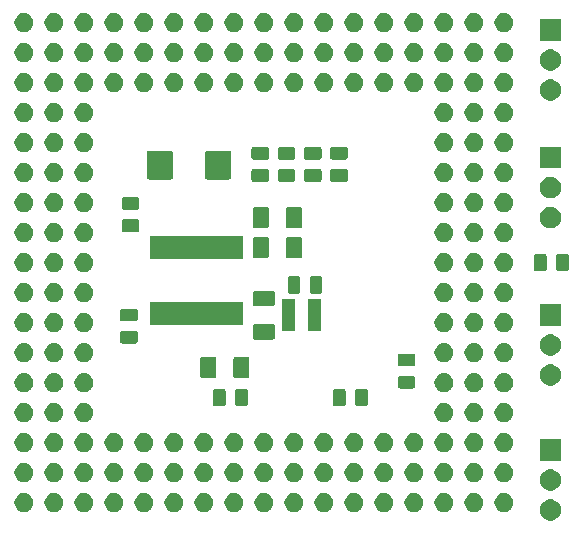
<source format=gbr>
G04 #@! TF.GenerationSoftware,KiCad,Pcbnew,(5.1.5)-3*
G04 #@! TF.CreationDate,2023-10-15T16:11:26+02:00*
G04 #@! TF.ProjectId,486VRM,34383656-524d-42e6-9b69-6361645f7063,rev?*
G04 #@! TF.SameCoordinates,Original*
G04 #@! TF.FileFunction,Soldermask,Top*
G04 #@! TF.FilePolarity,Negative*
%FSLAX46Y46*%
G04 Gerber Fmt 4.6, Leading zero omitted, Abs format (unit mm)*
G04 Created by KiCad (PCBNEW (5.1.5)-3) date 2023-10-15 16:11:26*
%MOMM*%
%LPD*%
G04 APERTURE LIST*
%ADD10C,0.100000*%
G04 APERTURE END LIST*
D10*
G36*
X203735512Y-130058927D02*
G01*
X203884812Y-130088624D01*
X204048784Y-130156544D01*
X204196354Y-130255147D01*
X204321853Y-130380646D01*
X204420456Y-130528216D01*
X204488376Y-130692188D01*
X204523000Y-130866259D01*
X204523000Y-131043741D01*
X204488376Y-131217812D01*
X204420456Y-131381784D01*
X204321853Y-131529354D01*
X204196354Y-131654853D01*
X204048784Y-131753456D01*
X203884812Y-131821376D01*
X203735512Y-131851073D01*
X203710742Y-131856000D01*
X203533258Y-131856000D01*
X203508488Y-131851073D01*
X203359188Y-131821376D01*
X203195216Y-131753456D01*
X203047646Y-131654853D01*
X202922147Y-131529354D01*
X202823544Y-131381784D01*
X202755624Y-131217812D01*
X202721000Y-131043741D01*
X202721000Y-130866259D01*
X202755624Y-130692188D01*
X202823544Y-130528216D01*
X202922147Y-130380646D01*
X203047646Y-130255147D01*
X203195216Y-130156544D01*
X203359188Y-130088624D01*
X203508488Y-130058927D01*
X203533258Y-130054000D01*
X203710742Y-130054000D01*
X203735512Y-130058927D01*
G37*
G36*
X199918642Y-129549781D02*
G01*
X200064414Y-129610162D01*
X200064416Y-129610163D01*
X200195608Y-129697822D01*
X200307178Y-129809392D01*
X200394837Y-129940584D01*
X200394838Y-129940586D01*
X200455219Y-130086358D01*
X200486000Y-130241107D01*
X200486000Y-130398893D01*
X200455219Y-130553642D01*
X200397831Y-130692188D01*
X200394837Y-130699416D01*
X200307178Y-130830608D01*
X200195608Y-130942178D01*
X200064416Y-131029837D01*
X200064415Y-131029838D01*
X200064414Y-131029838D01*
X199918642Y-131090219D01*
X199763893Y-131121000D01*
X199606107Y-131121000D01*
X199451358Y-131090219D01*
X199305586Y-131029838D01*
X199305585Y-131029838D01*
X199305584Y-131029837D01*
X199174392Y-130942178D01*
X199062822Y-130830608D01*
X198975163Y-130699416D01*
X198972169Y-130692188D01*
X198914781Y-130553642D01*
X198884000Y-130398893D01*
X198884000Y-130241107D01*
X198914781Y-130086358D01*
X198975162Y-129940586D01*
X198975163Y-129940584D01*
X199062822Y-129809392D01*
X199174392Y-129697822D01*
X199305584Y-129610163D01*
X199305586Y-129610162D01*
X199451358Y-129549781D01*
X199606107Y-129519000D01*
X199763893Y-129519000D01*
X199918642Y-129549781D01*
G37*
G36*
X159278642Y-129549781D02*
G01*
X159424414Y-129610162D01*
X159424416Y-129610163D01*
X159555608Y-129697822D01*
X159667178Y-129809392D01*
X159754837Y-129940584D01*
X159754838Y-129940586D01*
X159815219Y-130086358D01*
X159846000Y-130241107D01*
X159846000Y-130398893D01*
X159815219Y-130553642D01*
X159757831Y-130692188D01*
X159754837Y-130699416D01*
X159667178Y-130830608D01*
X159555608Y-130942178D01*
X159424416Y-131029837D01*
X159424415Y-131029838D01*
X159424414Y-131029838D01*
X159278642Y-131090219D01*
X159123893Y-131121000D01*
X158966107Y-131121000D01*
X158811358Y-131090219D01*
X158665586Y-131029838D01*
X158665585Y-131029838D01*
X158665584Y-131029837D01*
X158534392Y-130942178D01*
X158422822Y-130830608D01*
X158335163Y-130699416D01*
X158332169Y-130692188D01*
X158274781Y-130553642D01*
X158244000Y-130398893D01*
X158244000Y-130241107D01*
X158274781Y-130086358D01*
X158335162Y-129940586D01*
X158335163Y-129940584D01*
X158422822Y-129809392D01*
X158534392Y-129697822D01*
X158665584Y-129610163D01*
X158665586Y-129610162D01*
X158811358Y-129549781D01*
X158966107Y-129519000D01*
X159123893Y-129519000D01*
X159278642Y-129549781D01*
G37*
G36*
X161818642Y-129549781D02*
G01*
X161964414Y-129610162D01*
X161964416Y-129610163D01*
X162095608Y-129697822D01*
X162207178Y-129809392D01*
X162294837Y-129940584D01*
X162294838Y-129940586D01*
X162355219Y-130086358D01*
X162386000Y-130241107D01*
X162386000Y-130398893D01*
X162355219Y-130553642D01*
X162297831Y-130692188D01*
X162294837Y-130699416D01*
X162207178Y-130830608D01*
X162095608Y-130942178D01*
X161964416Y-131029837D01*
X161964415Y-131029838D01*
X161964414Y-131029838D01*
X161818642Y-131090219D01*
X161663893Y-131121000D01*
X161506107Y-131121000D01*
X161351358Y-131090219D01*
X161205586Y-131029838D01*
X161205585Y-131029838D01*
X161205584Y-131029837D01*
X161074392Y-130942178D01*
X160962822Y-130830608D01*
X160875163Y-130699416D01*
X160872169Y-130692188D01*
X160814781Y-130553642D01*
X160784000Y-130398893D01*
X160784000Y-130241107D01*
X160814781Y-130086358D01*
X160875162Y-129940586D01*
X160875163Y-129940584D01*
X160962822Y-129809392D01*
X161074392Y-129697822D01*
X161205584Y-129610163D01*
X161205586Y-129610162D01*
X161351358Y-129549781D01*
X161506107Y-129519000D01*
X161663893Y-129519000D01*
X161818642Y-129549781D01*
G37*
G36*
X164358642Y-129549781D02*
G01*
X164504414Y-129610162D01*
X164504416Y-129610163D01*
X164635608Y-129697822D01*
X164747178Y-129809392D01*
X164834837Y-129940584D01*
X164834838Y-129940586D01*
X164895219Y-130086358D01*
X164926000Y-130241107D01*
X164926000Y-130398893D01*
X164895219Y-130553642D01*
X164837831Y-130692188D01*
X164834837Y-130699416D01*
X164747178Y-130830608D01*
X164635608Y-130942178D01*
X164504416Y-131029837D01*
X164504415Y-131029838D01*
X164504414Y-131029838D01*
X164358642Y-131090219D01*
X164203893Y-131121000D01*
X164046107Y-131121000D01*
X163891358Y-131090219D01*
X163745586Y-131029838D01*
X163745585Y-131029838D01*
X163745584Y-131029837D01*
X163614392Y-130942178D01*
X163502822Y-130830608D01*
X163415163Y-130699416D01*
X163412169Y-130692188D01*
X163354781Y-130553642D01*
X163324000Y-130398893D01*
X163324000Y-130241107D01*
X163354781Y-130086358D01*
X163415162Y-129940586D01*
X163415163Y-129940584D01*
X163502822Y-129809392D01*
X163614392Y-129697822D01*
X163745584Y-129610163D01*
X163745586Y-129610162D01*
X163891358Y-129549781D01*
X164046107Y-129519000D01*
X164203893Y-129519000D01*
X164358642Y-129549781D01*
G37*
G36*
X166898642Y-129549781D02*
G01*
X167044414Y-129610162D01*
X167044416Y-129610163D01*
X167175608Y-129697822D01*
X167287178Y-129809392D01*
X167374837Y-129940584D01*
X167374838Y-129940586D01*
X167435219Y-130086358D01*
X167466000Y-130241107D01*
X167466000Y-130398893D01*
X167435219Y-130553642D01*
X167377831Y-130692188D01*
X167374837Y-130699416D01*
X167287178Y-130830608D01*
X167175608Y-130942178D01*
X167044416Y-131029837D01*
X167044415Y-131029838D01*
X167044414Y-131029838D01*
X166898642Y-131090219D01*
X166743893Y-131121000D01*
X166586107Y-131121000D01*
X166431358Y-131090219D01*
X166285586Y-131029838D01*
X166285585Y-131029838D01*
X166285584Y-131029837D01*
X166154392Y-130942178D01*
X166042822Y-130830608D01*
X165955163Y-130699416D01*
X165952169Y-130692188D01*
X165894781Y-130553642D01*
X165864000Y-130398893D01*
X165864000Y-130241107D01*
X165894781Y-130086358D01*
X165955162Y-129940586D01*
X165955163Y-129940584D01*
X166042822Y-129809392D01*
X166154392Y-129697822D01*
X166285584Y-129610163D01*
X166285586Y-129610162D01*
X166431358Y-129549781D01*
X166586107Y-129519000D01*
X166743893Y-129519000D01*
X166898642Y-129549781D01*
G37*
G36*
X169438642Y-129549781D02*
G01*
X169584414Y-129610162D01*
X169584416Y-129610163D01*
X169715608Y-129697822D01*
X169827178Y-129809392D01*
X169914837Y-129940584D01*
X169914838Y-129940586D01*
X169975219Y-130086358D01*
X170006000Y-130241107D01*
X170006000Y-130398893D01*
X169975219Y-130553642D01*
X169917831Y-130692188D01*
X169914837Y-130699416D01*
X169827178Y-130830608D01*
X169715608Y-130942178D01*
X169584416Y-131029837D01*
X169584415Y-131029838D01*
X169584414Y-131029838D01*
X169438642Y-131090219D01*
X169283893Y-131121000D01*
X169126107Y-131121000D01*
X168971358Y-131090219D01*
X168825586Y-131029838D01*
X168825585Y-131029838D01*
X168825584Y-131029837D01*
X168694392Y-130942178D01*
X168582822Y-130830608D01*
X168495163Y-130699416D01*
X168492169Y-130692188D01*
X168434781Y-130553642D01*
X168404000Y-130398893D01*
X168404000Y-130241107D01*
X168434781Y-130086358D01*
X168495162Y-129940586D01*
X168495163Y-129940584D01*
X168582822Y-129809392D01*
X168694392Y-129697822D01*
X168825584Y-129610163D01*
X168825586Y-129610162D01*
X168971358Y-129549781D01*
X169126107Y-129519000D01*
X169283893Y-129519000D01*
X169438642Y-129549781D01*
G37*
G36*
X171978642Y-129549781D02*
G01*
X172124414Y-129610162D01*
X172124416Y-129610163D01*
X172255608Y-129697822D01*
X172367178Y-129809392D01*
X172454837Y-129940584D01*
X172454838Y-129940586D01*
X172515219Y-130086358D01*
X172546000Y-130241107D01*
X172546000Y-130398893D01*
X172515219Y-130553642D01*
X172457831Y-130692188D01*
X172454837Y-130699416D01*
X172367178Y-130830608D01*
X172255608Y-130942178D01*
X172124416Y-131029837D01*
X172124415Y-131029838D01*
X172124414Y-131029838D01*
X171978642Y-131090219D01*
X171823893Y-131121000D01*
X171666107Y-131121000D01*
X171511358Y-131090219D01*
X171365586Y-131029838D01*
X171365585Y-131029838D01*
X171365584Y-131029837D01*
X171234392Y-130942178D01*
X171122822Y-130830608D01*
X171035163Y-130699416D01*
X171032169Y-130692188D01*
X170974781Y-130553642D01*
X170944000Y-130398893D01*
X170944000Y-130241107D01*
X170974781Y-130086358D01*
X171035162Y-129940586D01*
X171035163Y-129940584D01*
X171122822Y-129809392D01*
X171234392Y-129697822D01*
X171365584Y-129610163D01*
X171365586Y-129610162D01*
X171511358Y-129549781D01*
X171666107Y-129519000D01*
X171823893Y-129519000D01*
X171978642Y-129549781D01*
G37*
G36*
X174518642Y-129549781D02*
G01*
X174664414Y-129610162D01*
X174664416Y-129610163D01*
X174795608Y-129697822D01*
X174907178Y-129809392D01*
X174994837Y-129940584D01*
X174994838Y-129940586D01*
X175055219Y-130086358D01*
X175086000Y-130241107D01*
X175086000Y-130398893D01*
X175055219Y-130553642D01*
X174997831Y-130692188D01*
X174994837Y-130699416D01*
X174907178Y-130830608D01*
X174795608Y-130942178D01*
X174664416Y-131029837D01*
X174664415Y-131029838D01*
X174664414Y-131029838D01*
X174518642Y-131090219D01*
X174363893Y-131121000D01*
X174206107Y-131121000D01*
X174051358Y-131090219D01*
X173905586Y-131029838D01*
X173905585Y-131029838D01*
X173905584Y-131029837D01*
X173774392Y-130942178D01*
X173662822Y-130830608D01*
X173575163Y-130699416D01*
X173572169Y-130692188D01*
X173514781Y-130553642D01*
X173484000Y-130398893D01*
X173484000Y-130241107D01*
X173514781Y-130086358D01*
X173575162Y-129940586D01*
X173575163Y-129940584D01*
X173662822Y-129809392D01*
X173774392Y-129697822D01*
X173905584Y-129610163D01*
X173905586Y-129610162D01*
X174051358Y-129549781D01*
X174206107Y-129519000D01*
X174363893Y-129519000D01*
X174518642Y-129549781D01*
G37*
G36*
X177058642Y-129549781D02*
G01*
X177204414Y-129610162D01*
X177204416Y-129610163D01*
X177335608Y-129697822D01*
X177447178Y-129809392D01*
X177534837Y-129940584D01*
X177534838Y-129940586D01*
X177595219Y-130086358D01*
X177626000Y-130241107D01*
X177626000Y-130398893D01*
X177595219Y-130553642D01*
X177537831Y-130692188D01*
X177534837Y-130699416D01*
X177447178Y-130830608D01*
X177335608Y-130942178D01*
X177204416Y-131029837D01*
X177204415Y-131029838D01*
X177204414Y-131029838D01*
X177058642Y-131090219D01*
X176903893Y-131121000D01*
X176746107Y-131121000D01*
X176591358Y-131090219D01*
X176445586Y-131029838D01*
X176445585Y-131029838D01*
X176445584Y-131029837D01*
X176314392Y-130942178D01*
X176202822Y-130830608D01*
X176115163Y-130699416D01*
X176112169Y-130692188D01*
X176054781Y-130553642D01*
X176024000Y-130398893D01*
X176024000Y-130241107D01*
X176054781Y-130086358D01*
X176115162Y-129940586D01*
X176115163Y-129940584D01*
X176202822Y-129809392D01*
X176314392Y-129697822D01*
X176445584Y-129610163D01*
X176445586Y-129610162D01*
X176591358Y-129549781D01*
X176746107Y-129519000D01*
X176903893Y-129519000D01*
X177058642Y-129549781D01*
G37*
G36*
X182138642Y-129549781D02*
G01*
X182284414Y-129610162D01*
X182284416Y-129610163D01*
X182415608Y-129697822D01*
X182527178Y-129809392D01*
X182614837Y-129940584D01*
X182614838Y-129940586D01*
X182675219Y-130086358D01*
X182706000Y-130241107D01*
X182706000Y-130398893D01*
X182675219Y-130553642D01*
X182617831Y-130692188D01*
X182614837Y-130699416D01*
X182527178Y-130830608D01*
X182415608Y-130942178D01*
X182284416Y-131029837D01*
X182284415Y-131029838D01*
X182284414Y-131029838D01*
X182138642Y-131090219D01*
X181983893Y-131121000D01*
X181826107Y-131121000D01*
X181671358Y-131090219D01*
X181525586Y-131029838D01*
X181525585Y-131029838D01*
X181525584Y-131029837D01*
X181394392Y-130942178D01*
X181282822Y-130830608D01*
X181195163Y-130699416D01*
X181192169Y-130692188D01*
X181134781Y-130553642D01*
X181104000Y-130398893D01*
X181104000Y-130241107D01*
X181134781Y-130086358D01*
X181195162Y-129940586D01*
X181195163Y-129940584D01*
X181282822Y-129809392D01*
X181394392Y-129697822D01*
X181525584Y-129610163D01*
X181525586Y-129610162D01*
X181671358Y-129549781D01*
X181826107Y-129519000D01*
X181983893Y-129519000D01*
X182138642Y-129549781D01*
G37*
G36*
X184678642Y-129549781D02*
G01*
X184824414Y-129610162D01*
X184824416Y-129610163D01*
X184955608Y-129697822D01*
X185067178Y-129809392D01*
X185154837Y-129940584D01*
X185154838Y-129940586D01*
X185215219Y-130086358D01*
X185246000Y-130241107D01*
X185246000Y-130398893D01*
X185215219Y-130553642D01*
X185157831Y-130692188D01*
X185154837Y-130699416D01*
X185067178Y-130830608D01*
X184955608Y-130942178D01*
X184824416Y-131029837D01*
X184824415Y-131029838D01*
X184824414Y-131029838D01*
X184678642Y-131090219D01*
X184523893Y-131121000D01*
X184366107Y-131121000D01*
X184211358Y-131090219D01*
X184065586Y-131029838D01*
X184065585Y-131029838D01*
X184065584Y-131029837D01*
X183934392Y-130942178D01*
X183822822Y-130830608D01*
X183735163Y-130699416D01*
X183732169Y-130692188D01*
X183674781Y-130553642D01*
X183644000Y-130398893D01*
X183644000Y-130241107D01*
X183674781Y-130086358D01*
X183735162Y-129940586D01*
X183735163Y-129940584D01*
X183822822Y-129809392D01*
X183934392Y-129697822D01*
X184065584Y-129610163D01*
X184065586Y-129610162D01*
X184211358Y-129549781D01*
X184366107Y-129519000D01*
X184523893Y-129519000D01*
X184678642Y-129549781D01*
G37*
G36*
X187218642Y-129549781D02*
G01*
X187364414Y-129610162D01*
X187364416Y-129610163D01*
X187495608Y-129697822D01*
X187607178Y-129809392D01*
X187694837Y-129940584D01*
X187694838Y-129940586D01*
X187755219Y-130086358D01*
X187786000Y-130241107D01*
X187786000Y-130398893D01*
X187755219Y-130553642D01*
X187697831Y-130692188D01*
X187694837Y-130699416D01*
X187607178Y-130830608D01*
X187495608Y-130942178D01*
X187364416Y-131029837D01*
X187364415Y-131029838D01*
X187364414Y-131029838D01*
X187218642Y-131090219D01*
X187063893Y-131121000D01*
X186906107Y-131121000D01*
X186751358Y-131090219D01*
X186605586Y-131029838D01*
X186605585Y-131029838D01*
X186605584Y-131029837D01*
X186474392Y-130942178D01*
X186362822Y-130830608D01*
X186275163Y-130699416D01*
X186272169Y-130692188D01*
X186214781Y-130553642D01*
X186184000Y-130398893D01*
X186184000Y-130241107D01*
X186214781Y-130086358D01*
X186275162Y-129940586D01*
X186275163Y-129940584D01*
X186362822Y-129809392D01*
X186474392Y-129697822D01*
X186605584Y-129610163D01*
X186605586Y-129610162D01*
X186751358Y-129549781D01*
X186906107Y-129519000D01*
X187063893Y-129519000D01*
X187218642Y-129549781D01*
G37*
G36*
X189758642Y-129549781D02*
G01*
X189904414Y-129610162D01*
X189904416Y-129610163D01*
X190035608Y-129697822D01*
X190147178Y-129809392D01*
X190234837Y-129940584D01*
X190234838Y-129940586D01*
X190295219Y-130086358D01*
X190326000Y-130241107D01*
X190326000Y-130398893D01*
X190295219Y-130553642D01*
X190237831Y-130692188D01*
X190234837Y-130699416D01*
X190147178Y-130830608D01*
X190035608Y-130942178D01*
X189904416Y-131029837D01*
X189904415Y-131029838D01*
X189904414Y-131029838D01*
X189758642Y-131090219D01*
X189603893Y-131121000D01*
X189446107Y-131121000D01*
X189291358Y-131090219D01*
X189145586Y-131029838D01*
X189145585Y-131029838D01*
X189145584Y-131029837D01*
X189014392Y-130942178D01*
X188902822Y-130830608D01*
X188815163Y-130699416D01*
X188812169Y-130692188D01*
X188754781Y-130553642D01*
X188724000Y-130398893D01*
X188724000Y-130241107D01*
X188754781Y-130086358D01*
X188815162Y-129940586D01*
X188815163Y-129940584D01*
X188902822Y-129809392D01*
X189014392Y-129697822D01*
X189145584Y-129610163D01*
X189145586Y-129610162D01*
X189291358Y-129549781D01*
X189446107Y-129519000D01*
X189603893Y-129519000D01*
X189758642Y-129549781D01*
G37*
G36*
X192298642Y-129549781D02*
G01*
X192444414Y-129610162D01*
X192444416Y-129610163D01*
X192575608Y-129697822D01*
X192687178Y-129809392D01*
X192774837Y-129940584D01*
X192774838Y-129940586D01*
X192835219Y-130086358D01*
X192866000Y-130241107D01*
X192866000Y-130398893D01*
X192835219Y-130553642D01*
X192777831Y-130692188D01*
X192774837Y-130699416D01*
X192687178Y-130830608D01*
X192575608Y-130942178D01*
X192444416Y-131029837D01*
X192444415Y-131029838D01*
X192444414Y-131029838D01*
X192298642Y-131090219D01*
X192143893Y-131121000D01*
X191986107Y-131121000D01*
X191831358Y-131090219D01*
X191685586Y-131029838D01*
X191685585Y-131029838D01*
X191685584Y-131029837D01*
X191554392Y-130942178D01*
X191442822Y-130830608D01*
X191355163Y-130699416D01*
X191352169Y-130692188D01*
X191294781Y-130553642D01*
X191264000Y-130398893D01*
X191264000Y-130241107D01*
X191294781Y-130086358D01*
X191355162Y-129940586D01*
X191355163Y-129940584D01*
X191442822Y-129809392D01*
X191554392Y-129697822D01*
X191685584Y-129610163D01*
X191685586Y-129610162D01*
X191831358Y-129549781D01*
X191986107Y-129519000D01*
X192143893Y-129519000D01*
X192298642Y-129549781D01*
G37*
G36*
X194838642Y-129549781D02*
G01*
X194984414Y-129610162D01*
X194984416Y-129610163D01*
X195115608Y-129697822D01*
X195227178Y-129809392D01*
X195314837Y-129940584D01*
X195314838Y-129940586D01*
X195375219Y-130086358D01*
X195406000Y-130241107D01*
X195406000Y-130398893D01*
X195375219Y-130553642D01*
X195317831Y-130692188D01*
X195314837Y-130699416D01*
X195227178Y-130830608D01*
X195115608Y-130942178D01*
X194984416Y-131029837D01*
X194984415Y-131029838D01*
X194984414Y-131029838D01*
X194838642Y-131090219D01*
X194683893Y-131121000D01*
X194526107Y-131121000D01*
X194371358Y-131090219D01*
X194225586Y-131029838D01*
X194225585Y-131029838D01*
X194225584Y-131029837D01*
X194094392Y-130942178D01*
X193982822Y-130830608D01*
X193895163Y-130699416D01*
X193892169Y-130692188D01*
X193834781Y-130553642D01*
X193804000Y-130398893D01*
X193804000Y-130241107D01*
X193834781Y-130086358D01*
X193895162Y-129940586D01*
X193895163Y-129940584D01*
X193982822Y-129809392D01*
X194094392Y-129697822D01*
X194225584Y-129610163D01*
X194225586Y-129610162D01*
X194371358Y-129549781D01*
X194526107Y-129519000D01*
X194683893Y-129519000D01*
X194838642Y-129549781D01*
G37*
G36*
X197378642Y-129549781D02*
G01*
X197524414Y-129610162D01*
X197524416Y-129610163D01*
X197655608Y-129697822D01*
X197767178Y-129809392D01*
X197854837Y-129940584D01*
X197854838Y-129940586D01*
X197915219Y-130086358D01*
X197946000Y-130241107D01*
X197946000Y-130398893D01*
X197915219Y-130553642D01*
X197857831Y-130692188D01*
X197854837Y-130699416D01*
X197767178Y-130830608D01*
X197655608Y-130942178D01*
X197524416Y-131029837D01*
X197524415Y-131029838D01*
X197524414Y-131029838D01*
X197378642Y-131090219D01*
X197223893Y-131121000D01*
X197066107Y-131121000D01*
X196911358Y-131090219D01*
X196765586Y-131029838D01*
X196765585Y-131029838D01*
X196765584Y-131029837D01*
X196634392Y-130942178D01*
X196522822Y-130830608D01*
X196435163Y-130699416D01*
X196432169Y-130692188D01*
X196374781Y-130553642D01*
X196344000Y-130398893D01*
X196344000Y-130241107D01*
X196374781Y-130086358D01*
X196435162Y-129940586D01*
X196435163Y-129940584D01*
X196522822Y-129809392D01*
X196634392Y-129697822D01*
X196765584Y-129610163D01*
X196765586Y-129610162D01*
X196911358Y-129549781D01*
X197066107Y-129519000D01*
X197223893Y-129519000D01*
X197378642Y-129549781D01*
G37*
G36*
X179598642Y-129549781D02*
G01*
X179744414Y-129610162D01*
X179744416Y-129610163D01*
X179875608Y-129697822D01*
X179987178Y-129809392D01*
X180074837Y-129940584D01*
X180074838Y-129940586D01*
X180135219Y-130086358D01*
X180166000Y-130241107D01*
X180166000Y-130398893D01*
X180135219Y-130553642D01*
X180077831Y-130692188D01*
X180074837Y-130699416D01*
X179987178Y-130830608D01*
X179875608Y-130942178D01*
X179744416Y-131029837D01*
X179744415Y-131029838D01*
X179744414Y-131029838D01*
X179598642Y-131090219D01*
X179443893Y-131121000D01*
X179286107Y-131121000D01*
X179131358Y-131090219D01*
X178985586Y-131029838D01*
X178985585Y-131029838D01*
X178985584Y-131029837D01*
X178854392Y-130942178D01*
X178742822Y-130830608D01*
X178655163Y-130699416D01*
X178652169Y-130692188D01*
X178594781Y-130553642D01*
X178564000Y-130398893D01*
X178564000Y-130241107D01*
X178594781Y-130086358D01*
X178655162Y-129940586D01*
X178655163Y-129940584D01*
X178742822Y-129809392D01*
X178854392Y-129697822D01*
X178985584Y-129610163D01*
X178985586Y-129610162D01*
X179131358Y-129549781D01*
X179286107Y-129519000D01*
X179443893Y-129519000D01*
X179598642Y-129549781D01*
G37*
G36*
X203735512Y-127518927D02*
G01*
X203884812Y-127548624D01*
X204048784Y-127616544D01*
X204196354Y-127715147D01*
X204321853Y-127840646D01*
X204420456Y-127988216D01*
X204488376Y-128152188D01*
X204523000Y-128326259D01*
X204523000Y-128503741D01*
X204488376Y-128677812D01*
X204420456Y-128841784D01*
X204321853Y-128989354D01*
X204196354Y-129114853D01*
X204048784Y-129213456D01*
X203884812Y-129281376D01*
X203735512Y-129311073D01*
X203710742Y-129316000D01*
X203533258Y-129316000D01*
X203508488Y-129311073D01*
X203359188Y-129281376D01*
X203195216Y-129213456D01*
X203047646Y-129114853D01*
X202922147Y-128989354D01*
X202823544Y-128841784D01*
X202755624Y-128677812D01*
X202721000Y-128503741D01*
X202721000Y-128326259D01*
X202755624Y-128152188D01*
X202823544Y-127988216D01*
X202922147Y-127840646D01*
X203047646Y-127715147D01*
X203195216Y-127616544D01*
X203359188Y-127548624D01*
X203508488Y-127518927D01*
X203533258Y-127514000D01*
X203710742Y-127514000D01*
X203735512Y-127518927D01*
G37*
G36*
X177058642Y-127009781D02*
G01*
X177204414Y-127070162D01*
X177204416Y-127070163D01*
X177335608Y-127157822D01*
X177447178Y-127269392D01*
X177534837Y-127400584D01*
X177534838Y-127400586D01*
X177595219Y-127546358D01*
X177626000Y-127701107D01*
X177626000Y-127858893D01*
X177595219Y-128013642D01*
X177537831Y-128152188D01*
X177534837Y-128159416D01*
X177447178Y-128290608D01*
X177335608Y-128402178D01*
X177204416Y-128489837D01*
X177204415Y-128489838D01*
X177204414Y-128489838D01*
X177058642Y-128550219D01*
X176903893Y-128581000D01*
X176746107Y-128581000D01*
X176591358Y-128550219D01*
X176445586Y-128489838D01*
X176445585Y-128489838D01*
X176445584Y-128489837D01*
X176314392Y-128402178D01*
X176202822Y-128290608D01*
X176115163Y-128159416D01*
X176112169Y-128152188D01*
X176054781Y-128013642D01*
X176024000Y-127858893D01*
X176024000Y-127701107D01*
X176054781Y-127546358D01*
X176115162Y-127400586D01*
X176115163Y-127400584D01*
X176202822Y-127269392D01*
X176314392Y-127157822D01*
X176445584Y-127070163D01*
X176445586Y-127070162D01*
X176591358Y-127009781D01*
X176746107Y-126979000D01*
X176903893Y-126979000D01*
X177058642Y-127009781D01*
G37*
G36*
X179598642Y-127009781D02*
G01*
X179744414Y-127070162D01*
X179744416Y-127070163D01*
X179875608Y-127157822D01*
X179987178Y-127269392D01*
X180074837Y-127400584D01*
X180074838Y-127400586D01*
X180135219Y-127546358D01*
X180166000Y-127701107D01*
X180166000Y-127858893D01*
X180135219Y-128013642D01*
X180077831Y-128152188D01*
X180074837Y-128159416D01*
X179987178Y-128290608D01*
X179875608Y-128402178D01*
X179744416Y-128489837D01*
X179744415Y-128489838D01*
X179744414Y-128489838D01*
X179598642Y-128550219D01*
X179443893Y-128581000D01*
X179286107Y-128581000D01*
X179131358Y-128550219D01*
X178985586Y-128489838D01*
X178985585Y-128489838D01*
X178985584Y-128489837D01*
X178854392Y-128402178D01*
X178742822Y-128290608D01*
X178655163Y-128159416D01*
X178652169Y-128152188D01*
X178594781Y-128013642D01*
X178564000Y-127858893D01*
X178564000Y-127701107D01*
X178594781Y-127546358D01*
X178655162Y-127400586D01*
X178655163Y-127400584D01*
X178742822Y-127269392D01*
X178854392Y-127157822D01*
X178985584Y-127070163D01*
X178985586Y-127070162D01*
X179131358Y-127009781D01*
X179286107Y-126979000D01*
X179443893Y-126979000D01*
X179598642Y-127009781D01*
G37*
G36*
X182138642Y-127009781D02*
G01*
X182284414Y-127070162D01*
X182284416Y-127070163D01*
X182415608Y-127157822D01*
X182527178Y-127269392D01*
X182614837Y-127400584D01*
X182614838Y-127400586D01*
X182675219Y-127546358D01*
X182706000Y-127701107D01*
X182706000Y-127858893D01*
X182675219Y-128013642D01*
X182617831Y-128152188D01*
X182614837Y-128159416D01*
X182527178Y-128290608D01*
X182415608Y-128402178D01*
X182284416Y-128489837D01*
X182284415Y-128489838D01*
X182284414Y-128489838D01*
X182138642Y-128550219D01*
X181983893Y-128581000D01*
X181826107Y-128581000D01*
X181671358Y-128550219D01*
X181525586Y-128489838D01*
X181525585Y-128489838D01*
X181525584Y-128489837D01*
X181394392Y-128402178D01*
X181282822Y-128290608D01*
X181195163Y-128159416D01*
X181192169Y-128152188D01*
X181134781Y-128013642D01*
X181104000Y-127858893D01*
X181104000Y-127701107D01*
X181134781Y-127546358D01*
X181195162Y-127400586D01*
X181195163Y-127400584D01*
X181282822Y-127269392D01*
X181394392Y-127157822D01*
X181525584Y-127070163D01*
X181525586Y-127070162D01*
X181671358Y-127009781D01*
X181826107Y-126979000D01*
X181983893Y-126979000D01*
X182138642Y-127009781D01*
G37*
G36*
X184678642Y-127009781D02*
G01*
X184824414Y-127070162D01*
X184824416Y-127070163D01*
X184955608Y-127157822D01*
X185067178Y-127269392D01*
X185154837Y-127400584D01*
X185154838Y-127400586D01*
X185215219Y-127546358D01*
X185246000Y-127701107D01*
X185246000Y-127858893D01*
X185215219Y-128013642D01*
X185157831Y-128152188D01*
X185154837Y-128159416D01*
X185067178Y-128290608D01*
X184955608Y-128402178D01*
X184824416Y-128489837D01*
X184824415Y-128489838D01*
X184824414Y-128489838D01*
X184678642Y-128550219D01*
X184523893Y-128581000D01*
X184366107Y-128581000D01*
X184211358Y-128550219D01*
X184065586Y-128489838D01*
X184065585Y-128489838D01*
X184065584Y-128489837D01*
X183934392Y-128402178D01*
X183822822Y-128290608D01*
X183735163Y-128159416D01*
X183732169Y-128152188D01*
X183674781Y-128013642D01*
X183644000Y-127858893D01*
X183644000Y-127701107D01*
X183674781Y-127546358D01*
X183735162Y-127400586D01*
X183735163Y-127400584D01*
X183822822Y-127269392D01*
X183934392Y-127157822D01*
X184065584Y-127070163D01*
X184065586Y-127070162D01*
X184211358Y-127009781D01*
X184366107Y-126979000D01*
X184523893Y-126979000D01*
X184678642Y-127009781D01*
G37*
G36*
X187218642Y-127009781D02*
G01*
X187364414Y-127070162D01*
X187364416Y-127070163D01*
X187495608Y-127157822D01*
X187607178Y-127269392D01*
X187694837Y-127400584D01*
X187694838Y-127400586D01*
X187755219Y-127546358D01*
X187786000Y-127701107D01*
X187786000Y-127858893D01*
X187755219Y-128013642D01*
X187697831Y-128152188D01*
X187694837Y-128159416D01*
X187607178Y-128290608D01*
X187495608Y-128402178D01*
X187364416Y-128489837D01*
X187364415Y-128489838D01*
X187364414Y-128489838D01*
X187218642Y-128550219D01*
X187063893Y-128581000D01*
X186906107Y-128581000D01*
X186751358Y-128550219D01*
X186605586Y-128489838D01*
X186605585Y-128489838D01*
X186605584Y-128489837D01*
X186474392Y-128402178D01*
X186362822Y-128290608D01*
X186275163Y-128159416D01*
X186272169Y-128152188D01*
X186214781Y-128013642D01*
X186184000Y-127858893D01*
X186184000Y-127701107D01*
X186214781Y-127546358D01*
X186275162Y-127400586D01*
X186275163Y-127400584D01*
X186362822Y-127269392D01*
X186474392Y-127157822D01*
X186605584Y-127070163D01*
X186605586Y-127070162D01*
X186751358Y-127009781D01*
X186906107Y-126979000D01*
X187063893Y-126979000D01*
X187218642Y-127009781D01*
G37*
G36*
X189758642Y-127009781D02*
G01*
X189904414Y-127070162D01*
X189904416Y-127070163D01*
X190035608Y-127157822D01*
X190147178Y-127269392D01*
X190234837Y-127400584D01*
X190234838Y-127400586D01*
X190295219Y-127546358D01*
X190326000Y-127701107D01*
X190326000Y-127858893D01*
X190295219Y-128013642D01*
X190237831Y-128152188D01*
X190234837Y-128159416D01*
X190147178Y-128290608D01*
X190035608Y-128402178D01*
X189904416Y-128489837D01*
X189904415Y-128489838D01*
X189904414Y-128489838D01*
X189758642Y-128550219D01*
X189603893Y-128581000D01*
X189446107Y-128581000D01*
X189291358Y-128550219D01*
X189145586Y-128489838D01*
X189145585Y-128489838D01*
X189145584Y-128489837D01*
X189014392Y-128402178D01*
X188902822Y-128290608D01*
X188815163Y-128159416D01*
X188812169Y-128152188D01*
X188754781Y-128013642D01*
X188724000Y-127858893D01*
X188724000Y-127701107D01*
X188754781Y-127546358D01*
X188815162Y-127400586D01*
X188815163Y-127400584D01*
X188902822Y-127269392D01*
X189014392Y-127157822D01*
X189145584Y-127070163D01*
X189145586Y-127070162D01*
X189291358Y-127009781D01*
X189446107Y-126979000D01*
X189603893Y-126979000D01*
X189758642Y-127009781D01*
G37*
G36*
X192298642Y-127009781D02*
G01*
X192444414Y-127070162D01*
X192444416Y-127070163D01*
X192575608Y-127157822D01*
X192687178Y-127269392D01*
X192774837Y-127400584D01*
X192774838Y-127400586D01*
X192835219Y-127546358D01*
X192866000Y-127701107D01*
X192866000Y-127858893D01*
X192835219Y-128013642D01*
X192777831Y-128152188D01*
X192774837Y-128159416D01*
X192687178Y-128290608D01*
X192575608Y-128402178D01*
X192444416Y-128489837D01*
X192444415Y-128489838D01*
X192444414Y-128489838D01*
X192298642Y-128550219D01*
X192143893Y-128581000D01*
X191986107Y-128581000D01*
X191831358Y-128550219D01*
X191685586Y-128489838D01*
X191685585Y-128489838D01*
X191685584Y-128489837D01*
X191554392Y-128402178D01*
X191442822Y-128290608D01*
X191355163Y-128159416D01*
X191352169Y-128152188D01*
X191294781Y-128013642D01*
X191264000Y-127858893D01*
X191264000Y-127701107D01*
X191294781Y-127546358D01*
X191355162Y-127400586D01*
X191355163Y-127400584D01*
X191442822Y-127269392D01*
X191554392Y-127157822D01*
X191685584Y-127070163D01*
X191685586Y-127070162D01*
X191831358Y-127009781D01*
X191986107Y-126979000D01*
X192143893Y-126979000D01*
X192298642Y-127009781D01*
G37*
G36*
X199918642Y-127009781D02*
G01*
X200064414Y-127070162D01*
X200064416Y-127070163D01*
X200195608Y-127157822D01*
X200307178Y-127269392D01*
X200394837Y-127400584D01*
X200394838Y-127400586D01*
X200455219Y-127546358D01*
X200486000Y-127701107D01*
X200486000Y-127858893D01*
X200455219Y-128013642D01*
X200397831Y-128152188D01*
X200394837Y-128159416D01*
X200307178Y-128290608D01*
X200195608Y-128402178D01*
X200064416Y-128489837D01*
X200064415Y-128489838D01*
X200064414Y-128489838D01*
X199918642Y-128550219D01*
X199763893Y-128581000D01*
X199606107Y-128581000D01*
X199451358Y-128550219D01*
X199305586Y-128489838D01*
X199305585Y-128489838D01*
X199305584Y-128489837D01*
X199174392Y-128402178D01*
X199062822Y-128290608D01*
X198975163Y-128159416D01*
X198972169Y-128152188D01*
X198914781Y-128013642D01*
X198884000Y-127858893D01*
X198884000Y-127701107D01*
X198914781Y-127546358D01*
X198975162Y-127400586D01*
X198975163Y-127400584D01*
X199062822Y-127269392D01*
X199174392Y-127157822D01*
X199305584Y-127070163D01*
X199305586Y-127070162D01*
X199451358Y-127009781D01*
X199606107Y-126979000D01*
X199763893Y-126979000D01*
X199918642Y-127009781D01*
G37*
G36*
X159278642Y-127009781D02*
G01*
X159424414Y-127070162D01*
X159424416Y-127070163D01*
X159555608Y-127157822D01*
X159667178Y-127269392D01*
X159754837Y-127400584D01*
X159754838Y-127400586D01*
X159815219Y-127546358D01*
X159846000Y-127701107D01*
X159846000Y-127858893D01*
X159815219Y-128013642D01*
X159757831Y-128152188D01*
X159754837Y-128159416D01*
X159667178Y-128290608D01*
X159555608Y-128402178D01*
X159424416Y-128489837D01*
X159424415Y-128489838D01*
X159424414Y-128489838D01*
X159278642Y-128550219D01*
X159123893Y-128581000D01*
X158966107Y-128581000D01*
X158811358Y-128550219D01*
X158665586Y-128489838D01*
X158665585Y-128489838D01*
X158665584Y-128489837D01*
X158534392Y-128402178D01*
X158422822Y-128290608D01*
X158335163Y-128159416D01*
X158332169Y-128152188D01*
X158274781Y-128013642D01*
X158244000Y-127858893D01*
X158244000Y-127701107D01*
X158274781Y-127546358D01*
X158335162Y-127400586D01*
X158335163Y-127400584D01*
X158422822Y-127269392D01*
X158534392Y-127157822D01*
X158665584Y-127070163D01*
X158665586Y-127070162D01*
X158811358Y-127009781D01*
X158966107Y-126979000D01*
X159123893Y-126979000D01*
X159278642Y-127009781D01*
G37*
G36*
X171978642Y-127009781D02*
G01*
X172124414Y-127070162D01*
X172124416Y-127070163D01*
X172255608Y-127157822D01*
X172367178Y-127269392D01*
X172454837Y-127400584D01*
X172454838Y-127400586D01*
X172515219Y-127546358D01*
X172546000Y-127701107D01*
X172546000Y-127858893D01*
X172515219Y-128013642D01*
X172457831Y-128152188D01*
X172454837Y-128159416D01*
X172367178Y-128290608D01*
X172255608Y-128402178D01*
X172124416Y-128489837D01*
X172124415Y-128489838D01*
X172124414Y-128489838D01*
X171978642Y-128550219D01*
X171823893Y-128581000D01*
X171666107Y-128581000D01*
X171511358Y-128550219D01*
X171365586Y-128489838D01*
X171365585Y-128489838D01*
X171365584Y-128489837D01*
X171234392Y-128402178D01*
X171122822Y-128290608D01*
X171035163Y-128159416D01*
X171032169Y-128152188D01*
X170974781Y-128013642D01*
X170944000Y-127858893D01*
X170944000Y-127701107D01*
X170974781Y-127546358D01*
X171035162Y-127400586D01*
X171035163Y-127400584D01*
X171122822Y-127269392D01*
X171234392Y-127157822D01*
X171365584Y-127070163D01*
X171365586Y-127070162D01*
X171511358Y-127009781D01*
X171666107Y-126979000D01*
X171823893Y-126979000D01*
X171978642Y-127009781D01*
G37*
G36*
X194838642Y-127009781D02*
G01*
X194984414Y-127070162D01*
X194984416Y-127070163D01*
X195115608Y-127157822D01*
X195227178Y-127269392D01*
X195314837Y-127400584D01*
X195314838Y-127400586D01*
X195375219Y-127546358D01*
X195406000Y-127701107D01*
X195406000Y-127858893D01*
X195375219Y-128013642D01*
X195317831Y-128152188D01*
X195314837Y-128159416D01*
X195227178Y-128290608D01*
X195115608Y-128402178D01*
X194984416Y-128489837D01*
X194984415Y-128489838D01*
X194984414Y-128489838D01*
X194838642Y-128550219D01*
X194683893Y-128581000D01*
X194526107Y-128581000D01*
X194371358Y-128550219D01*
X194225586Y-128489838D01*
X194225585Y-128489838D01*
X194225584Y-128489837D01*
X194094392Y-128402178D01*
X193982822Y-128290608D01*
X193895163Y-128159416D01*
X193892169Y-128152188D01*
X193834781Y-128013642D01*
X193804000Y-127858893D01*
X193804000Y-127701107D01*
X193834781Y-127546358D01*
X193895162Y-127400586D01*
X193895163Y-127400584D01*
X193982822Y-127269392D01*
X194094392Y-127157822D01*
X194225584Y-127070163D01*
X194225586Y-127070162D01*
X194371358Y-127009781D01*
X194526107Y-126979000D01*
X194683893Y-126979000D01*
X194838642Y-127009781D01*
G37*
G36*
X169438642Y-127009781D02*
G01*
X169584414Y-127070162D01*
X169584416Y-127070163D01*
X169715608Y-127157822D01*
X169827178Y-127269392D01*
X169914837Y-127400584D01*
X169914838Y-127400586D01*
X169975219Y-127546358D01*
X170006000Y-127701107D01*
X170006000Y-127858893D01*
X169975219Y-128013642D01*
X169917831Y-128152188D01*
X169914837Y-128159416D01*
X169827178Y-128290608D01*
X169715608Y-128402178D01*
X169584416Y-128489837D01*
X169584415Y-128489838D01*
X169584414Y-128489838D01*
X169438642Y-128550219D01*
X169283893Y-128581000D01*
X169126107Y-128581000D01*
X168971358Y-128550219D01*
X168825586Y-128489838D01*
X168825585Y-128489838D01*
X168825584Y-128489837D01*
X168694392Y-128402178D01*
X168582822Y-128290608D01*
X168495163Y-128159416D01*
X168492169Y-128152188D01*
X168434781Y-128013642D01*
X168404000Y-127858893D01*
X168404000Y-127701107D01*
X168434781Y-127546358D01*
X168495162Y-127400586D01*
X168495163Y-127400584D01*
X168582822Y-127269392D01*
X168694392Y-127157822D01*
X168825584Y-127070163D01*
X168825586Y-127070162D01*
X168971358Y-127009781D01*
X169126107Y-126979000D01*
X169283893Y-126979000D01*
X169438642Y-127009781D01*
G37*
G36*
X166898642Y-127009781D02*
G01*
X167044414Y-127070162D01*
X167044416Y-127070163D01*
X167175608Y-127157822D01*
X167287178Y-127269392D01*
X167374837Y-127400584D01*
X167374838Y-127400586D01*
X167435219Y-127546358D01*
X167466000Y-127701107D01*
X167466000Y-127858893D01*
X167435219Y-128013642D01*
X167377831Y-128152188D01*
X167374837Y-128159416D01*
X167287178Y-128290608D01*
X167175608Y-128402178D01*
X167044416Y-128489837D01*
X167044415Y-128489838D01*
X167044414Y-128489838D01*
X166898642Y-128550219D01*
X166743893Y-128581000D01*
X166586107Y-128581000D01*
X166431358Y-128550219D01*
X166285586Y-128489838D01*
X166285585Y-128489838D01*
X166285584Y-128489837D01*
X166154392Y-128402178D01*
X166042822Y-128290608D01*
X165955163Y-128159416D01*
X165952169Y-128152188D01*
X165894781Y-128013642D01*
X165864000Y-127858893D01*
X165864000Y-127701107D01*
X165894781Y-127546358D01*
X165955162Y-127400586D01*
X165955163Y-127400584D01*
X166042822Y-127269392D01*
X166154392Y-127157822D01*
X166285584Y-127070163D01*
X166285586Y-127070162D01*
X166431358Y-127009781D01*
X166586107Y-126979000D01*
X166743893Y-126979000D01*
X166898642Y-127009781D01*
G37*
G36*
X161818642Y-127009781D02*
G01*
X161964414Y-127070162D01*
X161964416Y-127070163D01*
X162095608Y-127157822D01*
X162207178Y-127269392D01*
X162294837Y-127400584D01*
X162294838Y-127400586D01*
X162355219Y-127546358D01*
X162386000Y-127701107D01*
X162386000Y-127858893D01*
X162355219Y-128013642D01*
X162297831Y-128152188D01*
X162294837Y-128159416D01*
X162207178Y-128290608D01*
X162095608Y-128402178D01*
X161964416Y-128489837D01*
X161964415Y-128489838D01*
X161964414Y-128489838D01*
X161818642Y-128550219D01*
X161663893Y-128581000D01*
X161506107Y-128581000D01*
X161351358Y-128550219D01*
X161205586Y-128489838D01*
X161205585Y-128489838D01*
X161205584Y-128489837D01*
X161074392Y-128402178D01*
X160962822Y-128290608D01*
X160875163Y-128159416D01*
X160872169Y-128152188D01*
X160814781Y-128013642D01*
X160784000Y-127858893D01*
X160784000Y-127701107D01*
X160814781Y-127546358D01*
X160875162Y-127400586D01*
X160875163Y-127400584D01*
X160962822Y-127269392D01*
X161074392Y-127157822D01*
X161205584Y-127070163D01*
X161205586Y-127070162D01*
X161351358Y-127009781D01*
X161506107Y-126979000D01*
X161663893Y-126979000D01*
X161818642Y-127009781D01*
G37*
G36*
X164358642Y-127009781D02*
G01*
X164504414Y-127070162D01*
X164504416Y-127070163D01*
X164635608Y-127157822D01*
X164747178Y-127269392D01*
X164834837Y-127400584D01*
X164834838Y-127400586D01*
X164895219Y-127546358D01*
X164926000Y-127701107D01*
X164926000Y-127858893D01*
X164895219Y-128013642D01*
X164837831Y-128152188D01*
X164834837Y-128159416D01*
X164747178Y-128290608D01*
X164635608Y-128402178D01*
X164504416Y-128489837D01*
X164504415Y-128489838D01*
X164504414Y-128489838D01*
X164358642Y-128550219D01*
X164203893Y-128581000D01*
X164046107Y-128581000D01*
X163891358Y-128550219D01*
X163745586Y-128489838D01*
X163745585Y-128489838D01*
X163745584Y-128489837D01*
X163614392Y-128402178D01*
X163502822Y-128290608D01*
X163415163Y-128159416D01*
X163412169Y-128152188D01*
X163354781Y-128013642D01*
X163324000Y-127858893D01*
X163324000Y-127701107D01*
X163354781Y-127546358D01*
X163415162Y-127400586D01*
X163415163Y-127400584D01*
X163502822Y-127269392D01*
X163614392Y-127157822D01*
X163745584Y-127070163D01*
X163745586Y-127070162D01*
X163891358Y-127009781D01*
X164046107Y-126979000D01*
X164203893Y-126979000D01*
X164358642Y-127009781D01*
G37*
G36*
X197378642Y-127009781D02*
G01*
X197524414Y-127070162D01*
X197524416Y-127070163D01*
X197655608Y-127157822D01*
X197767178Y-127269392D01*
X197854837Y-127400584D01*
X197854838Y-127400586D01*
X197915219Y-127546358D01*
X197946000Y-127701107D01*
X197946000Y-127858893D01*
X197915219Y-128013642D01*
X197857831Y-128152188D01*
X197854837Y-128159416D01*
X197767178Y-128290608D01*
X197655608Y-128402178D01*
X197524416Y-128489837D01*
X197524415Y-128489838D01*
X197524414Y-128489838D01*
X197378642Y-128550219D01*
X197223893Y-128581000D01*
X197066107Y-128581000D01*
X196911358Y-128550219D01*
X196765586Y-128489838D01*
X196765585Y-128489838D01*
X196765584Y-128489837D01*
X196634392Y-128402178D01*
X196522822Y-128290608D01*
X196435163Y-128159416D01*
X196432169Y-128152188D01*
X196374781Y-128013642D01*
X196344000Y-127858893D01*
X196344000Y-127701107D01*
X196374781Y-127546358D01*
X196435162Y-127400586D01*
X196435163Y-127400584D01*
X196522822Y-127269392D01*
X196634392Y-127157822D01*
X196765584Y-127070163D01*
X196765586Y-127070162D01*
X196911358Y-127009781D01*
X197066107Y-126979000D01*
X197223893Y-126979000D01*
X197378642Y-127009781D01*
G37*
G36*
X174518642Y-127009781D02*
G01*
X174664414Y-127070162D01*
X174664416Y-127070163D01*
X174795608Y-127157822D01*
X174907178Y-127269392D01*
X174994837Y-127400584D01*
X174994838Y-127400586D01*
X175055219Y-127546358D01*
X175086000Y-127701107D01*
X175086000Y-127858893D01*
X175055219Y-128013642D01*
X174997831Y-128152188D01*
X174994837Y-128159416D01*
X174907178Y-128290608D01*
X174795608Y-128402178D01*
X174664416Y-128489837D01*
X174664415Y-128489838D01*
X174664414Y-128489838D01*
X174518642Y-128550219D01*
X174363893Y-128581000D01*
X174206107Y-128581000D01*
X174051358Y-128550219D01*
X173905586Y-128489838D01*
X173905585Y-128489838D01*
X173905584Y-128489837D01*
X173774392Y-128402178D01*
X173662822Y-128290608D01*
X173575163Y-128159416D01*
X173572169Y-128152188D01*
X173514781Y-128013642D01*
X173484000Y-127858893D01*
X173484000Y-127701107D01*
X173514781Y-127546358D01*
X173575162Y-127400586D01*
X173575163Y-127400584D01*
X173662822Y-127269392D01*
X173774392Y-127157822D01*
X173905584Y-127070163D01*
X173905586Y-127070162D01*
X174051358Y-127009781D01*
X174206107Y-126979000D01*
X174363893Y-126979000D01*
X174518642Y-127009781D01*
G37*
G36*
X204523000Y-126776000D02*
G01*
X202721000Y-126776000D01*
X202721000Y-124974000D01*
X204523000Y-124974000D01*
X204523000Y-126776000D01*
G37*
G36*
X159278642Y-124469781D02*
G01*
X159424414Y-124530162D01*
X159424416Y-124530163D01*
X159555608Y-124617822D01*
X159667178Y-124729392D01*
X159754837Y-124860584D01*
X159754838Y-124860586D01*
X159815219Y-125006358D01*
X159846000Y-125161107D01*
X159846000Y-125318893D01*
X159815219Y-125473642D01*
X159754838Y-125619414D01*
X159754837Y-125619416D01*
X159667178Y-125750608D01*
X159555608Y-125862178D01*
X159424416Y-125949837D01*
X159424415Y-125949838D01*
X159424414Y-125949838D01*
X159278642Y-126010219D01*
X159123893Y-126041000D01*
X158966107Y-126041000D01*
X158811358Y-126010219D01*
X158665586Y-125949838D01*
X158665585Y-125949838D01*
X158665584Y-125949837D01*
X158534392Y-125862178D01*
X158422822Y-125750608D01*
X158335163Y-125619416D01*
X158335162Y-125619414D01*
X158274781Y-125473642D01*
X158244000Y-125318893D01*
X158244000Y-125161107D01*
X158274781Y-125006358D01*
X158335162Y-124860586D01*
X158335163Y-124860584D01*
X158422822Y-124729392D01*
X158534392Y-124617822D01*
X158665584Y-124530163D01*
X158665586Y-124530162D01*
X158811358Y-124469781D01*
X158966107Y-124439000D01*
X159123893Y-124439000D01*
X159278642Y-124469781D01*
G37*
G36*
X199918642Y-124469781D02*
G01*
X200064414Y-124530162D01*
X200064416Y-124530163D01*
X200195608Y-124617822D01*
X200307178Y-124729392D01*
X200394837Y-124860584D01*
X200394838Y-124860586D01*
X200455219Y-125006358D01*
X200486000Y-125161107D01*
X200486000Y-125318893D01*
X200455219Y-125473642D01*
X200394838Y-125619414D01*
X200394837Y-125619416D01*
X200307178Y-125750608D01*
X200195608Y-125862178D01*
X200064416Y-125949837D01*
X200064415Y-125949838D01*
X200064414Y-125949838D01*
X199918642Y-126010219D01*
X199763893Y-126041000D01*
X199606107Y-126041000D01*
X199451358Y-126010219D01*
X199305586Y-125949838D01*
X199305585Y-125949838D01*
X199305584Y-125949837D01*
X199174392Y-125862178D01*
X199062822Y-125750608D01*
X198975163Y-125619416D01*
X198975162Y-125619414D01*
X198914781Y-125473642D01*
X198884000Y-125318893D01*
X198884000Y-125161107D01*
X198914781Y-125006358D01*
X198975162Y-124860586D01*
X198975163Y-124860584D01*
X199062822Y-124729392D01*
X199174392Y-124617822D01*
X199305584Y-124530163D01*
X199305586Y-124530162D01*
X199451358Y-124469781D01*
X199606107Y-124439000D01*
X199763893Y-124439000D01*
X199918642Y-124469781D01*
G37*
G36*
X161818642Y-124469781D02*
G01*
X161964414Y-124530162D01*
X161964416Y-124530163D01*
X162095608Y-124617822D01*
X162207178Y-124729392D01*
X162294837Y-124860584D01*
X162294838Y-124860586D01*
X162355219Y-125006358D01*
X162386000Y-125161107D01*
X162386000Y-125318893D01*
X162355219Y-125473642D01*
X162294838Y-125619414D01*
X162294837Y-125619416D01*
X162207178Y-125750608D01*
X162095608Y-125862178D01*
X161964416Y-125949837D01*
X161964415Y-125949838D01*
X161964414Y-125949838D01*
X161818642Y-126010219D01*
X161663893Y-126041000D01*
X161506107Y-126041000D01*
X161351358Y-126010219D01*
X161205586Y-125949838D01*
X161205585Y-125949838D01*
X161205584Y-125949837D01*
X161074392Y-125862178D01*
X160962822Y-125750608D01*
X160875163Y-125619416D01*
X160875162Y-125619414D01*
X160814781Y-125473642D01*
X160784000Y-125318893D01*
X160784000Y-125161107D01*
X160814781Y-125006358D01*
X160875162Y-124860586D01*
X160875163Y-124860584D01*
X160962822Y-124729392D01*
X161074392Y-124617822D01*
X161205584Y-124530163D01*
X161205586Y-124530162D01*
X161351358Y-124469781D01*
X161506107Y-124439000D01*
X161663893Y-124439000D01*
X161818642Y-124469781D01*
G37*
G36*
X192298642Y-124469781D02*
G01*
X192444414Y-124530162D01*
X192444416Y-124530163D01*
X192575608Y-124617822D01*
X192687178Y-124729392D01*
X192774837Y-124860584D01*
X192774838Y-124860586D01*
X192835219Y-125006358D01*
X192866000Y-125161107D01*
X192866000Y-125318893D01*
X192835219Y-125473642D01*
X192774838Y-125619414D01*
X192774837Y-125619416D01*
X192687178Y-125750608D01*
X192575608Y-125862178D01*
X192444416Y-125949837D01*
X192444415Y-125949838D01*
X192444414Y-125949838D01*
X192298642Y-126010219D01*
X192143893Y-126041000D01*
X191986107Y-126041000D01*
X191831358Y-126010219D01*
X191685586Y-125949838D01*
X191685585Y-125949838D01*
X191685584Y-125949837D01*
X191554392Y-125862178D01*
X191442822Y-125750608D01*
X191355163Y-125619416D01*
X191355162Y-125619414D01*
X191294781Y-125473642D01*
X191264000Y-125318893D01*
X191264000Y-125161107D01*
X191294781Y-125006358D01*
X191355162Y-124860586D01*
X191355163Y-124860584D01*
X191442822Y-124729392D01*
X191554392Y-124617822D01*
X191685584Y-124530163D01*
X191685586Y-124530162D01*
X191831358Y-124469781D01*
X191986107Y-124439000D01*
X192143893Y-124439000D01*
X192298642Y-124469781D01*
G37*
G36*
X189758642Y-124469781D02*
G01*
X189904414Y-124530162D01*
X189904416Y-124530163D01*
X190035608Y-124617822D01*
X190147178Y-124729392D01*
X190234837Y-124860584D01*
X190234838Y-124860586D01*
X190295219Y-125006358D01*
X190326000Y-125161107D01*
X190326000Y-125318893D01*
X190295219Y-125473642D01*
X190234838Y-125619414D01*
X190234837Y-125619416D01*
X190147178Y-125750608D01*
X190035608Y-125862178D01*
X189904416Y-125949837D01*
X189904415Y-125949838D01*
X189904414Y-125949838D01*
X189758642Y-126010219D01*
X189603893Y-126041000D01*
X189446107Y-126041000D01*
X189291358Y-126010219D01*
X189145586Y-125949838D01*
X189145585Y-125949838D01*
X189145584Y-125949837D01*
X189014392Y-125862178D01*
X188902822Y-125750608D01*
X188815163Y-125619416D01*
X188815162Y-125619414D01*
X188754781Y-125473642D01*
X188724000Y-125318893D01*
X188724000Y-125161107D01*
X188754781Y-125006358D01*
X188815162Y-124860586D01*
X188815163Y-124860584D01*
X188902822Y-124729392D01*
X189014392Y-124617822D01*
X189145584Y-124530163D01*
X189145586Y-124530162D01*
X189291358Y-124469781D01*
X189446107Y-124439000D01*
X189603893Y-124439000D01*
X189758642Y-124469781D01*
G37*
G36*
X187218642Y-124469781D02*
G01*
X187364414Y-124530162D01*
X187364416Y-124530163D01*
X187495608Y-124617822D01*
X187607178Y-124729392D01*
X187694837Y-124860584D01*
X187694838Y-124860586D01*
X187755219Y-125006358D01*
X187786000Y-125161107D01*
X187786000Y-125318893D01*
X187755219Y-125473642D01*
X187694838Y-125619414D01*
X187694837Y-125619416D01*
X187607178Y-125750608D01*
X187495608Y-125862178D01*
X187364416Y-125949837D01*
X187364415Y-125949838D01*
X187364414Y-125949838D01*
X187218642Y-126010219D01*
X187063893Y-126041000D01*
X186906107Y-126041000D01*
X186751358Y-126010219D01*
X186605586Y-125949838D01*
X186605585Y-125949838D01*
X186605584Y-125949837D01*
X186474392Y-125862178D01*
X186362822Y-125750608D01*
X186275163Y-125619416D01*
X186275162Y-125619414D01*
X186214781Y-125473642D01*
X186184000Y-125318893D01*
X186184000Y-125161107D01*
X186214781Y-125006358D01*
X186275162Y-124860586D01*
X186275163Y-124860584D01*
X186362822Y-124729392D01*
X186474392Y-124617822D01*
X186605584Y-124530163D01*
X186605586Y-124530162D01*
X186751358Y-124469781D01*
X186906107Y-124439000D01*
X187063893Y-124439000D01*
X187218642Y-124469781D01*
G37*
G36*
X184678642Y-124469781D02*
G01*
X184824414Y-124530162D01*
X184824416Y-124530163D01*
X184955608Y-124617822D01*
X185067178Y-124729392D01*
X185154837Y-124860584D01*
X185154838Y-124860586D01*
X185215219Y-125006358D01*
X185246000Y-125161107D01*
X185246000Y-125318893D01*
X185215219Y-125473642D01*
X185154838Y-125619414D01*
X185154837Y-125619416D01*
X185067178Y-125750608D01*
X184955608Y-125862178D01*
X184824416Y-125949837D01*
X184824415Y-125949838D01*
X184824414Y-125949838D01*
X184678642Y-126010219D01*
X184523893Y-126041000D01*
X184366107Y-126041000D01*
X184211358Y-126010219D01*
X184065586Y-125949838D01*
X184065585Y-125949838D01*
X184065584Y-125949837D01*
X183934392Y-125862178D01*
X183822822Y-125750608D01*
X183735163Y-125619416D01*
X183735162Y-125619414D01*
X183674781Y-125473642D01*
X183644000Y-125318893D01*
X183644000Y-125161107D01*
X183674781Y-125006358D01*
X183735162Y-124860586D01*
X183735163Y-124860584D01*
X183822822Y-124729392D01*
X183934392Y-124617822D01*
X184065584Y-124530163D01*
X184065586Y-124530162D01*
X184211358Y-124469781D01*
X184366107Y-124439000D01*
X184523893Y-124439000D01*
X184678642Y-124469781D01*
G37*
G36*
X182138642Y-124469781D02*
G01*
X182284414Y-124530162D01*
X182284416Y-124530163D01*
X182415608Y-124617822D01*
X182527178Y-124729392D01*
X182614837Y-124860584D01*
X182614838Y-124860586D01*
X182675219Y-125006358D01*
X182706000Y-125161107D01*
X182706000Y-125318893D01*
X182675219Y-125473642D01*
X182614838Y-125619414D01*
X182614837Y-125619416D01*
X182527178Y-125750608D01*
X182415608Y-125862178D01*
X182284416Y-125949837D01*
X182284415Y-125949838D01*
X182284414Y-125949838D01*
X182138642Y-126010219D01*
X181983893Y-126041000D01*
X181826107Y-126041000D01*
X181671358Y-126010219D01*
X181525586Y-125949838D01*
X181525585Y-125949838D01*
X181525584Y-125949837D01*
X181394392Y-125862178D01*
X181282822Y-125750608D01*
X181195163Y-125619416D01*
X181195162Y-125619414D01*
X181134781Y-125473642D01*
X181104000Y-125318893D01*
X181104000Y-125161107D01*
X181134781Y-125006358D01*
X181195162Y-124860586D01*
X181195163Y-124860584D01*
X181282822Y-124729392D01*
X181394392Y-124617822D01*
X181525584Y-124530163D01*
X181525586Y-124530162D01*
X181671358Y-124469781D01*
X181826107Y-124439000D01*
X181983893Y-124439000D01*
X182138642Y-124469781D01*
G37*
G36*
X177058642Y-124469781D02*
G01*
X177204414Y-124530162D01*
X177204416Y-124530163D01*
X177335608Y-124617822D01*
X177447178Y-124729392D01*
X177534837Y-124860584D01*
X177534838Y-124860586D01*
X177595219Y-125006358D01*
X177626000Y-125161107D01*
X177626000Y-125318893D01*
X177595219Y-125473642D01*
X177534838Y-125619414D01*
X177534837Y-125619416D01*
X177447178Y-125750608D01*
X177335608Y-125862178D01*
X177204416Y-125949837D01*
X177204415Y-125949838D01*
X177204414Y-125949838D01*
X177058642Y-126010219D01*
X176903893Y-126041000D01*
X176746107Y-126041000D01*
X176591358Y-126010219D01*
X176445586Y-125949838D01*
X176445585Y-125949838D01*
X176445584Y-125949837D01*
X176314392Y-125862178D01*
X176202822Y-125750608D01*
X176115163Y-125619416D01*
X176115162Y-125619414D01*
X176054781Y-125473642D01*
X176024000Y-125318893D01*
X176024000Y-125161107D01*
X176054781Y-125006358D01*
X176115162Y-124860586D01*
X176115163Y-124860584D01*
X176202822Y-124729392D01*
X176314392Y-124617822D01*
X176445584Y-124530163D01*
X176445586Y-124530162D01*
X176591358Y-124469781D01*
X176746107Y-124439000D01*
X176903893Y-124439000D01*
X177058642Y-124469781D01*
G37*
G36*
X179598642Y-124469781D02*
G01*
X179744414Y-124530162D01*
X179744416Y-124530163D01*
X179875608Y-124617822D01*
X179987178Y-124729392D01*
X180074837Y-124860584D01*
X180074838Y-124860586D01*
X180135219Y-125006358D01*
X180166000Y-125161107D01*
X180166000Y-125318893D01*
X180135219Y-125473642D01*
X180074838Y-125619414D01*
X180074837Y-125619416D01*
X179987178Y-125750608D01*
X179875608Y-125862178D01*
X179744416Y-125949837D01*
X179744415Y-125949838D01*
X179744414Y-125949838D01*
X179598642Y-126010219D01*
X179443893Y-126041000D01*
X179286107Y-126041000D01*
X179131358Y-126010219D01*
X178985586Y-125949838D01*
X178985585Y-125949838D01*
X178985584Y-125949837D01*
X178854392Y-125862178D01*
X178742822Y-125750608D01*
X178655163Y-125619416D01*
X178655162Y-125619414D01*
X178594781Y-125473642D01*
X178564000Y-125318893D01*
X178564000Y-125161107D01*
X178594781Y-125006358D01*
X178655162Y-124860586D01*
X178655163Y-124860584D01*
X178742822Y-124729392D01*
X178854392Y-124617822D01*
X178985584Y-124530163D01*
X178985586Y-124530162D01*
X179131358Y-124469781D01*
X179286107Y-124439000D01*
X179443893Y-124439000D01*
X179598642Y-124469781D01*
G37*
G36*
X169438642Y-124469781D02*
G01*
X169584414Y-124530162D01*
X169584416Y-124530163D01*
X169715608Y-124617822D01*
X169827178Y-124729392D01*
X169914837Y-124860584D01*
X169914838Y-124860586D01*
X169975219Y-125006358D01*
X170006000Y-125161107D01*
X170006000Y-125318893D01*
X169975219Y-125473642D01*
X169914838Y-125619414D01*
X169914837Y-125619416D01*
X169827178Y-125750608D01*
X169715608Y-125862178D01*
X169584416Y-125949837D01*
X169584415Y-125949838D01*
X169584414Y-125949838D01*
X169438642Y-126010219D01*
X169283893Y-126041000D01*
X169126107Y-126041000D01*
X168971358Y-126010219D01*
X168825586Y-125949838D01*
X168825585Y-125949838D01*
X168825584Y-125949837D01*
X168694392Y-125862178D01*
X168582822Y-125750608D01*
X168495163Y-125619416D01*
X168495162Y-125619414D01*
X168434781Y-125473642D01*
X168404000Y-125318893D01*
X168404000Y-125161107D01*
X168434781Y-125006358D01*
X168495162Y-124860586D01*
X168495163Y-124860584D01*
X168582822Y-124729392D01*
X168694392Y-124617822D01*
X168825584Y-124530163D01*
X168825586Y-124530162D01*
X168971358Y-124469781D01*
X169126107Y-124439000D01*
X169283893Y-124439000D01*
X169438642Y-124469781D01*
G37*
G36*
X171978642Y-124469781D02*
G01*
X172124414Y-124530162D01*
X172124416Y-124530163D01*
X172255608Y-124617822D01*
X172367178Y-124729392D01*
X172454837Y-124860584D01*
X172454838Y-124860586D01*
X172515219Y-125006358D01*
X172546000Y-125161107D01*
X172546000Y-125318893D01*
X172515219Y-125473642D01*
X172454838Y-125619414D01*
X172454837Y-125619416D01*
X172367178Y-125750608D01*
X172255608Y-125862178D01*
X172124416Y-125949837D01*
X172124415Y-125949838D01*
X172124414Y-125949838D01*
X171978642Y-126010219D01*
X171823893Y-126041000D01*
X171666107Y-126041000D01*
X171511358Y-126010219D01*
X171365586Y-125949838D01*
X171365585Y-125949838D01*
X171365584Y-125949837D01*
X171234392Y-125862178D01*
X171122822Y-125750608D01*
X171035163Y-125619416D01*
X171035162Y-125619414D01*
X170974781Y-125473642D01*
X170944000Y-125318893D01*
X170944000Y-125161107D01*
X170974781Y-125006358D01*
X171035162Y-124860586D01*
X171035163Y-124860584D01*
X171122822Y-124729392D01*
X171234392Y-124617822D01*
X171365584Y-124530163D01*
X171365586Y-124530162D01*
X171511358Y-124469781D01*
X171666107Y-124439000D01*
X171823893Y-124439000D01*
X171978642Y-124469781D01*
G37*
G36*
X197378642Y-124469781D02*
G01*
X197524414Y-124530162D01*
X197524416Y-124530163D01*
X197655608Y-124617822D01*
X197767178Y-124729392D01*
X197854837Y-124860584D01*
X197854838Y-124860586D01*
X197915219Y-125006358D01*
X197946000Y-125161107D01*
X197946000Y-125318893D01*
X197915219Y-125473642D01*
X197854838Y-125619414D01*
X197854837Y-125619416D01*
X197767178Y-125750608D01*
X197655608Y-125862178D01*
X197524416Y-125949837D01*
X197524415Y-125949838D01*
X197524414Y-125949838D01*
X197378642Y-126010219D01*
X197223893Y-126041000D01*
X197066107Y-126041000D01*
X196911358Y-126010219D01*
X196765586Y-125949838D01*
X196765585Y-125949838D01*
X196765584Y-125949837D01*
X196634392Y-125862178D01*
X196522822Y-125750608D01*
X196435163Y-125619416D01*
X196435162Y-125619414D01*
X196374781Y-125473642D01*
X196344000Y-125318893D01*
X196344000Y-125161107D01*
X196374781Y-125006358D01*
X196435162Y-124860586D01*
X196435163Y-124860584D01*
X196522822Y-124729392D01*
X196634392Y-124617822D01*
X196765584Y-124530163D01*
X196765586Y-124530162D01*
X196911358Y-124469781D01*
X197066107Y-124439000D01*
X197223893Y-124439000D01*
X197378642Y-124469781D01*
G37*
G36*
X166898642Y-124469781D02*
G01*
X167044414Y-124530162D01*
X167044416Y-124530163D01*
X167175608Y-124617822D01*
X167287178Y-124729392D01*
X167374837Y-124860584D01*
X167374838Y-124860586D01*
X167435219Y-125006358D01*
X167466000Y-125161107D01*
X167466000Y-125318893D01*
X167435219Y-125473642D01*
X167374838Y-125619414D01*
X167374837Y-125619416D01*
X167287178Y-125750608D01*
X167175608Y-125862178D01*
X167044416Y-125949837D01*
X167044415Y-125949838D01*
X167044414Y-125949838D01*
X166898642Y-126010219D01*
X166743893Y-126041000D01*
X166586107Y-126041000D01*
X166431358Y-126010219D01*
X166285586Y-125949838D01*
X166285585Y-125949838D01*
X166285584Y-125949837D01*
X166154392Y-125862178D01*
X166042822Y-125750608D01*
X165955163Y-125619416D01*
X165955162Y-125619414D01*
X165894781Y-125473642D01*
X165864000Y-125318893D01*
X165864000Y-125161107D01*
X165894781Y-125006358D01*
X165955162Y-124860586D01*
X165955163Y-124860584D01*
X166042822Y-124729392D01*
X166154392Y-124617822D01*
X166285584Y-124530163D01*
X166285586Y-124530162D01*
X166431358Y-124469781D01*
X166586107Y-124439000D01*
X166743893Y-124439000D01*
X166898642Y-124469781D01*
G37*
G36*
X164358642Y-124469781D02*
G01*
X164504414Y-124530162D01*
X164504416Y-124530163D01*
X164635608Y-124617822D01*
X164747178Y-124729392D01*
X164834837Y-124860584D01*
X164834838Y-124860586D01*
X164895219Y-125006358D01*
X164926000Y-125161107D01*
X164926000Y-125318893D01*
X164895219Y-125473642D01*
X164834838Y-125619414D01*
X164834837Y-125619416D01*
X164747178Y-125750608D01*
X164635608Y-125862178D01*
X164504416Y-125949837D01*
X164504415Y-125949838D01*
X164504414Y-125949838D01*
X164358642Y-126010219D01*
X164203893Y-126041000D01*
X164046107Y-126041000D01*
X163891358Y-126010219D01*
X163745586Y-125949838D01*
X163745585Y-125949838D01*
X163745584Y-125949837D01*
X163614392Y-125862178D01*
X163502822Y-125750608D01*
X163415163Y-125619416D01*
X163415162Y-125619414D01*
X163354781Y-125473642D01*
X163324000Y-125318893D01*
X163324000Y-125161107D01*
X163354781Y-125006358D01*
X163415162Y-124860586D01*
X163415163Y-124860584D01*
X163502822Y-124729392D01*
X163614392Y-124617822D01*
X163745584Y-124530163D01*
X163745586Y-124530162D01*
X163891358Y-124469781D01*
X164046107Y-124439000D01*
X164203893Y-124439000D01*
X164358642Y-124469781D01*
G37*
G36*
X174518642Y-124469781D02*
G01*
X174664414Y-124530162D01*
X174664416Y-124530163D01*
X174795608Y-124617822D01*
X174907178Y-124729392D01*
X174994837Y-124860584D01*
X174994838Y-124860586D01*
X175055219Y-125006358D01*
X175086000Y-125161107D01*
X175086000Y-125318893D01*
X175055219Y-125473642D01*
X174994838Y-125619414D01*
X174994837Y-125619416D01*
X174907178Y-125750608D01*
X174795608Y-125862178D01*
X174664416Y-125949837D01*
X174664415Y-125949838D01*
X174664414Y-125949838D01*
X174518642Y-126010219D01*
X174363893Y-126041000D01*
X174206107Y-126041000D01*
X174051358Y-126010219D01*
X173905586Y-125949838D01*
X173905585Y-125949838D01*
X173905584Y-125949837D01*
X173774392Y-125862178D01*
X173662822Y-125750608D01*
X173575163Y-125619416D01*
X173575162Y-125619414D01*
X173514781Y-125473642D01*
X173484000Y-125318893D01*
X173484000Y-125161107D01*
X173514781Y-125006358D01*
X173575162Y-124860586D01*
X173575163Y-124860584D01*
X173662822Y-124729392D01*
X173774392Y-124617822D01*
X173905584Y-124530163D01*
X173905586Y-124530162D01*
X174051358Y-124469781D01*
X174206107Y-124439000D01*
X174363893Y-124439000D01*
X174518642Y-124469781D01*
G37*
G36*
X194838642Y-124469781D02*
G01*
X194984414Y-124530162D01*
X194984416Y-124530163D01*
X195115608Y-124617822D01*
X195227178Y-124729392D01*
X195314837Y-124860584D01*
X195314838Y-124860586D01*
X195375219Y-125006358D01*
X195406000Y-125161107D01*
X195406000Y-125318893D01*
X195375219Y-125473642D01*
X195314838Y-125619414D01*
X195314837Y-125619416D01*
X195227178Y-125750608D01*
X195115608Y-125862178D01*
X194984416Y-125949837D01*
X194984415Y-125949838D01*
X194984414Y-125949838D01*
X194838642Y-126010219D01*
X194683893Y-126041000D01*
X194526107Y-126041000D01*
X194371358Y-126010219D01*
X194225586Y-125949838D01*
X194225585Y-125949838D01*
X194225584Y-125949837D01*
X194094392Y-125862178D01*
X193982822Y-125750608D01*
X193895163Y-125619416D01*
X193895162Y-125619414D01*
X193834781Y-125473642D01*
X193804000Y-125318893D01*
X193804000Y-125161107D01*
X193834781Y-125006358D01*
X193895162Y-124860586D01*
X193895163Y-124860584D01*
X193982822Y-124729392D01*
X194094392Y-124617822D01*
X194225584Y-124530163D01*
X194225586Y-124530162D01*
X194371358Y-124469781D01*
X194526107Y-124439000D01*
X194683893Y-124439000D01*
X194838642Y-124469781D01*
G37*
G36*
X194838642Y-121929781D02*
G01*
X194984414Y-121990162D01*
X194984416Y-121990163D01*
X195115608Y-122077822D01*
X195227178Y-122189392D01*
X195314837Y-122320584D01*
X195314838Y-122320586D01*
X195375219Y-122466358D01*
X195406000Y-122621107D01*
X195406000Y-122778893D01*
X195375219Y-122933642D01*
X195314838Y-123079414D01*
X195314837Y-123079416D01*
X195227178Y-123210608D01*
X195115608Y-123322178D01*
X194984416Y-123409837D01*
X194984415Y-123409838D01*
X194984414Y-123409838D01*
X194838642Y-123470219D01*
X194683893Y-123501000D01*
X194526107Y-123501000D01*
X194371358Y-123470219D01*
X194225586Y-123409838D01*
X194225585Y-123409838D01*
X194225584Y-123409837D01*
X194094392Y-123322178D01*
X193982822Y-123210608D01*
X193895163Y-123079416D01*
X193895162Y-123079414D01*
X193834781Y-122933642D01*
X193804000Y-122778893D01*
X193804000Y-122621107D01*
X193834781Y-122466358D01*
X193895162Y-122320586D01*
X193895163Y-122320584D01*
X193982822Y-122189392D01*
X194094392Y-122077822D01*
X194225584Y-121990163D01*
X194225586Y-121990162D01*
X194371358Y-121929781D01*
X194526107Y-121899000D01*
X194683893Y-121899000D01*
X194838642Y-121929781D01*
G37*
G36*
X197378642Y-121929781D02*
G01*
X197524414Y-121990162D01*
X197524416Y-121990163D01*
X197655608Y-122077822D01*
X197767178Y-122189392D01*
X197854837Y-122320584D01*
X197854838Y-122320586D01*
X197915219Y-122466358D01*
X197946000Y-122621107D01*
X197946000Y-122778893D01*
X197915219Y-122933642D01*
X197854838Y-123079414D01*
X197854837Y-123079416D01*
X197767178Y-123210608D01*
X197655608Y-123322178D01*
X197524416Y-123409837D01*
X197524415Y-123409838D01*
X197524414Y-123409838D01*
X197378642Y-123470219D01*
X197223893Y-123501000D01*
X197066107Y-123501000D01*
X196911358Y-123470219D01*
X196765586Y-123409838D01*
X196765585Y-123409838D01*
X196765584Y-123409837D01*
X196634392Y-123322178D01*
X196522822Y-123210608D01*
X196435163Y-123079416D01*
X196435162Y-123079414D01*
X196374781Y-122933642D01*
X196344000Y-122778893D01*
X196344000Y-122621107D01*
X196374781Y-122466358D01*
X196435162Y-122320586D01*
X196435163Y-122320584D01*
X196522822Y-122189392D01*
X196634392Y-122077822D01*
X196765584Y-121990163D01*
X196765586Y-121990162D01*
X196911358Y-121929781D01*
X197066107Y-121899000D01*
X197223893Y-121899000D01*
X197378642Y-121929781D01*
G37*
G36*
X199918642Y-121929781D02*
G01*
X200064414Y-121990162D01*
X200064416Y-121990163D01*
X200195608Y-122077822D01*
X200307178Y-122189392D01*
X200394837Y-122320584D01*
X200394838Y-122320586D01*
X200455219Y-122466358D01*
X200486000Y-122621107D01*
X200486000Y-122778893D01*
X200455219Y-122933642D01*
X200394838Y-123079414D01*
X200394837Y-123079416D01*
X200307178Y-123210608D01*
X200195608Y-123322178D01*
X200064416Y-123409837D01*
X200064415Y-123409838D01*
X200064414Y-123409838D01*
X199918642Y-123470219D01*
X199763893Y-123501000D01*
X199606107Y-123501000D01*
X199451358Y-123470219D01*
X199305586Y-123409838D01*
X199305585Y-123409838D01*
X199305584Y-123409837D01*
X199174392Y-123322178D01*
X199062822Y-123210608D01*
X198975163Y-123079416D01*
X198975162Y-123079414D01*
X198914781Y-122933642D01*
X198884000Y-122778893D01*
X198884000Y-122621107D01*
X198914781Y-122466358D01*
X198975162Y-122320586D01*
X198975163Y-122320584D01*
X199062822Y-122189392D01*
X199174392Y-122077822D01*
X199305584Y-121990163D01*
X199305586Y-121990162D01*
X199451358Y-121929781D01*
X199606107Y-121899000D01*
X199763893Y-121899000D01*
X199918642Y-121929781D01*
G37*
G36*
X159278642Y-121929781D02*
G01*
X159424414Y-121990162D01*
X159424416Y-121990163D01*
X159555608Y-122077822D01*
X159667178Y-122189392D01*
X159754837Y-122320584D01*
X159754838Y-122320586D01*
X159815219Y-122466358D01*
X159846000Y-122621107D01*
X159846000Y-122778893D01*
X159815219Y-122933642D01*
X159754838Y-123079414D01*
X159754837Y-123079416D01*
X159667178Y-123210608D01*
X159555608Y-123322178D01*
X159424416Y-123409837D01*
X159424415Y-123409838D01*
X159424414Y-123409838D01*
X159278642Y-123470219D01*
X159123893Y-123501000D01*
X158966107Y-123501000D01*
X158811358Y-123470219D01*
X158665586Y-123409838D01*
X158665585Y-123409838D01*
X158665584Y-123409837D01*
X158534392Y-123322178D01*
X158422822Y-123210608D01*
X158335163Y-123079416D01*
X158335162Y-123079414D01*
X158274781Y-122933642D01*
X158244000Y-122778893D01*
X158244000Y-122621107D01*
X158274781Y-122466358D01*
X158335162Y-122320586D01*
X158335163Y-122320584D01*
X158422822Y-122189392D01*
X158534392Y-122077822D01*
X158665584Y-121990163D01*
X158665586Y-121990162D01*
X158811358Y-121929781D01*
X158966107Y-121899000D01*
X159123893Y-121899000D01*
X159278642Y-121929781D01*
G37*
G36*
X161818642Y-121929781D02*
G01*
X161964414Y-121990162D01*
X161964416Y-121990163D01*
X162095608Y-122077822D01*
X162207178Y-122189392D01*
X162294837Y-122320584D01*
X162294838Y-122320586D01*
X162355219Y-122466358D01*
X162386000Y-122621107D01*
X162386000Y-122778893D01*
X162355219Y-122933642D01*
X162294838Y-123079414D01*
X162294837Y-123079416D01*
X162207178Y-123210608D01*
X162095608Y-123322178D01*
X161964416Y-123409837D01*
X161964415Y-123409838D01*
X161964414Y-123409838D01*
X161818642Y-123470219D01*
X161663893Y-123501000D01*
X161506107Y-123501000D01*
X161351358Y-123470219D01*
X161205586Y-123409838D01*
X161205585Y-123409838D01*
X161205584Y-123409837D01*
X161074392Y-123322178D01*
X160962822Y-123210608D01*
X160875163Y-123079416D01*
X160875162Y-123079414D01*
X160814781Y-122933642D01*
X160784000Y-122778893D01*
X160784000Y-122621107D01*
X160814781Y-122466358D01*
X160875162Y-122320586D01*
X160875163Y-122320584D01*
X160962822Y-122189392D01*
X161074392Y-122077822D01*
X161205584Y-121990163D01*
X161205586Y-121990162D01*
X161351358Y-121929781D01*
X161506107Y-121899000D01*
X161663893Y-121899000D01*
X161818642Y-121929781D01*
G37*
G36*
X164358642Y-121929781D02*
G01*
X164504414Y-121990162D01*
X164504416Y-121990163D01*
X164635608Y-122077822D01*
X164747178Y-122189392D01*
X164834837Y-122320584D01*
X164834838Y-122320586D01*
X164895219Y-122466358D01*
X164926000Y-122621107D01*
X164926000Y-122778893D01*
X164895219Y-122933642D01*
X164834838Y-123079414D01*
X164834837Y-123079416D01*
X164747178Y-123210608D01*
X164635608Y-123322178D01*
X164504416Y-123409837D01*
X164504415Y-123409838D01*
X164504414Y-123409838D01*
X164358642Y-123470219D01*
X164203893Y-123501000D01*
X164046107Y-123501000D01*
X163891358Y-123470219D01*
X163745586Y-123409838D01*
X163745585Y-123409838D01*
X163745584Y-123409837D01*
X163614392Y-123322178D01*
X163502822Y-123210608D01*
X163415163Y-123079416D01*
X163415162Y-123079414D01*
X163354781Y-122933642D01*
X163324000Y-122778893D01*
X163324000Y-122621107D01*
X163354781Y-122466358D01*
X163415162Y-122320586D01*
X163415163Y-122320584D01*
X163502822Y-122189392D01*
X163614392Y-122077822D01*
X163745584Y-121990163D01*
X163745586Y-121990162D01*
X163891358Y-121929781D01*
X164046107Y-121899000D01*
X164203893Y-121899000D01*
X164358642Y-121929781D01*
G37*
G36*
X186116968Y-120683565D02*
G01*
X186155638Y-120695296D01*
X186191277Y-120714346D01*
X186222517Y-120739983D01*
X186248154Y-120771223D01*
X186267204Y-120806862D01*
X186278935Y-120845532D01*
X186283500Y-120891888D01*
X186283500Y-121968112D01*
X186278935Y-122014468D01*
X186267204Y-122053138D01*
X186248154Y-122088777D01*
X186222517Y-122120017D01*
X186191277Y-122145654D01*
X186155638Y-122164704D01*
X186116968Y-122176435D01*
X186070612Y-122181000D01*
X185419388Y-122181000D01*
X185373032Y-122176435D01*
X185334362Y-122164704D01*
X185298723Y-122145654D01*
X185267483Y-122120017D01*
X185241846Y-122088777D01*
X185222796Y-122053138D01*
X185211065Y-122014468D01*
X185206500Y-121968112D01*
X185206500Y-120891888D01*
X185211065Y-120845532D01*
X185222796Y-120806862D01*
X185241846Y-120771223D01*
X185267483Y-120739983D01*
X185298723Y-120714346D01*
X185334362Y-120695296D01*
X185373032Y-120683565D01*
X185419388Y-120679000D01*
X186070612Y-120679000D01*
X186116968Y-120683565D01*
G37*
G36*
X175956968Y-120683565D02*
G01*
X175995638Y-120695296D01*
X176031277Y-120714346D01*
X176062517Y-120739983D01*
X176088154Y-120771223D01*
X176107204Y-120806862D01*
X176118935Y-120845532D01*
X176123500Y-120891888D01*
X176123500Y-121968112D01*
X176118935Y-122014468D01*
X176107204Y-122053138D01*
X176088154Y-122088777D01*
X176062517Y-122120017D01*
X176031277Y-122145654D01*
X175995638Y-122164704D01*
X175956968Y-122176435D01*
X175910612Y-122181000D01*
X175259388Y-122181000D01*
X175213032Y-122176435D01*
X175174362Y-122164704D01*
X175138723Y-122145654D01*
X175107483Y-122120017D01*
X175081846Y-122088777D01*
X175062796Y-122053138D01*
X175051065Y-122014468D01*
X175046500Y-121968112D01*
X175046500Y-120891888D01*
X175051065Y-120845532D01*
X175062796Y-120806862D01*
X175081846Y-120771223D01*
X175107483Y-120739983D01*
X175138723Y-120714346D01*
X175174362Y-120695296D01*
X175213032Y-120683565D01*
X175259388Y-120679000D01*
X175910612Y-120679000D01*
X175956968Y-120683565D01*
G37*
G36*
X177831968Y-120683565D02*
G01*
X177870638Y-120695296D01*
X177906277Y-120714346D01*
X177937517Y-120739983D01*
X177963154Y-120771223D01*
X177982204Y-120806862D01*
X177993935Y-120845532D01*
X177998500Y-120891888D01*
X177998500Y-121968112D01*
X177993935Y-122014468D01*
X177982204Y-122053138D01*
X177963154Y-122088777D01*
X177937517Y-122120017D01*
X177906277Y-122145654D01*
X177870638Y-122164704D01*
X177831968Y-122176435D01*
X177785612Y-122181000D01*
X177134388Y-122181000D01*
X177088032Y-122176435D01*
X177049362Y-122164704D01*
X177013723Y-122145654D01*
X176982483Y-122120017D01*
X176956846Y-122088777D01*
X176937796Y-122053138D01*
X176926065Y-122014468D01*
X176921500Y-121968112D01*
X176921500Y-120891888D01*
X176926065Y-120845532D01*
X176937796Y-120806862D01*
X176956846Y-120771223D01*
X176982483Y-120739983D01*
X177013723Y-120714346D01*
X177049362Y-120695296D01*
X177088032Y-120683565D01*
X177134388Y-120679000D01*
X177785612Y-120679000D01*
X177831968Y-120683565D01*
G37*
G36*
X187991968Y-120683565D02*
G01*
X188030638Y-120695296D01*
X188066277Y-120714346D01*
X188097517Y-120739983D01*
X188123154Y-120771223D01*
X188142204Y-120806862D01*
X188153935Y-120845532D01*
X188158500Y-120891888D01*
X188158500Y-121968112D01*
X188153935Y-122014468D01*
X188142204Y-122053138D01*
X188123154Y-122088777D01*
X188097517Y-122120017D01*
X188066277Y-122145654D01*
X188030638Y-122164704D01*
X187991968Y-122176435D01*
X187945612Y-122181000D01*
X187294388Y-122181000D01*
X187248032Y-122176435D01*
X187209362Y-122164704D01*
X187173723Y-122145654D01*
X187142483Y-122120017D01*
X187116846Y-122088777D01*
X187097796Y-122053138D01*
X187086065Y-122014468D01*
X187081500Y-121968112D01*
X187081500Y-120891888D01*
X187086065Y-120845532D01*
X187097796Y-120806862D01*
X187116846Y-120771223D01*
X187142483Y-120739983D01*
X187173723Y-120714346D01*
X187209362Y-120695296D01*
X187248032Y-120683565D01*
X187294388Y-120679000D01*
X187945612Y-120679000D01*
X187991968Y-120683565D01*
G37*
G36*
X164358642Y-119389781D02*
G01*
X164470849Y-119436259D01*
X164504416Y-119450163D01*
X164635608Y-119537822D01*
X164747178Y-119649392D01*
X164834837Y-119780584D01*
X164834838Y-119780586D01*
X164895219Y-119926358D01*
X164926000Y-120081107D01*
X164926000Y-120238893D01*
X164895219Y-120393642D01*
X164850216Y-120502288D01*
X164834837Y-120539416D01*
X164747178Y-120670608D01*
X164635608Y-120782178D01*
X164504416Y-120869837D01*
X164504415Y-120869838D01*
X164504414Y-120869838D01*
X164358642Y-120930219D01*
X164203893Y-120961000D01*
X164046107Y-120961000D01*
X163891358Y-120930219D01*
X163745586Y-120869838D01*
X163745585Y-120869838D01*
X163745584Y-120869837D01*
X163614392Y-120782178D01*
X163502822Y-120670608D01*
X163415163Y-120539416D01*
X163399784Y-120502288D01*
X163354781Y-120393642D01*
X163324000Y-120238893D01*
X163324000Y-120081107D01*
X163354781Y-119926358D01*
X163415162Y-119780586D01*
X163415163Y-119780584D01*
X163502822Y-119649392D01*
X163614392Y-119537822D01*
X163745584Y-119450163D01*
X163779151Y-119436259D01*
X163891358Y-119389781D01*
X164046107Y-119359000D01*
X164203893Y-119359000D01*
X164358642Y-119389781D01*
G37*
G36*
X199918642Y-119389781D02*
G01*
X200030849Y-119436259D01*
X200064416Y-119450163D01*
X200195608Y-119537822D01*
X200307178Y-119649392D01*
X200394837Y-119780584D01*
X200394838Y-119780586D01*
X200455219Y-119926358D01*
X200486000Y-120081107D01*
X200486000Y-120238893D01*
X200455219Y-120393642D01*
X200410216Y-120502288D01*
X200394837Y-120539416D01*
X200307178Y-120670608D01*
X200195608Y-120782178D01*
X200064416Y-120869837D01*
X200064415Y-120869838D01*
X200064414Y-120869838D01*
X199918642Y-120930219D01*
X199763893Y-120961000D01*
X199606107Y-120961000D01*
X199451358Y-120930219D01*
X199305586Y-120869838D01*
X199305585Y-120869838D01*
X199305584Y-120869837D01*
X199174392Y-120782178D01*
X199062822Y-120670608D01*
X198975163Y-120539416D01*
X198959784Y-120502288D01*
X198914781Y-120393642D01*
X198884000Y-120238893D01*
X198884000Y-120081107D01*
X198914781Y-119926358D01*
X198975162Y-119780586D01*
X198975163Y-119780584D01*
X199062822Y-119649392D01*
X199174392Y-119537822D01*
X199305584Y-119450163D01*
X199339151Y-119436259D01*
X199451358Y-119389781D01*
X199606107Y-119359000D01*
X199763893Y-119359000D01*
X199918642Y-119389781D01*
G37*
G36*
X161818642Y-119389781D02*
G01*
X161930849Y-119436259D01*
X161964416Y-119450163D01*
X162095608Y-119537822D01*
X162207178Y-119649392D01*
X162294837Y-119780584D01*
X162294838Y-119780586D01*
X162355219Y-119926358D01*
X162386000Y-120081107D01*
X162386000Y-120238893D01*
X162355219Y-120393642D01*
X162310216Y-120502288D01*
X162294837Y-120539416D01*
X162207178Y-120670608D01*
X162095608Y-120782178D01*
X161964416Y-120869837D01*
X161964415Y-120869838D01*
X161964414Y-120869838D01*
X161818642Y-120930219D01*
X161663893Y-120961000D01*
X161506107Y-120961000D01*
X161351358Y-120930219D01*
X161205586Y-120869838D01*
X161205585Y-120869838D01*
X161205584Y-120869837D01*
X161074392Y-120782178D01*
X160962822Y-120670608D01*
X160875163Y-120539416D01*
X160859784Y-120502288D01*
X160814781Y-120393642D01*
X160784000Y-120238893D01*
X160784000Y-120081107D01*
X160814781Y-119926358D01*
X160875162Y-119780586D01*
X160875163Y-119780584D01*
X160962822Y-119649392D01*
X161074392Y-119537822D01*
X161205584Y-119450163D01*
X161239151Y-119436259D01*
X161351358Y-119389781D01*
X161506107Y-119359000D01*
X161663893Y-119359000D01*
X161818642Y-119389781D01*
G37*
G36*
X159278642Y-119389781D02*
G01*
X159390849Y-119436259D01*
X159424416Y-119450163D01*
X159555608Y-119537822D01*
X159667178Y-119649392D01*
X159754837Y-119780584D01*
X159754838Y-119780586D01*
X159815219Y-119926358D01*
X159846000Y-120081107D01*
X159846000Y-120238893D01*
X159815219Y-120393642D01*
X159770216Y-120502288D01*
X159754837Y-120539416D01*
X159667178Y-120670608D01*
X159555608Y-120782178D01*
X159424416Y-120869837D01*
X159424415Y-120869838D01*
X159424414Y-120869838D01*
X159278642Y-120930219D01*
X159123893Y-120961000D01*
X158966107Y-120961000D01*
X158811358Y-120930219D01*
X158665586Y-120869838D01*
X158665585Y-120869838D01*
X158665584Y-120869837D01*
X158534392Y-120782178D01*
X158422822Y-120670608D01*
X158335163Y-120539416D01*
X158319784Y-120502288D01*
X158274781Y-120393642D01*
X158244000Y-120238893D01*
X158244000Y-120081107D01*
X158274781Y-119926358D01*
X158335162Y-119780586D01*
X158335163Y-119780584D01*
X158422822Y-119649392D01*
X158534392Y-119537822D01*
X158665584Y-119450163D01*
X158699151Y-119436259D01*
X158811358Y-119389781D01*
X158966107Y-119359000D01*
X159123893Y-119359000D01*
X159278642Y-119389781D01*
G37*
G36*
X197378642Y-119389781D02*
G01*
X197490849Y-119436259D01*
X197524416Y-119450163D01*
X197655608Y-119537822D01*
X197767178Y-119649392D01*
X197854837Y-119780584D01*
X197854838Y-119780586D01*
X197915219Y-119926358D01*
X197946000Y-120081107D01*
X197946000Y-120238893D01*
X197915219Y-120393642D01*
X197870216Y-120502288D01*
X197854837Y-120539416D01*
X197767178Y-120670608D01*
X197655608Y-120782178D01*
X197524416Y-120869837D01*
X197524415Y-120869838D01*
X197524414Y-120869838D01*
X197378642Y-120930219D01*
X197223893Y-120961000D01*
X197066107Y-120961000D01*
X196911358Y-120930219D01*
X196765586Y-120869838D01*
X196765585Y-120869838D01*
X196765584Y-120869837D01*
X196634392Y-120782178D01*
X196522822Y-120670608D01*
X196435163Y-120539416D01*
X196419784Y-120502288D01*
X196374781Y-120393642D01*
X196344000Y-120238893D01*
X196344000Y-120081107D01*
X196374781Y-119926358D01*
X196435162Y-119780586D01*
X196435163Y-119780584D01*
X196522822Y-119649392D01*
X196634392Y-119537822D01*
X196765584Y-119450163D01*
X196799151Y-119436259D01*
X196911358Y-119389781D01*
X197066107Y-119359000D01*
X197223893Y-119359000D01*
X197378642Y-119389781D01*
G37*
G36*
X194838642Y-119389781D02*
G01*
X194950849Y-119436259D01*
X194984416Y-119450163D01*
X195115608Y-119537822D01*
X195227178Y-119649392D01*
X195314837Y-119780584D01*
X195314838Y-119780586D01*
X195375219Y-119926358D01*
X195406000Y-120081107D01*
X195406000Y-120238893D01*
X195375219Y-120393642D01*
X195330216Y-120502288D01*
X195314837Y-120539416D01*
X195227178Y-120670608D01*
X195115608Y-120782178D01*
X194984416Y-120869837D01*
X194984415Y-120869838D01*
X194984414Y-120869838D01*
X194838642Y-120930219D01*
X194683893Y-120961000D01*
X194526107Y-120961000D01*
X194371358Y-120930219D01*
X194225586Y-120869838D01*
X194225585Y-120869838D01*
X194225584Y-120869837D01*
X194094392Y-120782178D01*
X193982822Y-120670608D01*
X193895163Y-120539416D01*
X193879784Y-120502288D01*
X193834781Y-120393642D01*
X193804000Y-120238893D01*
X193804000Y-120081107D01*
X193834781Y-119926358D01*
X193895162Y-119780586D01*
X193895163Y-119780584D01*
X193982822Y-119649392D01*
X194094392Y-119537822D01*
X194225584Y-119450163D01*
X194259151Y-119436259D01*
X194371358Y-119389781D01*
X194526107Y-119359000D01*
X194683893Y-119359000D01*
X194838642Y-119389781D01*
G37*
G36*
X192014468Y-119596065D02*
G01*
X192053138Y-119607796D01*
X192088777Y-119626846D01*
X192120017Y-119652483D01*
X192145654Y-119683723D01*
X192164704Y-119719362D01*
X192176435Y-119758032D01*
X192181000Y-119804388D01*
X192181000Y-120455612D01*
X192176435Y-120501968D01*
X192164704Y-120540638D01*
X192145654Y-120576277D01*
X192120017Y-120607517D01*
X192088777Y-120633154D01*
X192053138Y-120652204D01*
X192014468Y-120663935D01*
X191968112Y-120668500D01*
X190891888Y-120668500D01*
X190845532Y-120663935D01*
X190806862Y-120652204D01*
X190771223Y-120633154D01*
X190739983Y-120607517D01*
X190714346Y-120576277D01*
X190695296Y-120540638D01*
X190683565Y-120501968D01*
X190679000Y-120455612D01*
X190679000Y-119804388D01*
X190683565Y-119758032D01*
X190695296Y-119719362D01*
X190714346Y-119683723D01*
X190739983Y-119652483D01*
X190771223Y-119626846D01*
X190806862Y-119607796D01*
X190845532Y-119596065D01*
X190891888Y-119591500D01*
X191968112Y-119591500D01*
X192014468Y-119596065D01*
G37*
G36*
X203735512Y-118628927D02*
G01*
X203884812Y-118658624D01*
X204048784Y-118726544D01*
X204196354Y-118825147D01*
X204321853Y-118950646D01*
X204420456Y-119098216D01*
X204488376Y-119262188D01*
X204523000Y-119436259D01*
X204523000Y-119613741D01*
X204488376Y-119787812D01*
X204420456Y-119951784D01*
X204321853Y-120099354D01*
X204196354Y-120224853D01*
X204048784Y-120323456D01*
X203884812Y-120391376D01*
X203735512Y-120421073D01*
X203710742Y-120426000D01*
X203533258Y-120426000D01*
X203508488Y-120421073D01*
X203359188Y-120391376D01*
X203195216Y-120323456D01*
X203047646Y-120224853D01*
X202922147Y-120099354D01*
X202823544Y-119951784D01*
X202755624Y-119787812D01*
X202721000Y-119613741D01*
X202721000Y-119436259D01*
X202755624Y-119262188D01*
X202823544Y-119098216D01*
X202922147Y-118950646D01*
X203047646Y-118825147D01*
X203195216Y-118726544D01*
X203359188Y-118658624D01*
X203508488Y-118628927D01*
X203533258Y-118624000D01*
X203710742Y-118624000D01*
X203735512Y-118628927D01*
G37*
G36*
X175178604Y-117968347D02*
G01*
X175215144Y-117979432D01*
X175248821Y-117997433D01*
X175278341Y-118021659D01*
X175302567Y-118051179D01*
X175320568Y-118084856D01*
X175331653Y-118121396D01*
X175336000Y-118165538D01*
X175336000Y-119614462D01*
X175331653Y-119658604D01*
X175320568Y-119695144D01*
X175302567Y-119728821D01*
X175278341Y-119758341D01*
X175248821Y-119782567D01*
X175215144Y-119800568D01*
X175178604Y-119811653D01*
X175134462Y-119816000D01*
X174185538Y-119816000D01*
X174141396Y-119811653D01*
X174104856Y-119800568D01*
X174071179Y-119782567D01*
X174041659Y-119758341D01*
X174017433Y-119728821D01*
X173999432Y-119695144D01*
X173988347Y-119658604D01*
X173984000Y-119614462D01*
X173984000Y-118165538D01*
X173988347Y-118121396D01*
X173999432Y-118084856D01*
X174017433Y-118051179D01*
X174041659Y-118021659D01*
X174071179Y-117997433D01*
X174104856Y-117979432D01*
X174141396Y-117968347D01*
X174185538Y-117964000D01*
X175134462Y-117964000D01*
X175178604Y-117968347D01*
G37*
G36*
X177978604Y-117968347D02*
G01*
X178015144Y-117979432D01*
X178048821Y-117997433D01*
X178078341Y-118021659D01*
X178102567Y-118051179D01*
X178120568Y-118084856D01*
X178131653Y-118121396D01*
X178136000Y-118165538D01*
X178136000Y-119614462D01*
X178131653Y-119658604D01*
X178120568Y-119695144D01*
X178102567Y-119728821D01*
X178078341Y-119758341D01*
X178048821Y-119782567D01*
X178015144Y-119800568D01*
X177978604Y-119811653D01*
X177934462Y-119816000D01*
X176985538Y-119816000D01*
X176941396Y-119811653D01*
X176904856Y-119800568D01*
X176871179Y-119782567D01*
X176841659Y-119758341D01*
X176817433Y-119728821D01*
X176799432Y-119695144D01*
X176788347Y-119658604D01*
X176784000Y-119614462D01*
X176784000Y-118165538D01*
X176788347Y-118121396D01*
X176799432Y-118084856D01*
X176817433Y-118051179D01*
X176841659Y-118021659D01*
X176871179Y-117997433D01*
X176904856Y-117979432D01*
X176941396Y-117968347D01*
X176985538Y-117964000D01*
X177934462Y-117964000D01*
X177978604Y-117968347D01*
G37*
G36*
X192014468Y-117721065D02*
G01*
X192053138Y-117732796D01*
X192088777Y-117751846D01*
X192120017Y-117777483D01*
X192145654Y-117808723D01*
X192164704Y-117844362D01*
X192176435Y-117883032D01*
X192181000Y-117929388D01*
X192181000Y-118580612D01*
X192176435Y-118626968D01*
X192164704Y-118665638D01*
X192145654Y-118701277D01*
X192120017Y-118732517D01*
X192088777Y-118758154D01*
X192053138Y-118777204D01*
X192014468Y-118788935D01*
X191968112Y-118793500D01*
X190891888Y-118793500D01*
X190845532Y-118788935D01*
X190806862Y-118777204D01*
X190771223Y-118758154D01*
X190739983Y-118732517D01*
X190714346Y-118701277D01*
X190695296Y-118665638D01*
X190683565Y-118626968D01*
X190679000Y-118580612D01*
X190679000Y-117929388D01*
X190683565Y-117883032D01*
X190695296Y-117844362D01*
X190714346Y-117808723D01*
X190739983Y-117777483D01*
X190771223Y-117751846D01*
X190806862Y-117732796D01*
X190845532Y-117721065D01*
X190891888Y-117716500D01*
X191968112Y-117716500D01*
X192014468Y-117721065D01*
G37*
G36*
X194838642Y-116849781D02*
G01*
X194950849Y-116896259D01*
X194984416Y-116910163D01*
X195115608Y-116997822D01*
X195227178Y-117109392D01*
X195314837Y-117240584D01*
X195314838Y-117240586D01*
X195375219Y-117386358D01*
X195406000Y-117541107D01*
X195406000Y-117698893D01*
X195375219Y-117853642D01*
X195314838Y-117999414D01*
X195314837Y-117999416D01*
X195227178Y-118130608D01*
X195115608Y-118242178D01*
X194984416Y-118329837D01*
X194984415Y-118329838D01*
X194984414Y-118329838D01*
X194838642Y-118390219D01*
X194683893Y-118421000D01*
X194526107Y-118421000D01*
X194371358Y-118390219D01*
X194225586Y-118329838D01*
X194225585Y-118329838D01*
X194225584Y-118329837D01*
X194094392Y-118242178D01*
X193982822Y-118130608D01*
X193895163Y-117999416D01*
X193895162Y-117999414D01*
X193834781Y-117853642D01*
X193804000Y-117698893D01*
X193804000Y-117541107D01*
X193834781Y-117386358D01*
X193895162Y-117240586D01*
X193895163Y-117240584D01*
X193982822Y-117109392D01*
X194094392Y-116997822D01*
X194225584Y-116910163D01*
X194259151Y-116896259D01*
X194371358Y-116849781D01*
X194526107Y-116819000D01*
X194683893Y-116819000D01*
X194838642Y-116849781D01*
G37*
G36*
X159278642Y-116849781D02*
G01*
X159390849Y-116896259D01*
X159424416Y-116910163D01*
X159555608Y-116997822D01*
X159667178Y-117109392D01*
X159754837Y-117240584D01*
X159754838Y-117240586D01*
X159815219Y-117386358D01*
X159846000Y-117541107D01*
X159846000Y-117698893D01*
X159815219Y-117853642D01*
X159754838Y-117999414D01*
X159754837Y-117999416D01*
X159667178Y-118130608D01*
X159555608Y-118242178D01*
X159424416Y-118329837D01*
X159424415Y-118329838D01*
X159424414Y-118329838D01*
X159278642Y-118390219D01*
X159123893Y-118421000D01*
X158966107Y-118421000D01*
X158811358Y-118390219D01*
X158665586Y-118329838D01*
X158665585Y-118329838D01*
X158665584Y-118329837D01*
X158534392Y-118242178D01*
X158422822Y-118130608D01*
X158335163Y-117999416D01*
X158335162Y-117999414D01*
X158274781Y-117853642D01*
X158244000Y-117698893D01*
X158244000Y-117541107D01*
X158274781Y-117386358D01*
X158335162Y-117240586D01*
X158335163Y-117240584D01*
X158422822Y-117109392D01*
X158534392Y-116997822D01*
X158665584Y-116910163D01*
X158699151Y-116896259D01*
X158811358Y-116849781D01*
X158966107Y-116819000D01*
X159123893Y-116819000D01*
X159278642Y-116849781D01*
G37*
G36*
X161818642Y-116849781D02*
G01*
X161930849Y-116896259D01*
X161964416Y-116910163D01*
X162095608Y-116997822D01*
X162207178Y-117109392D01*
X162294837Y-117240584D01*
X162294838Y-117240586D01*
X162355219Y-117386358D01*
X162386000Y-117541107D01*
X162386000Y-117698893D01*
X162355219Y-117853642D01*
X162294838Y-117999414D01*
X162294837Y-117999416D01*
X162207178Y-118130608D01*
X162095608Y-118242178D01*
X161964416Y-118329837D01*
X161964415Y-118329838D01*
X161964414Y-118329838D01*
X161818642Y-118390219D01*
X161663893Y-118421000D01*
X161506107Y-118421000D01*
X161351358Y-118390219D01*
X161205586Y-118329838D01*
X161205585Y-118329838D01*
X161205584Y-118329837D01*
X161074392Y-118242178D01*
X160962822Y-118130608D01*
X160875163Y-117999416D01*
X160875162Y-117999414D01*
X160814781Y-117853642D01*
X160784000Y-117698893D01*
X160784000Y-117541107D01*
X160814781Y-117386358D01*
X160875162Y-117240586D01*
X160875163Y-117240584D01*
X160962822Y-117109392D01*
X161074392Y-116997822D01*
X161205584Y-116910163D01*
X161239151Y-116896259D01*
X161351358Y-116849781D01*
X161506107Y-116819000D01*
X161663893Y-116819000D01*
X161818642Y-116849781D01*
G37*
G36*
X164358642Y-116849781D02*
G01*
X164470849Y-116896259D01*
X164504416Y-116910163D01*
X164635608Y-116997822D01*
X164747178Y-117109392D01*
X164834837Y-117240584D01*
X164834838Y-117240586D01*
X164895219Y-117386358D01*
X164926000Y-117541107D01*
X164926000Y-117698893D01*
X164895219Y-117853642D01*
X164834838Y-117999414D01*
X164834837Y-117999416D01*
X164747178Y-118130608D01*
X164635608Y-118242178D01*
X164504416Y-118329837D01*
X164504415Y-118329838D01*
X164504414Y-118329838D01*
X164358642Y-118390219D01*
X164203893Y-118421000D01*
X164046107Y-118421000D01*
X163891358Y-118390219D01*
X163745586Y-118329838D01*
X163745585Y-118329838D01*
X163745584Y-118329837D01*
X163614392Y-118242178D01*
X163502822Y-118130608D01*
X163415163Y-117999416D01*
X163415162Y-117999414D01*
X163354781Y-117853642D01*
X163324000Y-117698893D01*
X163324000Y-117541107D01*
X163354781Y-117386358D01*
X163415162Y-117240586D01*
X163415163Y-117240584D01*
X163502822Y-117109392D01*
X163614392Y-116997822D01*
X163745584Y-116910163D01*
X163779151Y-116896259D01*
X163891358Y-116849781D01*
X164046107Y-116819000D01*
X164203893Y-116819000D01*
X164358642Y-116849781D01*
G37*
G36*
X199918642Y-116849781D02*
G01*
X200030849Y-116896259D01*
X200064416Y-116910163D01*
X200195608Y-116997822D01*
X200307178Y-117109392D01*
X200394837Y-117240584D01*
X200394838Y-117240586D01*
X200455219Y-117386358D01*
X200486000Y-117541107D01*
X200486000Y-117698893D01*
X200455219Y-117853642D01*
X200394838Y-117999414D01*
X200394837Y-117999416D01*
X200307178Y-118130608D01*
X200195608Y-118242178D01*
X200064416Y-118329837D01*
X200064415Y-118329838D01*
X200064414Y-118329838D01*
X199918642Y-118390219D01*
X199763893Y-118421000D01*
X199606107Y-118421000D01*
X199451358Y-118390219D01*
X199305586Y-118329838D01*
X199305585Y-118329838D01*
X199305584Y-118329837D01*
X199174392Y-118242178D01*
X199062822Y-118130608D01*
X198975163Y-117999416D01*
X198975162Y-117999414D01*
X198914781Y-117853642D01*
X198884000Y-117698893D01*
X198884000Y-117541107D01*
X198914781Y-117386358D01*
X198975162Y-117240586D01*
X198975163Y-117240584D01*
X199062822Y-117109392D01*
X199174392Y-116997822D01*
X199305584Y-116910163D01*
X199339151Y-116896259D01*
X199451358Y-116849781D01*
X199606107Y-116819000D01*
X199763893Y-116819000D01*
X199918642Y-116849781D01*
G37*
G36*
X197378642Y-116849781D02*
G01*
X197490849Y-116896259D01*
X197524416Y-116910163D01*
X197655608Y-116997822D01*
X197767178Y-117109392D01*
X197854837Y-117240584D01*
X197854838Y-117240586D01*
X197915219Y-117386358D01*
X197946000Y-117541107D01*
X197946000Y-117698893D01*
X197915219Y-117853642D01*
X197854838Y-117999414D01*
X197854837Y-117999416D01*
X197767178Y-118130608D01*
X197655608Y-118242178D01*
X197524416Y-118329837D01*
X197524415Y-118329838D01*
X197524414Y-118329838D01*
X197378642Y-118390219D01*
X197223893Y-118421000D01*
X197066107Y-118421000D01*
X196911358Y-118390219D01*
X196765586Y-118329838D01*
X196765585Y-118329838D01*
X196765584Y-118329837D01*
X196634392Y-118242178D01*
X196522822Y-118130608D01*
X196435163Y-117999416D01*
X196435162Y-117999414D01*
X196374781Y-117853642D01*
X196344000Y-117698893D01*
X196344000Y-117541107D01*
X196374781Y-117386358D01*
X196435162Y-117240586D01*
X196435163Y-117240584D01*
X196522822Y-117109392D01*
X196634392Y-116997822D01*
X196765584Y-116910163D01*
X196799151Y-116896259D01*
X196911358Y-116849781D01*
X197066107Y-116819000D01*
X197223893Y-116819000D01*
X197378642Y-116849781D01*
G37*
G36*
X203735512Y-116088927D02*
G01*
X203884812Y-116118624D01*
X204048784Y-116186544D01*
X204196354Y-116285147D01*
X204321853Y-116410646D01*
X204420456Y-116558216D01*
X204488376Y-116722188D01*
X204523000Y-116896259D01*
X204523000Y-117073741D01*
X204488376Y-117247812D01*
X204420456Y-117411784D01*
X204321853Y-117559354D01*
X204196354Y-117684853D01*
X204048784Y-117783456D01*
X203884812Y-117851376D01*
X203735512Y-117881073D01*
X203710742Y-117886000D01*
X203533258Y-117886000D01*
X203508488Y-117881073D01*
X203359188Y-117851376D01*
X203195216Y-117783456D01*
X203047646Y-117684853D01*
X202922147Y-117559354D01*
X202823544Y-117411784D01*
X202755624Y-117247812D01*
X202721000Y-117073741D01*
X202721000Y-116896259D01*
X202755624Y-116722188D01*
X202823544Y-116558216D01*
X202922147Y-116410646D01*
X203047646Y-116285147D01*
X203195216Y-116186544D01*
X203359188Y-116118624D01*
X203508488Y-116088927D01*
X203533258Y-116084000D01*
X203710742Y-116084000D01*
X203735512Y-116088927D01*
G37*
G36*
X168519468Y-115786065D02*
G01*
X168558138Y-115797796D01*
X168593777Y-115816846D01*
X168625017Y-115842483D01*
X168650654Y-115873723D01*
X168669704Y-115909362D01*
X168681435Y-115948032D01*
X168686000Y-115994388D01*
X168686000Y-116645612D01*
X168681435Y-116691968D01*
X168669704Y-116730638D01*
X168650654Y-116766277D01*
X168625017Y-116797517D01*
X168593777Y-116823154D01*
X168558138Y-116842204D01*
X168519468Y-116853935D01*
X168473112Y-116858500D01*
X167396888Y-116858500D01*
X167350532Y-116853935D01*
X167311862Y-116842204D01*
X167276223Y-116823154D01*
X167244983Y-116797517D01*
X167219346Y-116766277D01*
X167200296Y-116730638D01*
X167188565Y-116691968D01*
X167184000Y-116645612D01*
X167184000Y-115994388D01*
X167188565Y-115948032D01*
X167200296Y-115909362D01*
X167219346Y-115873723D01*
X167244983Y-115842483D01*
X167276223Y-115816846D01*
X167311862Y-115797796D01*
X167350532Y-115786065D01*
X167396888Y-115781500D01*
X168473112Y-115781500D01*
X168519468Y-115786065D01*
G37*
G36*
X180133604Y-115173347D02*
G01*
X180170144Y-115184432D01*
X180203821Y-115202433D01*
X180233341Y-115226659D01*
X180257567Y-115256179D01*
X180275568Y-115289856D01*
X180286653Y-115326396D01*
X180291000Y-115370538D01*
X180291000Y-116319462D01*
X180286653Y-116363604D01*
X180275568Y-116400144D01*
X180257567Y-116433821D01*
X180233341Y-116463341D01*
X180203821Y-116487567D01*
X180170144Y-116505568D01*
X180133604Y-116516653D01*
X180089462Y-116521000D01*
X178640538Y-116521000D01*
X178596396Y-116516653D01*
X178559856Y-116505568D01*
X178526179Y-116487567D01*
X178496659Y-116463341D01*
X178472433Y-116433821D01*
X178454432Y-116400144D01*
X178443347Y-116363604D01*
X178439000Y-116319462D01*
X178439000Y-115370538D01*
X178443347Y-115326396D01*
X178454432Y-115289856D01*
X178472433Y-115256179D01*
X178496659Y-115226659D01*
X178526179Y-115202433D01*
X178559856Y-115184432D01*
X178596396Y-115173347D01*
X178640538Y-115169000D01*
X180089462Y-115169000D01*
X180133604Y-115173347D01*
G37*
G36*
X194838642Y-114309781D02*
G01*
X194984414Y-114370162D01*
X194984416Y-114370163D01*
X195115608Y-114457822D01*
X195227178Y-114569392D01*
X195314837Y-114700584D01*
X195314838Y-114700586D01*
X195375219Y-114846358D01*
X195406000Y-115001107D01*
X195406000Y-115158893D01*
X195375219Y-115313642D01*
X195323128Y-115439400D01*
X195314837Y-115459416D01*
X195227178Y-115590608D01*
X195115608Y-115702178D01*
X194984416Y-115789837D01*
X194984415Y-115789838D01*
X194984414Y-115789838D01*
X194838642Y-115850219D01*
X194683893Y-115881000D01*
X194526107Y-115881000D01*
X194371358Y-115850219D01*
X194225586Y-115789838D01*
X194225585Y-115789838D01*
X194225584Y-115789837D01*
X194094392Y-115702178D01*
X193982822Y-115590608D01*
X193895163Y-115459416D01*
X193886872Y-115439400D01*
X193834781Y-115313642D01*
X193804000Y-115158893D01*
X193804000Y-115001107D01*
X193834781Y-114846358D01*
X193895162Y-114700586D01*
X193895163Y-114700584D01*
X193982822Y-114569392D01*
X194094392Y-114457822D01*
X194225584Y-114370163D01*
X194225586Y-114370162D01*
X194371358Y-114309781D01*
X194526107Y-114279000D01*
X194683893Y-114279000D01*
X194838642Y-114309781D01*
G37*
G36*
X164358642Y-114309781D02*
G01*
X164504414Y-114370162D01*
X164504416Y-114370163D01*
X164635608Y-114457822D01*
X164747178Y-114569392D01*
X164834837Y-114700584D01*
X164834838Y-114700586D01*
X164895219Y-114846358D01*
X164926000Y-115001107D01*
X164926000Y-115158893D01*
X164895219Y-115313642D01*
X164843128Y-115439400D01*
X164834837Y-115459416D01*
X164747178Y-115590608D01*
X164635608Y-115702178D01*
X164504416Y-115789837D01*
X164504415Y-115789838D01*
X164504414Y-115789838D01*
X164358642Y-115850219D01*
X164203893Y-115881000D01*
X164046107Y-115881000D01*
X163891358Y-115850219D01*
X163745586Y-115789838D01*
X163745585Y-115789838D01*
X163745584Y-115789837D01*
X163614392Y-115702178D01*
X163502822Y-115590608D01*
X163415163Y-115459416D01*
X163406872Y-115439400D01*
X163354781Y-115313642D01*
X163324000Y-115158893D01*
X163324000Y-115001107D01*
X163354781Y-114846358D01*
X163415162Y-114700586D01*
X163415163Y-114700584D01*
X163502822Y-114569392D01*
X163614392Y-114457822D01*
X163745584Y-114370163D01*
X163745586Y-114370162D01*
X163891358Y-114309781D01*
X164046107Y-114279000D01*
X164203893Y-114279000D01*
X164358642Y-114309781D01*
G37*
G36*
X159278642Y-114309781D02*
G01*
X159424414Y-114370162D01*
X159424416Y-114370163D01*
X159555608Y-114457822D01*
X159667178Y-114569392D01*
X159754837Y-114700584D01*
X159754838Y-114700586D01*
X159815219Y-114846358D01*
X159846000Y-115001107D01*
X159846000Y-115158893D01*
X159815219Y-115313642D01*
X159763128Y-115439400D01*
X159754837Y-115459416D01*
X159667178Y-115590608D01*
X159555608Y-115702178D01*
X159424416Y-115789837D01*
X159424415Y-115789838D01*
X159424414Y-115789838D01*
X159278642Y-115850219D01*
X159123893Y-115881000D01*
X158966107Y-115881000D01*
X158811358Y-115850219D01*
X158665586Y-115789838D01*
X158665585Y-115789838D01*
X158665584Y-115789837D01*
X158534392Y-115702178D01*
X158422822Y-115590608D01*
X158335163Y-115459416D01*
X158326872Y-115439400D01*
X158274781Y-115313642D01*
X158244000Y-115158893D01*
X158244000Y-115001107D01*
X158274781Y-114846358D01*
X158335162Y-114700586D01*
X158335163Y-114700584D01*
X158422822Y-114569392D01*
X158534392Y-114457822D01*
X158665584Y-114370163D01*
X158665586Y-114370162D01*
X158811358Y-114309781D01*
X158966107Y-114279000D01*
X159123893Y-114279000D01*
X159278642Y-114309781D01*
G37*
G36*
X199918642Y-114309781D02*
G01*
X200064414Y-114370162D01*
X200064416Y-114370163D01*
X200195608Y-114457822D01*
X200307178Y-114569392D01*
X200394837Y-114700584D01*
X200394838Y-114700586D01*
X200455219Y-114846358D01*
X200486000Y-115001107D01*
X200486000Y-115158893D01*
X200455219Y-115313642D01*
X200403128Y-115439400D01*
X200394837Y-115459416D01*
X200307178Y-115590608D01*
X200195608Y-115702178D01*
X200064416Y-115789837D01*
X200064415Y-115789838D01*
X200064414Y-115789838D01*
X199918642Y-115850219D01*
X199763893Y-115881000D01*
X199606107Y-115881000D01*
X199451358Y-115850219D01*
X199305586Y-115789838D01*
X199305585Y-115789838D01*
X199305584Y-115789837D01*
X199174392Y-115702178D01*
X199062822Y-115590608D01*
X198975163Y-115459416D01*
X198966872Y-115439400D01*
X198914781Y-115313642D01*
X198884000Y-115158893D01*
X198884000Y-115001107D01*
X198914781Y-114846358D01*
X198975162Y-114700586D01*
X198975163Y-114700584D01*
X199062822Y-114569392D01*
X199174392Y-114457822D01*
X199305584Y-114370163D01*
X199305586Y-114370162D01*
X199451358Y-114309781D01*
X199606107Y-114279000D01*
X199763893Y-114279000D01*
X199918642Y-114309781D01*
G37*
G36*
X197378642Y-114309781D02*
G01*
X197524414Y-114370162D01*
X197524416Y-114370163D01*
X197655608Y-114457822D01*
X197767178Y-114569392D01*
X197854837Y-114700584D01*
X197854838Y-114700586D01*
X197915219Y-114846358D01*
X197946000Y-115001107D01*
X197946000Y-115158893D01*
X197915219Y-115313642D01*
X197863128Y-115439400D01*
X197854837Y-115459416D01*
X197767178Y-115590608D01*
X197655608Y-115702178D01*
X197524416Y-115789837D01*
X197524415Y-115789838D01*
X197524414Y-115789838D01*
X197378642Y-115850219D01*
X197223893Y-115881000D01*
X197066107Y-115881000D01*
X196911358Y-115850219D01*
X196765586Y-115789838D01*
X196765585Y-115789838D01*
X196765584Y-115789837D01*
X196634392Y-115702178D01*
X196522822Y-115590608D01*
X196435163Y-115459416D01*
X196426872Y-115439400D01*
X196374781Y-115313642D01*
X196344000Y-115158893D01*
X196344000Y-115001107D01*
X196374781Y-114846358D01*
X196435162Y-114700586D01*
X196435163Y-114700584D01*
X196522822Y-114569392D01*
X196634392Y-114457822D01*
X196765584Y-114370163D01*
X196765586Y-114370162D01*
X196911358Y-114309781D01*
X197066107Y-114279000D01*
X197223893Y-114279000D01*
X197378642Y-114309781D01*
G37*
G36*
X161818642Y-114309781D02*
G01*
X161964414Y-114370162D01*
X161964416Y-114370163D01*
X162095608Y-114457822D01*
X162207178Y-114569392D01*
X162294837Y-114700584D01*
X162294838Y-114700586D01*
X162355219Y-114846358D01*
X162386000Y-115001107D01*
X162386000Y-115158893D01*
X162355219Y-115313642D01*
X162303128Y-115439400D01*
X162294837Y-115459416D01*
X162207178Y-115590608D01*
X162095608Y-115702178D01*
X161964416Y-115789837D01*
X161964415Y-115789838D01*
X161964414Y-115789838D01*
X161818642Y-115850219D01*
X161663893Y-115881000D01*
X161506107Y-115881000D01*
X161351358Y-115850219D01*
X161205586Y-115789838D01*
X161205585Y-115789838D01*
X161205584Y-115789837D01*
X161074392Y-115702178D01*
X160962822Y-115590608D01*
X160875163Y-115459416D01*
X160866872Y-115439400D01*
X160814781Y-115313642D01*
X160784000Y-115158893D01*
X160784000Y-115001107D01*
X160814781Y-114846358D01*
X160875162Y-114700586D01*
X160875163Y-114700584D01*
X160962822Y-114569392D01*
X161074392Y-114457822D01*
X161205584Y-114370163D01*
X161205586Y-114370162D01*
X161351358Y-114309781D01*
X161506107Y-114279000D01*
X161663893Y-114279000D01*
X161818642Y-114309781D01*
G37*
G36*
X184221000Y-115771000D02*
G01*
X183059000Y-115771000D01*
X183059000Y-113119000D01*
X184221000Y-113119000D01*
X184221000Y-115771000D01*
G37*
G36*
X182021000Y-115771000D02*
G01*
X180859000Y-115771000D01*
X180859000Y-113119000D01*
X182021000Y-113119000D01*
X182021000Y-115771000D01*
G37*
G36*
X204523000Y-115346000D02*
G01*
X202721000Y-115346000D01*
X202721000Y-113544000D01*
X204523000Y-113544000D01*
X204523000Y-115346000D01*
G37*
G36*
X177551000Y-115281000D02*
G01*
X169749000Y-115281000D01*
X169749000Y-113379000D01*
X177551000Y-113379000D01*
X177551000Y-115281000D01*
G37*
G36*
X168519468Y-113911065D02*
G01*
X168558138Y-113922796D01*
X168593777Y-113941846D01*
X168625017Y-113967483D01*
X168650654Y-113998723D01*
X168669704Y-114034362D01*
X168681435Y-114073032D01*
X168686000Y-114119388D01*
X168686000Y-114770612D01*
X168681435Y-114816968D01*
X168669704Y-114855638D01*
X168650654Y-114891277D01*
X168625017Y-114922517D01*
X168593777Y-114948154D01*
X168558138Y-114967204D01*
X168519468Y-114978935D01*
X168473112Y-114983500D01*
X167396888Y-114983500D01*
X167350532Y-114978935D01*
X167311862Y-114967204D01*
X167276223Y-114948154D01*
X167244983Y-114922517D01*
X167219346Y-114891277D01*
X167200296Y-114855638D01*
X167188565Y-114816968D01*
X167184000Y-114770612D01*
X167184000Y-114119388D01*
X167188565Y-114073032D01*
X167200296Y-114034362D01*
X167219346Y-113998723D01*
X167244983Y-113967483D01*
X167276223Y-113941846D01*
X167311862Y-113922796D01*
X167350532Y-113911065D01*
X167396888Y-113906500D01*
X168473112Y-113906500D01*
X168519468Y-113911065D01*
G37*
G36*
X180133604Y-112373347D02*
G01*
X180170144Y-112384432D01*
X180203821Y-112402433D01*
X180233341Y-112426659D01*
X180257567Y-112456179D01*
X180275568Y-112489856D01*
X180286653Y-112526396D01*
X180291000Y-112570538D01*
X180291000Y-113519462D01*
X180286653Y-113563604D01*
X180275568Y-113600144D01*
X180257567Y-113633821D01*
X180233341Y-113663341D01*
X180203821Y-113687567D01*
X180170144Y-113705568D01*
X180133604Y-113716653D01*
X180089462Y-113721000D01*
X178640538Y-113721000D01*
X178596396Y-113716653D01*
X178559856Y-113705568D01*
X178526179Y-113687567D01*
X178496659Y-113663341D01*
X178472433Y-113633821D01*
X178454432Y-113600144D01*
X178443347Y-113563604D01*
X178439000Y-113519462D01*
X178439000Y-112570538D01*
X178443347Y-112526396D01*
X178454432Y-112489856D01*
X178472433Y-112456179D01*
X178496659Y-112426659D01*
X178526179Y-112402433D01*
X178559856Y-112384432D01*
X178596396Y-112373347D01*
X178640538Y-112369000D01*
X180089462Y-112369000D01*
X180133604Y-112373347D01*
G37*
G36*
X197378642Y-111769781D02*
G01*
X197524414Y-111830162D01*
X197524416Y-111830163D01*
X197655608Y-111917822D01*
X197767178Y-112029392D01*
X197854837Y-112160584D01*
X197854838Y-112160586D01*
X197915219Y-112306358D01*
X197946000Y-112461107D01*
X197946000Y-112618893D01*
X197915219Y-112773642D01*
X197854838Y-112919414D01*
X197854837Y-112919416D01*
X197767178Y-113050608D01*
X197655608Y-113162178D01*
X197524416Y-113249837D01*
X197524415Y-113249838D01*
X197524414Y-113249838D01*
X197378642Y-113310219D01*
X197223893Y-113341000D01*
X197066107Y-113341000D01*
X196911358Y-113310219D01*
X196765586Y-113249838D01*
X196765585Y-113249838D01*
X196765584Y-113249837D01*
X196634392Y-113162178D01*
X196522822Y-113050608D01*
X196435163Y-112919416D01*
X196435162Y-112919414D01*
X196374781Y-112773642D01*
X196344000Y-112618893D01*
X196344000Y-112461107D01*
X196374781Y-112306358D01*
X196435162Y-112160586D01*
X196435163Y-112160584D01*
X196522822Y-112029392D01*
X196634392Y-111917822D01*
X196765584Y-111830163D01*
X196765586Y-111830162D01*
X196911358Y-111769781D01*
X197066107Y-111739000D01*
X197223893Y-111739000D01*
X197378642Y-111769781D01*
G37*
G36*
X194838642Y-111769781D02*
G01*
X194984414Y-111830162D01*
X194984416Y-111830163D01*
X195115608Y-111917822D01*
X195227178Y-112029392D01*
X195314837Y-112160584D01*
X195314838Y-112160586D01*
X195375219Y-112306358D01*
X195406000Y-112461107D01*
X195406000Y-112618893D01*
X195375219Y-112773642D01*
X195314838Y-112919414D01*
X195314837Y-112919416D01*
X195227178Y-113050608D01*
X195115608Y-113162178D01*
X194984416Y-113249837D01*
X194984415Y-113249838D01*
X194984414Y-113249838D01*
X194838642Y-113310219D01*
X194683893Y-113341000D01*
X194526107Y-113341000D01*
X194371358Y-113310219D01*
X194225586Y-113249838D01*
X194225585Y-113249838D01*
X194225584Y-113249837D01*
X194094392Y-113162178D01*
X193982822Y-113050608D01*
X193895163Y-112919416D01*
X193895162Y-112919414D01*
X193834781Y-112773642D01*
X193804000Y-112618893D01*
X193804000Y-112461107D01*
X193834781Y-112306358D01*
X193895162Y-112160586D01*
X193895163Y-112160584D01*
X193982822Y-112029392D01*
X194094392Y-111917822D01*
X194225584Y-111830163D01*
X194225586Y-111830162D01*
X194371358Y-111769781D01*
X194526107Y-111739000D01*
X194683893Y-111739000D01*
X194838642Y-111769781D01*
G37*
G36*
X161818642Y-111769781D02*
G01*
X161964414Y-111830162D01*
X161964416Y-111830163D01*
X162095608Y-111917822D01*
X162207178Y-112029392D01*
X162294837Y-112160584D01*
X162294838Y-112160586D01*
X162355219Y-112306358D01*
X162386000Y-112461107D01*
X162386000Y-112618893D01*
X162355219Y-112773642D01*
X162294838Y-112919414D01*
X162294837Y-112919416D01*
X162207178Y-113050608D01*
X162095608Y-113162178D01*
X161964416Y-113249837D01*
X161964415Y-113249838D01*
X161964414Y-113249838D01*
X161818642Y-113310219D01*
X161663893Y-113341000D01*
X161506107Y-113341000D01*
X161351358Y-113310219D01*
X161205586Y-113249838D01*
X161205585Y-113249838D01*
X161205584Y-113249837D01*
X161074392Y-113162178D01*
X160962822Y-113050608D01*
X160875163Y-112919416D01*
X160875162Y-112919414D01*
X160814781Y-112773642D01*
X160784000Y-112618893D01*
X160784000Y-112461107D01*
X160814781Y-112306358D01*
X160875162Y-112160586D01*
X160875163Y-112160584D01*
X160962822Y-112029392D01*
X161074392Y-111917822D01*
X161205584Y-111830163D01*
X161205586Y-111830162D01*
X161351358Y-111769781D01*
X161506107Y-111739000D01*
X161663893Y-111739000D01*
X161818642Y-111769781D01*
G37*
G36*
X199918642Y-111769781D02*
G01*
X200064414Y-111830162D01*
X200064416Y-111830163D01*
X200195608Y-111917822D01*
X200307178Y-112029392D01*
X200394837Y-112160584D01*
X200394838Y-112160586D01*
X200455219Y-112306358D01*
X200486000Y-112461107D01*
X200486000Y-112618893D01*
X200455219Y-112773642D01*
X200394838Y-112919414D01*
X200394837Y-112919416D01*
X200307178Y-113050608D01*
X200195608Y-113162178D01*
X200064416Y-113249837D01*
X200064415Y-113249838D01*
X200064414Y-113249838D01*
X199918642Y-113310219D01*
X199763893Y-113341000D01*
X199606107Y-113341000D01*
X199451358Y-113310219D01*
X199305586Y-113249838D01*
X199305585Y-113249838D01*
X199305584Y-113249837D01*
X199174392Y-113162178D01*
X199062822Y-113050608D01*
X198975163Y-112919416D01*
X198975162Y-112919414D01*
X198914781Y-112773642D01*
X198884000Y-112618893D01*
X198884000Y-112461107D01*
X198914781Y-112306358D01*
X198975162Y-112160586D01*
X198975163Y-112160584D01*
X199062822Y-112029392D01*
X199174392Y-111917822D01*
X199305584Y-111830163D01*
X199305586Y-111830162D01*
X199451358Y-111769781D01*
X199606107Y-111739000D01*
X199763893Y-111739000D01*
X199918642Y-111769781D01*
G37*
G36*
X159278642Y-111769781D02*
G01*
X159424414Y-111830162D01*
X159424416Y-111830163D01*
X159555608Y-111917822D01*
X159667178Y-112029392D01*
X159754837Y-112160584D01*
X159754838Y-112160586D01*
X159815219Y-112306358D01*
X159846000Y-112461107D01*
X159846000Y-112618893D01*
X159815219Y-112773642D01*
X159754838Y-112919414D01*
X159754837Y-112919416D01*
X159667178Y-113050608D01*
X159555608Y-113162178D01*
X159424416Y-113249837D01*
X159424415Y-113249838D01*
X159424414Y-113249838D01*
X159278642Y-113310219D01*
X159123893Y-113341000D01*
X158966107Y-113341000D01*
X158811358Y-113310219D01*
X158665586Y-113249838D01*
X158665585Y-113249838D01*
X158665584Y-113249837D01*
X158534392Y-113162178D01*
X158422822Y-113050608D01*
X158335163Y-112919416D01*
X158335162Y-112919414D01*
X158274781Y-112773642D01*
X158244000Y-112618893D01*
X158244000Y-112461107D01*
X158274781Y-112306358D01*
X158335162Y-112160586D01*
X158335163Y-112160584D01*
X158422822Y-112029392D01*
X158534392Y-111917822D01*
X158665584Y-111830163D01*
X158665586Y-111830162D01*
X158811358Y-111769781D01*
X158966107Y-111739000D01*
X159123893Y-111739000D01*
X159278642Y-111769781D01*
G37*
G36*
X164358642Y-111769781D02*
G01*
X164504414Y-111830162D01*
X164504416Y-111830163D01*
X164635608Y-111917822D01*
X164747178Y-112029392D01*
X164834837Y-112160584D01*
X164834838Y-112160586D01*
X164895219Y-112306358D01*
X164926000Y-112461107D01*
X164926000Y-112618893D01*
X164895219Y-112773642D01*
X164834838Y-112919414D01*
X164834837Y-112919416D01*
X164747178Y-113050608D01*
X164635608Y-113162178D01*
X164504416Y-113249837D01*
X164504415Y-113249838D01*
X164504414Y-113249838D01*
X164358642Y-113310219D01*
X164203893Y-113341000D01*
X164046107Y-113341000D01*
X163891358Y-113310219D01*
X163745586Y-113249838D01*
X163745585Y-113249838D01*
X163745584Y-113249837D01*
X163614392Y-113162178D01*
X163502822Y-113050608D01*
X163415163Y-112919416D01*
X163415162Y-112919414D01*
X163354781Y-112773642D01*
X163324000Y-112618893D01*
X163324000Y-112461107D01*
X163354781Y-112306358D01*
X163415162Y-112160586D01*
X163415163Y-112160584D01*
X163502822Y-112029392D01*
X163614392Y-111917822D01*
X163745584Y-111830163D01*
X163745586Y-111830162D01*
X163891358Y-111769781D01*
X164046107Y-111739000D01*
X164203893Y-111739000D01*
X164358642Y-111769781D01*
G37*
G36*
X184151968Y-111158565D02*
G01*
X184190638Y-111170296D01*
X184226277Y-111189346D01*
X184257517Y-111214983D01*
X184283154Y-111246223D01*
X184302204Y-111281862D01*
X184313935Y-111320532D01*
X184318500Y-111366888D01*
X184318500Y-112443112D01*
X184313935Y-112489468D01*
X184302204Y-112528138D01*
X184283154Y-112563777D01*
X184257517Y-112595017D01*
X184226277Y-112620654D01*
X184190638Y-112639704D01*
X184151968Y-112651435D01*
X184105612Y-112656000D01*
X183454388Y-112656000D01*
X183408032Y-112651435D01*
X183369362Y-112639704D01*
X183333723Y-112620654D01*
X183302483Y-112595017D01*
X183276846Y-112563777D01*
X183257796Y-112528138D01*
X183246065Y-112489468D01*
X183241500Y-112443112D01*
X183241500Y-111366888D01*
X183246065Y-111320532D01*
X183257796Y-111281862D01*
X183276846Y-111246223D01*
X183302483Y-111214983D01*
X183333723Y-111189346D01*
X183369362Y-111170296D01*
X183408032Y-111158565D01*
X183454388Y-111154000D01*
X184105612Y-111154000D01*
X184151968Y-111158565D01*
G37*
G36*
X182276968Y-111158565D02*
G01*
X182315638Y-111170296D01*
X182351277Y-111189346D01*
X182382517Y-111214983D01*
X182408154Y-111246223D01*
X182427204Y-111281862D01*
X182438935Y-111320532D01*
X182443500Y-111366888D01*
X182443500Y-112443112D01*
X182438935Y-112489468D01*
X182427204Y-112528138D01*
X182408154Y-112563777D01*
X182382517Y-112595017D01*
X182351277Y-112620654D01*
X182315638Y-112639704D01*
X182276968Y-112651435D01*
X182230612Y-112656000D01*
X181579388Y-112656000D01*
X181533032Y-112651435D01*
X181494362Y-112639704D01*
X181458723Y-112620654D01*
X181427483Y-112595017D01*
X181401846Y-112563777D01*
X181382796Y-112528138D01*
X181371065Y-112489468D01*
X181366500Y-112443112D01*
X181366500Y-111366888D01*
X181371065Y-111320532D01*
X181382796Y-111281862D01*
X181401846Y-111246223D01*
X181427483Y-111214983D01*
X181458723Y-111189346D01*
X181494362Y-111170296D01*
X181533032Y-111158565D01*
X181579388Y-111154000D01*
X182230612Y-111154000D01*
X182276968Y-111158565D01*
G37*
G36*
X161818642Y-109229781D02*
G01*
X161964414Y-109290162D01*
X161964416Y-109290163D01*
X162095608Y-109377822D01*
X162207178Y-109489392D01*
X162294837Y-109620584D01*
X162294838Y-109620586D01*
X162355219Y-109766358D01*
X162386000Y-109921107D01*
X162386000Y-110078893D01*
X162355219Y-110233642D01*
X162294838Y-110379414D01*
X162294837Y-110379416D01*
X162207178Y-110510608D01*
X162095608Y-110622178D01*
X161964416Y-110709837D01*
X161964415Y-110709838D01*
X161964414Y-110709838D01*
X161818642Y-110770219D01*
X161663893Y-110801000D01*
X161506107Y-110801000D01*
X161351358Y-110770219D01*
X161205586Y-110709838D01*
X161205585Y-110709838D01*
X161205584Y-110709837D01*
X161074392Y-110622178D01*
X160962822Y-110510608D01*
X160875163Y-110379416D01*
X160875162Y-110379414D01*
X160814781Y-110233642D01*
X160784000Y-110078893D01*
X160784000Y-109921107D01*
X160814781Y-109766358D01*
X160875162Y-109620586D01*
X160875163Y-109620584D01*
X160962822Y-109489392D01*
X161074392Y-109377822D01*
X161205584Y-109290163D01*
X161205586Y-109290162D01*
X161351358Y-109229781D01*
X161506107Y-109199000D01*
X161663893Y-109199000D01*
X161818642Y-109229781D01*
G37*
G36*
X194838642Y-109229781D02*
G01*
X194984414Y-109290162D01*
X194984416Y-109290163D01*
X195115608Y-109377822D01*
X195227178Y-109489392D01*
X195314837Y-109620584D01*
X195314838Y-109620586D01*
X195375219Y-109766358D01*
X195406000Y-109921107D01*
X195406000Y-110078893D01*
X195375219Y-110233642D01*
X195314838Y-110379414D01*
X195314837Y-110379416D01*
X195227178Y-110510608D01*
X195115608Y-110622178D01*
X194984416Y-110709837D01*
X194984415Y-110709838D01*
X194984414Y-110709838D01*
X194838642Y-110770219D01*
X194683893Y-110801000D01*
X194526107Y-110801000D01*
X194371358Y-110770219D01*
X194225586Y-110709838D01*
X194225585Y-110709838D01*
X194225584Y-110709837D01*
X194094392Y-110622178D01*
X193982822Y-110510608D01*
X193895163Y-110379416D01*
X193895162Y-110379414D01*
X193834781Y-110233642D01*
X193804000Y-110078893D01*
X193804000Y-109921107D01*
X193834781Y-109766358D01*
X193895162Y-109620586D01*
X193895163Y-109620584D01*
X193982822Y-109489392D01*
X194094392Y-109377822D01*
X194225584Y-109290163D01*
X194225586Y-109290162D01*
X194371358Y-109229781D01*
X194526107Y-109199000D01*
X194683893Y-109199000D01*
X194838642Y-109229781D01*
G37*
G36*
X159278642Y-109229781D02*
G01*
X159424414Y-109290162D01*
X159424416Y-109290163D01*
X159555608Y-109377822D01*
X159667178Y-109489392D01*
X159754837Y-109620584D01*
X159754838Y-109620586D01*
X159815219Y-109766358D01*
X159846000Y-109921107D01*
X159846000Y-110078893D01*
X159815219Y-110233642D01*
X159754838Y-110379414D01*
X159754837Y-110379416D01*
X159667178Y-110510608D01*
X159555608Y-110622178D01*
X159424416Y-110709837D01*
X159424415Y-110709838D01*
X159424414Y-110709838D01*
X159278642Y-110770219D01*
X159123893Y-110801000D01*
X158966107Y-110801000D01*
X158811358Y-110770219D01*
X158665586Y-110709838D01*
X158665585Y-110709838D01*
X158665584Y-110709837D01*
X158534392Y-110622178D01*
X158422822Y-110510608D01*
X158335163Y-110379416D01*
X158335162Y-110379414D01*
X158274781Y-110233642D01*
X158244000Y-110078893D01*
X158244000Y-109921107D01*
X158274781Y-109766358D01*
X158335162Y-109620586D01*
X158335163Y-109620584D01*
X158422822Y-109489392D01*
X158534392Y-109377822D01*
X158665584Y-109290163D01*
X158665586Y-109290162D01*
X158811358Y-109229781D01*
X158966107Y-109199000D01*
X159123893Y-109199000D01*
X159278642Y-109229781D01*
G37*
G36*
X199918642Y-109229781D02*
G01*
X200064414Y-109290162D01*
X200064416Y-109290163D01*
X200195608Y-109377822D01*
X200307178Y-109489392D01*
X200394837Y-109620584D01*
X200394838Y-109620586D01*
X200455219Y-109766358D01*
X200486000Y-109921107D01*
X200486000Y-110078893D01*
X200455219Y-110233642D01*
X200394838Y-110379414D01*
X200394837Y-110379416D01*
X200307178Y-110510608D01*
X200195608Y-110622178D01*
X200064416Y-110709837D01*
X200064415Y-110709838D01*
X200064414Y-110709838D01*
X199918642Y-110770219D01*
X199763893Y-110801000D01*
X199606107Y-110801000D01*
X199451358Y-110770219D01*
X199305586Y-110709838D01*
X199305585Y-110709838D01*
X199305584Y-110709837D01*
X199174392Y-110622178D01*
X199062822Y-110510608D01*
X198975163Y-110379416D01*
X198975162Y-110379414D01*
X198914781Y-110233642D01*
X198884000Y-110078893D01*
X198884000Y-109921107D01*
X198914781Y-109766358D01*
X198975162Y-109620586D01*
X198975163Y-109620584D01*
X199062822Y-109489392D01*
X199174392Y-109377822D01*
X199305584Y-109290163D01*
X199305586Y-109290162D01*
X199451358Y-109229781D01*
X199606107Y-109199000D01*
X199763893Y-109199000D01*
X199918642Y-109229781D01*
G37*
G36*
X164358642Y-109229781D02*
G01*
X164504414Y-109290162D01*
X164504416Y-109290163D01*
X164635608Y-109377822D01*
X164747178Y-109489392D01*
X164834837Y-109620584D01*
X164834838Y-109620586D01*
X164895219Y-109766358D01*
X164926000Y-109921107D01*
X164926000Y-110078893D01*
X164895219Y-110233642D01*
X164834838Y-110379414D01*
X164834837Y-110379416D01*
X164747178Y-110510608D01*
X164635608Y-110622178D01*
X164504416Y-110709837D01*
X164504415Y-110709838D01*
X164504414Y-110709838D01*
X164358642Y-110770219D01*
X164203893Y-110801000D01*
X164046107Y-110801000D01*
X163891358Y-110770219D01*
X163745586Y-110709838D01*
X163745585Y-110709838D01*
X163745584Y-110709837D01*
X163614392Y-110622178D01*
X163502822Y-110510608D01*
X163415163Y-110379416D01*
X163415162Y-110379414D01*
X163354781Y-110233642D01*
X163324000Y-110078893D01*
X163324000Y-109921107D01*
X163354781Y-109766358D01*
X163415162Y-109620586D01*
X163415163Y-109620584D01*
X163502822Y-109489392D01*
X163614392Y-109377822D01*
X163745584Y-109290163D01*
X163745586Y-109290162D01*
X163891358Y-109229781D01*
X164046107Y-109199000D01*
X164203893Y-109199000D01*
X164358642Y-109229781D01*
G37*
G36*
X197378642Y-109229781D02*
G01*
X197524414Y-109290162D01*
X197524416Y-109290163D01*
X197655608Y-109377822D01*
X197767178Y-109489392D01*
X197854837Y-109620584D01*
X197854838Y-109620586D01*
X197915219Y-109766358D01*
X197946000Y-109921107D01*
X197946000Y-110078893D01*
X197915219Y-110233642D01*
X197854838Y-110379414D01*
X197854837Y-110379416D01*
X197767178Y-110510608D01*
X197655608Y-110622178D01*
X197524416Y-110709837D01*
X197524415Y-110709838D01*
X197524414Y-110709838D01*
X197378642Y-110770219D01*
X197223893Y-110801000D01*
X197066107Y-110801000D01*
X196911358Y-110770219D01*
X196765586Y-110709838D01*
X196765585Y-110709838D01*
X196765584Y-110709837D01*
X196634392Y-110622178D01*
X196522822Y-110510608D01*
X196435163Y-110379416D01*
X196435162Y-110379414D01*
X196374781Y-110233642D01*
X196344000Y-110078893D01*
X196344000Y-109921107D01*
X196374781Y-109766358D01*
X196435162Y-109620586D01*
X196435163Y-109620584D01*
X196522822Y-109489392D01*
X196634392Y-109377822D01*
X196765584Y-109290163D01*
X196765586Y-109290162D01*
X196911358Y-109229781D01*
X197066107Y-109199000D01*
X197223893Y-109199000D01*
X197378642Y-109229781D01*
G37*
G36*
X203134968Y-109253565D02*
G01*
X203173638Y-109265296D01*
X203209277Y-109284346D01*
X203240517Y-109309983D01*
X203266154Y-109341223D01*
X203285204Y-109376862D01*
X203296935Y-109415532D01*
X203301500Y-109461888D01*
X203301500Y-110538112D01*
X203296935Y-110584468D01*
X203285204Y-110623138D01*
X203266154Y-110658777D01*
X203240517Y-110690017D01*
X203209277Y-110715654D01*
X203173638Y-110734704D01*
X203134968Y-110746435D01*
X203088612Y-110751000D01*
X202437388Y-110751000D01*
X202391032Y-110746435D01*
X202352362Y-110734704D01*
X202316723Y-110715654D01*
X202285483Y-110690017D01*
X202259846Y-110658777D01*
X202240796Y-110623138D01*
X202229065Y-110584468D01*
X202224500Y-110538112D01*
X202224500Y-109461888D01*
X202229065Y-109415532D01*
X202240796Y-109376862D01*
X202259846Y-109341223D01*
X202285483Y-109309983D01*
X202316723Y-109284346D01*
X202352362Y-109265296D01*
X202391032Y-109253565D01*
X202437388Y-109249000D01*
X203088612Y-109249000D01*
X203134968Y-109253565D01*
G37*
G36*
X205009968Y-109253565D02*
G01*
X205048638Y-109265296D01*
X205084277Y-109284346D01*
X205115517Y-109309983D01*
X205141154Y-109341223D01*
X205160204Y-109376862D01*
X205171935Y-109415532D01*
X205176500Y-109461888D01*
X205176500Y-110538112D01*
X205171935Y-110584468D01*
X205160204Y-110623138D01*
X205141154Y-110658777D01*
X205115517Y-110690017D01*
X205084277Y-110715654D01*
X205048638Y-110734704D01*
X205009968Y-110746435D01*
X204963612Y-110751000D01*
X204312388Y-110751000D01*
X204266032Y-110746435D01*
X204227362Y-110734704D01*
X204191723Y-110715654D01*
X204160483Y-110690017D01*
X204134846Y-110658777D01*
X204115796Y-110623138D01*
X204104065Y-110584468D01*
X204099500Y-110538112D01*
X204099500Y-109461888D01*
X204104065Y-109415532D01*
X204115796Y-109376862D01*
X204134846Y-109341223D01*
X204160483Y-109309983D01*
X204191723Y-109284346D01*
X204227362Y-109265296D01*
X204266032Y-109253565D01*
X204312388Y-109249000D01*
X204963612Y-109249000D01*
X205009968Y-109253565D01*
G37*
G36*
X177551000Y-109681000D02*
G01*
X169749000Y-109681000D01*
X169749000Y-107779000D01*
X177551000Y-107779000D01*
X177551000Y-109681000D01*
G37*
G36*
X179623604Y-107808347D02*
G01*
X179660144Y-107819432D01*
X179693821Y-107837433D01*
X179723341Y-107861659D01*
X179747567Y-107891179D01*
X179765568Y-107924856D01*
X179776653Y-107961396D01*
X179781000Y-108005538D01*
X179781000Y-109454462D01*
X179776653Y-109498604D01*
X179765568Y-109535144D01*
X179747567Y-109568821D01*
X179723341Y-109598341D01*
X179693821Y-109622567D01*
X179660144Y-109640568D01*
X179623604Y-109651653D01*
X179579462Y-109656000D01*
X178630538Y-109656000D01*
X178586396Y-109651653D01*
X178549856Y-109640568D01*
X178516179Y-109622567D01*
X178486659Y-109598341D01*
X178462433Y-109568821D01*
X178444432Y-109535144D01*
X178433347Y-109498604D01*
X178429000Y-109454462D01*
X178429000Y-108005538D01*
X178433347Y-107961396D01*
X178444432Y-107924856D01*
X178462433Y-107891179D01*
X178486659Y-107861659D01*
X178516179Y-107837433D01*
X178549856Y-107819432D01*
X178586396Y-107808347D01*
X178630538Y-107804000D01*
X179579462Y-107804000D01*
X179623604Y-107808347D01*
G37*
G36*
X182423604Y-107808347D02*
G01*
X182460144Y-107819432D01*
X182493821Y-107837433D01*
X182523341Y-107861659D01*
X182547567Y-107891179D01*
X182565568Y-107924856D01*
X182576653Y-107961396D01*
X182581000Y-108005538D01*
X182581000Y-109454462D01*
X182576653Y-109498604D01*
X182565568Y-109535144D01*
X182547567Y-109568821D01*
X182523341Y-109598341D01*
X182493821Y-109622567D01*
X182460144Y-109640568D01*
X182423604Y-109651653D01*
X182379462Y-109656000D01*
X181430538Y-109656000D01*
X181386396Y-109651653D01*
X181349856Y-109640568D01*
X181316179Y-109622567D01*
X181286659Y-109598341D01*
X181262433Y-109568821D01*
X181244432Y-109535144D01*
X181233347Y-109498604D01*
X181229000Y-109454462D01*
X181229000Y-108005538D01*
X181233347Y-107961396D01*
X181244432Y-107924856D01*
X181262433Y-107891179D01*
X181286659Y-107861659D01*
X181316179Y-107837433D01*
X181349856Y-107819432D01*
X181386396Y-107808347D01*
X181430538Y-107804000D01*
X182379462Y-107804000D01*
X182423604Y-107808347D01*
G37*
G36*
X164358642Y-106689781D02*
G01*
X164504414Y-106750162D01*
X164504416Y-106750163D01*
X164635608Y-106837822D01*
X164747178Y-106949392D01*
X164834837Y-107080584D01*
X164834838Y-107080586D01*
X164895219Y-107226358D01*
X164926000Y-107381107D01*
X164926000Y-107538893D01*
X164895219Y-107693642D01*
X164834838Y-107839414D01*
X164834837Y-107839416D01*
X164747178Y-107970608D01*
X164635608Y-108082178D01*
X164504416Y-108169837D01*
X164504415Y-108169838D01*
X164504414Y-108169838D01*
X164358642Y-108230219D01*
X164203893Y-108261000D01*
X164046107Y-108261000D01*
X163891358Y-108230219D01*
X163745586Y-108169838D01*
X163745585Y-108169838D01*
X163745584Y-108169837D01*
X163614392Y-108082178D01*
X163502822Y-107970608D01*
X163415163Y-107839416D01*
X163415162Y-107839414D01*
X163354781Y-107693642D01*
X163324000Y-107538893D01*
X163324000Y-107381107D01*
X163354781Y-107226358D01*
X163415162Y-107080586D01*
X163415163Y-107080584D01*
X163502822Y-106949392D01*
X163614392Y-106837822D01*
X163745584Y-106750163D01*
X163745586Y-106750162D01*
X163891358Y-106689781D01*
X164046107Y-106659000D01*
X164203893Y-106659000D01*
X164358642Y-106689781D01*
G37*
G36*
X199918642Y-106689781D02*
G01*
X200064414Y-106750162D01*
X200064416Y-106750163D01*
X200195608Y-106837822D01*
X200307178Y-106949392D01*
X200394837Y-107080584D01*
X200394838Y-107080586D01*
X200455219Y-107226358D01*
X200486000Y-107381107D01*
X200486000Y-107538893D01*
X200455219Y-107693642D01*
X200394838Y-107839414D01*
X200394837Y-107839416D01*
X200307178Y-107970608D01*
X200195608Y-108082178D01*
X200064416Y-108169837D01*
X200064415Y-108169838D01*
X200064414Y-108169838D01*
X199918642Y-108230219D01*
X199763893Y-108261000D01*
X199606107Y-108261000D01*
X199451358Y-108230219D01*
X199305586Y-108169838D01*
X199305585Y-108169838D01*
X199305584Y-108169837D01*
X199174392Y-108082178D01*
X199062822Y-107970608D01*
X198975163Y-107839416D01*
X198975162Y-107839414D01*
X198914781Y-107693642D01*
X198884000Y-107538893D01*
X198884000Y-107381107D01*
X198914781Y-107226358D01*
X198975162Y-107080586D01*
X198975163Y-107080584D01*
X199062822Y-106949392D01*
X199174392Y-106837822D01*
X199305584Y-106750163D01*
X199305586Y-106750162D01*
X199451358Y-106689781D01*
X199606107Y-106659000D01*
X199763893Y-106659000D01*
X199918642Y-106689781D01*
G37*
G36*
X197378642Y-106689781D02*
G01*
X197524414Y-106750162D01*
X197524416Y-106750163D01*
X197655608Y-106837822D01*
X197767178Y-106949392D01*
X197854837Y-107080584D01*
X197854838Y-107080586D01*
X197915219Y-107226358D01*
X197946000Y-107381107D01*
X197946000Y-107538893D01*
X197915219Y-107693642D01*
X197854838Y-107839414D01*
X197854837Y-107839416D01*
X197767178Y-107970608D01*
X197655608Y-108082178D01*
X197524416Y-108169837D01*
X197524415Y-108169838D01*
X197524414Y-108169838D01*
X197378642Y-108230219D01*
X197223893Y-108261000D01*
X197066107Y-108261000D01*
X196911358Y-108230219D01*
X196765586Y-108169838D01*
X196765585Y-108169838D01*
X196765584Y-108169837D01*
X196634392Y-108082178D01*
X196522822Y-107970608D01*
X196435163Y-107839416D01*
X196435162Y-107839414D01*
X196374781Y-107693642D01*
X196344000Y-107538893D01*
X196344000Y-107381107D01*
X196374781Y-107226358D01*
X196435162Y-107080586D01*
X196435163Y-107080584D01*
X196522822Y-106949392D01*
X196634392Y-106837822D01*
X196765584Y-106750163D01*
X196765586Y-106750162D01*
X196911358Y-106689781D01*
X197066107Y-106659000D01*
X197223893Y-106659000D01*
X197378642Y-106689781D01*
G37*
G36*
X194838642Y-106689781D02*
G01*
X194984414Y-106750162D01*
X194984416Y-106750163D01*
X195115608Y-106837822D01*
X195227178Y-106949392D01*
X195314837Y-107080584D01*
X195314838Y-107080586D01*
X195375219Y-107226358D01*
X195406000Y-107381107D01*
X195406000Y-107538893D01*
X195375219Y-107693642D01*
X195314838Y-107839414D01*
X195314837Y-107839416D01*
X195227178Y-107970608D01*
X195115608Y-108082178D01*
X194984416Y-108169837D01*
X194984415Y-108169838D01*
X194984414Y-108169838D01*
X194838642Y-108230219D01*
X194683893Y-108261000D01*
X194526107Y-108261000D01*
X194371358Y-108230219D01*
X194225586Y-108169838D01*
X194225585Y-108169838D01*
X194225584Y-108169837D01*
X194094392Y-108082178D01*
X193982822Y-107970608D01*
X193895163Y-107839416D01*
X193895162Y-107839414D01*
X193834781Y-107693642D01*
X193804000Y-107538893D01*
X193804000Y-107381107D01*
X193834781Y-107226358D01*
X193895162Y-107080586D01*
X193895163Y-107080584D01*
X193982822Y-106949392D01*
X194094392Y-106837822D01*
X194225584Y-106750163D01*
X194225586Y-106750162D01*
X194371358Y-106689781D01*
X194526107Y-106659000D01*
X194683893Y-106659000D01*
X194838642Y-106689781D01*
G37*
G36*
X161818642Y-106689781D02*
G01*
X161964414Y-106750162D01*
X161964416Y-106750163D01*
X162095608Y-106837822D01*
X162207178Y-106949392D01*
X162294837Y-107080584D01*
X162294838Y-107080586D01*
X162355219Y-107226358D01*
X162386000Y-107381107D01*
X162386000Y-107538893D01*
X162355219Y-107693642D01*
X162294838Y-107839414D01*
X162294837Y-107839416D01*
X162207178Y-107970608D01*
X162095608Y-108082178D01*
X161964416Y-108169837D01*
X161964415Y-108169838D01*
X161964414Y-108169838D01*
X161818642Y-108230219D01*
X161663893Y-108261000D01*
X161506107Y-108261000D01*
X161351358Y-108230219D01*
X161205586Y-108169838D01*
X161205585Y-108169838D01*
X161205584Y-108169837D01*
X161074392Y-108082178D01*
X160962822Y-107970608D01*
X160875163Y-107839416D01*
X160875162Y-107839414D01*
X160814781Y-107693642D01*
X160784000Y-107538893D01*
X160784000Y-107381107D01*
X160814781Y-107226358D01*
X160875162Y-107080586D01*
X160875163Y-107080584D01*
X160962822Y-106949392D01*
X161074392Y-106837822D01*
X161205584Y-106750163D01*
X161205586Y-106750162D01*
X161351358Y-106689781D01*
X161506107Y-106659000D01*
X161663893Y-106659000D01*
X161818642Y-106689781D01*
G37*
G36*
X159278642Y-106689781D02*
G01*
X159424414Y-106750162D01*
X159424416Y-106750163D01*
X159555608Y-106837822D01*
X159667178Y-106949392D01*
X159754837Y-107080584D01*
X159754838Y-107080586D01*
X159815219Y-107226358D01*
X159846000Y-107381107D01*
X159846000Y-107538893D01*
X159815219Y-107693642D01*
X159754838Y-107839414D01*
X159754837Y-107839416D01*
X159667178Y-107970608D01*
X159555608Y-108082178D01*
X159424416Y-108169837D01*
X159424415Y-108169838D01*
X159424414Y-108169838D01*
X159278642Y-108230219D01*
X159123893Y-108261000D01*
X158966107Y-108261000D01*
X158811358Y-108230219D01*
X158665586Y-108169838D01*
X158665585Y-108169838D01*
X158665584Y-108169837D01*
X158534392Y-108082178D01*
X158422822Y-107970608D01*
X158335163Y-107839416D01*
X158335162Y-107839414D01*
X158274781Y-107693642D01*
X158244000Y-107538893D01*
X158244000Y-107381107D01*
X158274781Y-107226358D01*
X158335162Y-107080586D01*
X158335163Y-107080584D01*
X158422822Y-106949392D01*
X158534392Y-106837822D01*
X158665584Y-106750163D01*
X158665586Y-106750162D01*
X158811358Y-106689781D01*
X158966107Y-106659000D01*
X159123893Y-106659000D01*
X159278642Y-106689781D01*
G37*
G36*
X168646468Y-106339565D02*
G01*
X168685138Y-106351296D01*
X168720777Y-106370346D01*
X168752017Y-106395983D01*
X168777654Y-106427223D01*
X168796704Y-106462862D01*
X168808435Y-106501532D01*
X168813000Y-106547888D01*
X168813000Y-107199112D01*
X168808435Y-107245468D01*
X168796704Y-107284138D01*
X168777654Y-107319777D01*
X168752017Y-107351017D01*
X168720777Y-107376654D01*
X168685138Y-107395704D01*
X168646468Y-107407435D01*
X168600112Y-107412000D01*
X167523888Y-107412000D01*
X167477532Y-107407435D01*
X167438862Y-107395704D01*
X167403223Y-107376654D01*
X167371983Y-107351017D01*
X167346346Y-107319777D01*
X167327296Y-107284138D01*
X167315565Y-107245468D01*
X167311000Y-107199112D01*
X167311000Y-106547888D01*
X167315565Y-106501532D01*
X167327296Y-106462862D01*
X167346346Y-106427223D01*
X167371983Y-106395983D01*
X167403223Y-106370346D01*
X167438862Y-106351296D01*
X167477532Y-106339565D01*
X167523888Y-106335000D01*
X168600112Y-106335000D01*
X168646468Y-106339565D01*
G37*
G36*
X182423604Y-105268347D02*
G01*
X182460144Y-105279432D01*
X182493821Y-105297433D01*
X182523341Y-105321659D01*
X182547567Y-105351179D01*
X182565568Y-105384856D01*
X182576653Y-105421396D01*
X182581000Y-105465538D01*
X182581000Y-106914462D01*
X182576653Y-106958604D01*
X182565568Y-106995144D01*
X182547567Y-107028821D01*
X182523341Y-107058341D01*
X182493821Y-107082567D01*
X182460144Y-107100568D01*
X182423604Y-107111653D01*
X182379462Y-107116000D01*
X181430538Y-107116000D01*
X181386396Y-107111653D01*
X181349856Y-107100568D01*
X181316179Y-107082567D01*
X181286659Y-107058341D01*
X181262433Y-107028821D01*
X181244432Y-106995144D01*
X181233347Y-106958604D01*
X181229000Y-106914462D01*
X181229000Y-105465538D01*
X181233347Y-105421396D01*
X181244432Y-105384856D01*
X181262433Y-105351179D01*
X181286659Y-105321659D01*
X181316179Y-105297433D01*
X181349856Y-105279432D01*
X181386396Y-105268347D01*
X181430538Y-105264000D01*
X182379462Y-105264000D01*
X182423604Y-105268347D01*
G37*
G36*
X179623604Y-105268347D02*
G01*
X179660144Y-105279432D01*
X179693821Y-105297433D01*
X179723341Y-105321659D01*
X179747567Y-105351179D01*
X179765568Y-105384856D01*
X179776653Y-105421396D01*
X179781000Y-105465538D01*
X179781000Y-106914462D01*
X179776653Y-106958604D01*
X179765568Y-106995144D01*
X179747567Y-107028821D01*
X179723341Y-107058341D01*
X179693821Y-107082567D01*
X179660144Y-107100568D01*
X179623604Y-107111653D01*
X179579462Y-107116000D01*
X178630538Y-107116000D01*
X178586396Y-107111653D01*
X178549856Y-107100568D01*
X178516179Y-107082567D01*
X178486659Y-107058341D01*
X178462433Y-107028821D01*
X178444432Y-106995144D01*
X178433347Y-106958604D01*
X178429000Y-106914462D01*
X178429000Y-105465538D01*
X178433347Y-105421396D01*
X178444432Y-105384856D01*
X178462433Y-105351179D01*
X178486659Y-105321659D01*
X178516179Y-105297433D01*
X178549856Y-105279432D01*
X178586396Y-105268347D01*
X178630538Y-105264000D01*
X179579462Y-105264000D01*
X179623604Y-105268347D01*
G37*
G36*
X203735512Y-105293927D02*
G01*
X203884812Y-105323624D01*
X204048784Y-105391544D01*
X204196354Y-105490147D01*
X204321853Y-105615646D01*
X204420456Y-105763216D01*
X204488376Y-105927188D01*
X204523000Y-106101259D01*
X204523000Y-106278741D01*
X204488376Y-106452812D01*
X204420456Y-106616784D01*
X204321853Y-106764354D01*
X204196354Y-106889853D01*
X204048784Y-106988456D01*
X203884812Y-107056376D01*
X203735512Y-107086073D01*
X203710742Y-107091000D01*
X203533258Y-107091000D01*
X203508488Y-107086073D01*
X203359188Y-107056376D01*
X203195216Y-106988456D01*
X203047646Y-106889853D01*
X202922147Y-106764354D01*
X202823544Y-106616784D01*
X202755624Y-106452812D01*
X202721000Y-106278741D01*
X202721000Y-106101259D01*
X202755624Y-105927188D01*
X202823544Y-105763216D01*
X202922147Y-105615646D01*
X203047646Y-105490147D01*
X203195216Y-105391544D01*
X203359188Y-105323624D01*
X203508488Y-105293927D01*
X203533258Y-105289000D01*
X203710742Y-105289000D01*
X203735512Y-105293927D01*
G37*
G36*
X199918642Y-104149781D02*
G01*
X200064414Y-104210162D01*
X200064416Y-104210163D01*
X200195608Y-104297822D01*
X200307178Y-104409392D01*
X200394837Y-104540584D01*
X200394838Y-104540586D01*
X200455219Y-104686358D01*
X200486000Y-104841107D01*
X200486000Y-104998893D01*
X200455219Y-105153642D01*
X200394838Y-105299414D01*
X200394837Y-105299416D01*
X200307178Y-105430608D01*
X200195608Y-105542178D01*
X200064416Y-105629837D01*
X200064415Y-105629838D01*
X200064414Y-105629838D01*
X199918642Y-105690219D01*
X199763893Y-105721000D01*
X199606107Y-105721000D01*
X199451358Y-105690219D01*
X199305586Y-105629838D01*
X199305585Y-105629838D01*
X199305584Y-105629837D01*
X199174392Y-105542178D01*
X199062822Y-105430608D01*
X198975163Y-105299416D01*
X198975162Y-105299414D01*
X198914781Y-105153642D01*
X198884000Y-104998893D01*
X198884000Y-104841107D01*
X198914781Y-104686358D01*
X198975162Y-104540586D01*
X198975163Y-104540584D01*
X199062822Y-104409392D01*
X199174392Y-104297822D01*
X199305584Y-104210163D01*
X199305586Y-104210162D01*
X199451358Y-104149781D01*
X199606107Y-104119000D01*
X199763893Y-104119000D01*
X199918642Y-104149781D01*
G37*
G36*
X197378642Y-104149781D02*
G01*
X197524414Y-104210162D01*
X197524416Y-104210163D01*
X197655608Y-104297822D01*
X197767178Y-104409392D01*
X197854837Y-104540584D01*
X197854838Y-104540586D01*
X197915219Y-104686358D01*
X197946000Y-104841107D01*
X197946000Y-104998893D01*
X197915219Y-105153642D01*
X197854838Y-105299414D01*
X197854837Y-105299416D01*
X197767178Y-105430608D01*
X197655608Y-105542178D01*
X197524416Y-105629837D01*
X197524415Y-105629838D01*
X197524414Y-105629838D01*
X197378642Y-105690219D01*
X197223893Y-105721000D01*
X197066107Y-105721000D01*
X196911358Y-105690219D01*
X196765586Y-105629838D01*
X196765585Y-105629838D01*
X196765584Y-105629837D01*
X196634392Y-105542178D01*
X196522822Y-105430608D01*
X196435163Y-105299416D01*
X196435162Y-105299414D01*
X196374781Y-105153642D01*
X196344000Y-104998893D01*
X196344000Y-104841107D01*
X196374781Y-104686358D01*
X196435162Y-104540586D01*
X196435163Y-104540584D01*
X196522822Y-104409392D01*
X196634392Y-104297822D01*
X196765584Y-104210163D01*
X196765586Y-104210162D01*
X196911358Y-104149781D01*
X197066107Y-104119000D01*
X197223893Y-104119000D01*
X197378642Y-104149781D01*
G37*
G36*
X194838642Y-104149781D02*
G01*
X194984414Y-104210162D01*
X194984416Y-104210163D01*
X195115608Y-104297822D01*
X195227178Y-104409392D01*
X195314837Y-104540584D01*
X195314838Y-104540586D01*
X195375219Y-104686358D01*
X195406000Y-104841107D01*
X195406000Y-104998893D01*
X195375219Y-105153642D01*
X195314838Y-105299414D01*
X195314837Y-105299416D01*
X195227178Y-105430608D01*
X195115608Y-105542178D01*
X194984416Y-105629837D01*
X194984415Y-105629838D01*
X194984414Y-105629838D01*
X194838642Y-105690219D01*
X194683893Y-105721000D01*
X194526107Y-105721000D01*
X194371358Y-105690219D01*
X194225586Y-105629838D01*
X194225585Y-105629838D01*
X194225584Y-105629837D01*
X194094392Y-105542178D01*
X193982822Y-105430608D01*
X193895163Y-105299416D01*
X193895162Y-105299414D01*
X193834781Y-105153642D01*
X193804000Y-104998893D01*
X193804000Y-104841107D01*
X193834781Y-104686358D01*
X193895162Y-104540586D01*
X193895163Y-104540584D01*
X193982822Y-104409392D01*
X194094392Y-104297822D01*
X194225584Y-104210163D01*
X194225586Y-104210162D01*
X194371358Y-104149781D01*
X194526107Y-104119000D01*
X194683893Y-104119000D01*
X194838642Y-104149781D01*
G37*
G36*
X159278642Y-104149781D02*
G01*
X159424414Y-104210162D01*
X159424416Y-104210163D01*
X159555608Y-104297822D01*
X159667178Y-104409392D01*
X159754837Y-104540584D01*
X159754838Y-104540586D01*
X159815219Y-104686358D01*
X159846000Y-104841107D01*
X159846000Y-104998893D01*
X159815219Y-105153642D01*
X159754838Y-105299414D01*
X159754837Y-105299416D01*
X159667178Y-105430608D01*
X159555608Y-105542178D01*
X159424416Y-105629837D01*
X159424415Y-105629838D01*
X159424414Y-105629838D01*
X159278642Y-105690219D01*
X159123893Y-105721000D01*
X158966107Y-105721000D01*
X158811358Y-105690219D01*
X158665586Y-105629838D01*
X158665585Y-105629838D01*
X158665584Y-105629837D01*
X158534392Y-105542178D01*
X158422822Y-105430608D01*
X158335163Y-105299416D01*
X158335162Y-105299414D01*
X158274781Y-105153642D01*
X158244000Y-104998893D01*
X158244000Y-104841107D01*
X158274781Y-104686358D01*
X158335162Y-104540586D01*
X158335163Y-104540584D01*
X158422822Y-104409392D01*
X158534392Y-104297822D01*
X158665584Y-104210163D01*
X158665586Y-104210162D01*
X158811358Y-104149781D01*
X158966107Y-104119000D01*
X159123893Y-104119000D01*
X159278642Y-104149781D01*
G37*
G36*
X164358642Y-104149781D02*
G01*
X164504414Y-104210162D01*
X164504416Y-104210163D01*
X164635608Y-104297822D01*
X164747178Y-104409392D01*
X164834837Y-104540584D01*
X164834838Y-104540586D01*
X164895219Y-104686358D01*
X164926000Y-104841107D01*
X164926000Y-104998893D01*
X164895219Y-105153642D01*
X164834838Y-105299414D01*
X164834837Y-105299416D01*
X164747178Y-105430608D01*
X164635608Y-105542178D01*
X164504416Y-105629837D01*
X164504415Y-105629838D01*
X164504414Y-105629838D01*
X164358642Y-105690219D01*
X164203893Y-105721000D01*
X164046107Y-105721000D01*
X163891358Y-105690219D01*
X163745586Y-105629838D01*
X163745585Y-105629838D01*
X163745584Y-105629837D01*
X163614392Y-105542178D01*
X163502822Y-105430608D01*
X163415163Y-105299416D01*
X163415162Y-105299414D01*
X163354781Y-105153642D01*
X163324000Y-104998893D01*
X163324000Y-104841107D01*
X163354781Y-104686358D01*
X163415162Y-104540586D01*
X163415163Y-104540584D01*
X163502822Y-104409392D01*
X163614392Y-104297822D01*
X163745584Y-104210163D01*
X163745586Y-104210162D01*
X163891358Y-104149781D01*
X164046107Y-104119000D01*
X164203893Y-104119000D01*
X164358642Y-104149781D01*
G37*
G36*
X161818642Y-104149781D02*
G01*
X161964414Y-104210162D01*
X161964416Y-104210163D01*
X162095608Y-104297822D01*
X162207178Y-104409392D01*
X162294837Y-104540584D01*
X162294838Y-104540586D01*
X162355219Y-104686358D01*
X162386000Y-104841107D01*
X162386000Y-104998893D01*
X162355219Y-105153642D01*
X162294838Y-105299414D01*
X162294837Y-105299416D01*
X162207178Y-105430608D01*
X162095608Y-105542178D01*
X161964416Y-105629837D01*
X161964415Y-105629838D01*
X161964414Y-105629838D01*
X161818642Y-105690219D01*
X161663893Y-105721000D01*
X161506107Y-105721000D01*
X161351358Y-105690219D01*
X161205586Y-105629838D01*
X161205585Y-105629838D01*
X161205584Y-105629837D01*
X161074392Y-105542178D01*
X160962822Y-105430608D01*
X160875163Y-105299416D01*
X160875162Y-105299414D01*
X160814781Y-105153642D01*
X160784000Y-104998893D01*
X160784000Y-104841107D01*
X160814781Y-104686358D01*
X160875162Y-104540586D01*
X160875163Y-104540584D01*
X160962822Y-104409392D01*
X161074392Y-104297822D01*
X161205584Y-104210163D01*
X161205586Y-104210162D01*
X161351358Y-104149781D01*
X161506107Y-104119000D01*
X161663893Y-104119000D01*
X161818642Y-104149781D01*
G37*
G36*
X168646468Y-104464565D02*
G01*
X168685138Y-104476296D01*
X168720777Y-104495346D01*
X168752017Y-104520983D01*
X168777654Y-104552223D01*
X168796704Y-104587862D01*
X168808435Y-104626532D01*
X168813000Y-104672888D01*
X168813000Y-105324112D01*
X168808435Y-105370468D01*
X168796704Y-105409138D01*
X168777654Y-105444777D01*
X168752017Y-105476017D01*
X168720777Y-105501654D01*
X168685138Y-105520704D01*
X168646468Y-105532435D01*
X168600112Y-105537000D01*
X167523888Y-105537000D01*
X167477532Y-105532435D01*
X167438862Y-105520704D01*
X167403223Y-105501654D01*
X167371983Y-105476017D01*
X167346346Y-105444777D01*
X167327296Y-105409138D01*
X167315565Y-105370468D01*
X167311000Y-105324112D01*
X167311000Y-104672888D01*
X167315565Y-104626532D01*
X167327296Y-104587862D01*
X167346346Y-104552223D01*
X167371983Y-104520983D01*
X167403223Y-104495346D01*
X167438862Y-104476296D01*
X167477532Y-104464565D01*
X167523888Y-104460000D01*
X168600112Y-104460000D01*
X168646468Y-104464565D01*
G37*
G36*
X203735512Y-102753927D02*
G01*
X203884812Y-102783624D01*
X204048784Y-102851544D01*
X204196354Y-102950147D01*
X204321853Y-103075646D01*
X204420456Y-103223216D01*
X204488376Y-103387188D01*
X204523000Y-103561259D01*
X204523000Y-103738741D01*
X204488376Y-103912812D01*
X204420456Y-104076784D01*
X204321853Y-104224354D01*
X204196354Y-104349853D01*
X204048784Y-104448456D01*
X203884812Y-104516376D01*
X203735512Y-104546073D01*
X203710742Y-104551000D01*
X203533258Y-104551000D01*
X203508488Y-104546073D01*
X203359188Y-104516376D01*
X203195216Y-104448456D01*
X203047646Y-104349853D01*
X202922147Y-104224354D01*
X202823544Y-104076784D01*
X202755624Y-103912812D01*
X202721000Y-103738741D01*
X202721000Y-103561259D01*
X202755624Y-103387188D01*
X202823544Y-103223216D01*
X202922147Y-103075646D01*
X203047646Y-102950147D01*
X203195216Y-102851544D01*
X203359188Y-102783624D01*
X203508488Y-102753927D01*
X203533258Y-102749000D01*
X203710742Y-102749000D01*
X203735512Y-102753927D01*
G37*
G36*
X197378642Y-101609781D02*
G01*
X197524414Y-101670162D01*
X197524416Y-101670163D01*
X197655608Y-101757822D01*
X197767178Y-101869392D01*
X197854837Y-102000584D01*
X197854838Y-102000586D01*
X197915219Y-102146358D01*
X197946000Y-102301107D01*
X197946000Y-102458893D01*
X197915219Y-102613642D01*
X197854838Y-102759414D01*
X197854837Y-102759416D01*
X197767178Y-102890608D01*
X197655608Y-103002178D01*
X197524416Y-103089837D01*
X197524415Y-103089838D01*
X197524414Y-103089838D01*
X197378642Y-103150219D01*
X197223893Y-103181000D01*
X197066107Y-103181000D01*
X196911358Y-103150219D01*
X196765586Y-103089838D01*
X196765585Y-103089838D01*
X196765584Y-103089837D01*
X196634392Y-103002178D01*
X196522822Y-102890608D01*
X196435163Y-102759416D01*
X196435162Y-102759414D01*
X196374781Y-102613642D01*
X196344000Y-102458893D01*
X196344000Y-102301107D01*
X196374781Y-102146358D01*
X196435162Y-102000586D01*
X196435163Y-102000584D01*
X196522822Y-101869392D01*
X196634392Y-101757822D01*
X196765584Y-101670163D01*
X196765586Y-101670162D01*
X196911358Y-101609781D01*
X197066107Y-101579000D01*
X197223893Y-101579000D01*
X197378642Y-101609781D01*
G37*
G36*
X194838642Y-101609781D02*
G01*
X194984414Y-101670162D01*
X194984416Y-101670163D01*
X195115608Y-101757822D01*
X195227178Y-101869392D01*
X195314837Y-102000584D01*
X195314838Y-102000586D01*
X195375219Y-102146358D01*
X195406000Y-102301107D01*
X195406000Y-102458893D01*
X195375219Y-102613642D01*
X195314838Y-102759414D01*
X195314837Y-102759416D01*
X195227178Y-102890608D01*
X195115608Y-103002178D01*
X194984416Y-103089837D01*
X194984415Y-103089838D01*
X194984414Y-103089838D01*
X194838642Y-103150219D01*
X194683893Y-103181000D01*
X194526107Y-103181000D01*
X194371358Y-103150219D01*
X194225586Y-103089838D01*
X194225585Y-103089838D01*
X194225584Y-103089837D01*
X194094392Y-103002178D01*
X193982822Y-102890608D01*
X193895163Y-102759416D01*
X193895162Y-102759414D01*
X193834781Y-102613642D01*
X193804000Y-102458893D01*
X193804000Y-102301107D01*
X193834781Y-102146358D01*
X193895162Y-102000586D01*
X193895163Y-102000584D01*
X193982822Y-101869392D01*
X194094392Y-101757822D01*
X194225584Y-101670163D01*
X194225586Y-101670162D01*
X194371358Y-101609781D01*
X194526107Y-101579000D01*
X194683893Y-101579000D01*
X194838642Y-101609781D01*
G37*
G36*
X159278642Y-101609781D02*
G01*
X159424414Y-101670162D01*
X159424416Y-101670163D01*
X159555608Y-101757822D01*
X159667178Y-101869392D01*
X159754837Y-102000584D01*
X159754838Y-102000586D01*
X159815219Y-102146358D01*
X159846000Y-102301107D01*
X159846000Y-102458893D01*
X159815219Y-102613642D01*
X159754838Y-102759414D01*
X159754837Y-102759416D01*
X159667178Y-102890608D01*
X159555608Y-103002178D01*
X159424416Y-103089837D01*
X159424415Y-103089838D01*
X159424414Y-103089838D01*
X159278642Y-103150219D01*
X159123893Y-103181000D01*
X158966107Y-103181000D01*
X158811358Y-103150219D01*
X158665586Y-103089838D01*
X158665585Y-103089838D01*
X158665584Y-103089837D01*
X158534392Y-103002178D01*
X158422822Y-102890608D01*
X158335163Y-102759416D01*
X158335162Y-102759414D01*
X158274781Y-102613642D01*
X158244000Y-102458893D01*
X158244000Y-102301107D01*
X158274781Y-102146358D01*
X158335162Y-102000586D01*
X158335163Y-102000584D01*
X158422822Y-101869392D01*
X158534392Y-101757822D01*
X158665584Y-101670163D01*
X158665586Y-101670162D01*
X158811358Y-101609781D01*
X158966107Y-101579000D01*
X159123893Y-101579000D01*
X159278642Y-101609781D01*
G37*
G36*
X164358642Y-101609781D02*
G01*
X164504414Y-101670162D01*
X164504416Y-101670163D01*
X164635608Y-101757822D01*
X164747178Y-101869392D01*
X164834837Y-102000584D01*
X164834838Y-102000586D01*
X164895219Y-102146358D01*
X164926000Y-102301107D01*
X164926000Y-102458893D01*
X164895219Y-102613642D01*
X164834838Y-102759414D01*
X164834837Y-102759416D01*
X164747178Y-102890608D01*
X164635608Y-103002178D01*
X164504416Y-103089837D01*
X164504415Y-103089838D01*
X164504414Y-103089838D01*
X164358642Y-103150219D01*
X164203893Y-103181000D01*
X164046107Y-103181000D01*
X163891358Y-103150219D01*
X163745586Y-103089838D01*
X163745585Y-103089838D01*
X163745584Y-103089837D01*
X163614392Y-103002178D01*
X163502822Y-102890608D01*
X163415163Y-102759416D01*
X163415162Y-102759414D01*
X163354781Y-102613642D01*
X163324000Y-102458893D01*
X163324000Y-102301107D01*
X163354781Y-102146358D01*
X163415162Y-102000586D01*
X163415163Y-102000584D01*
X163502822Y-101869392D01*
X163614392Y-101757822D01*
X163745584Y-101670163D01*
X163745586Y-101670162D01*
X163891358Y-101609781D01*
X164046107Y-101579000D01*
X164203893Y-101579000D01*
X164358642Y-101609781D01*
G37*
G36*
X199918642Y-101609781D02*
G01*
X200064414Y-101670162D01*
X200064416Y-101670163D01*
X200195608Y-101757822D01*
X200307178Y-101869392D01*
X200394837Y-102000584D01*
X200394838Y-102000586D01*
X200455219Y-102146358D01*
X200486000Y-102301107D01*
X200486000Y-102458893D01*
X200455219Y-102613642D01*
X200394838Y-102759414D01*
X200394837Y-102759416D01*
X200307178Y-102890608D01*
X200195608Y-103002178D01*
X200064416Y-103089837D01*
X200064415Y-103089838D01*
X200064414Y-103089838D01*
X199918642Y-103150219D01*
X199763893Y-103181000D01*
X199606107Y-103181000D01*
X199451358Y-103150219D01*
X199305586Y-103089838D01*
X199305585Y-103089838D01*
X199305584Y-103089837D01*
X199174392Y-103002178D01*
X199062822Y-102890608D01*
X198975163Y-102759416D01*
X198975162Y-102759414D01*
X198914781Y-102613642D01*
X198884000Y-102458893D01*
X198884000Y-102301107D01*
X198914781Y-102146358D01*
X198975162Y-102000586D01*
X198975163Y-102000584D01*
X199062822Y-101869392D01*
X199174392Y-101757822D01*
X199305584Y-101670163D01*
X199305586Y-101670162D01*
X199451358Y-101609781D01*
X199606107Y-101579000D01*
X199763893Y-101579000D01*
X199918642Y-101609781D01*
G37*
G36*
X161818642Y-101609781D02*
G01*
X161964414Y-101670162D01*
X161964416Y-101670163D01*
X162095608Y-101757822D01*
X162207178Y-101869392D01*
X162294837Y-102000584D01*
X162294838Y-102000586D01*
X162355219Y-102146358D01*
X162386000Y-102301107D01*
X162386000Y-102458893D01*
X162355219Y-102613642D01*
X162294838Y-102759414D01*
X162294837Y-102759416D01*
X162207178Y-102890608D01*
X162095608Y-103002178D01*
X161964416Y-103089837D01*
X161964415Y-103089838D01*
X161964414Y-103089838D01*
X161818642Y-103150219D01*
X161663893Y-103181000D01*
X161506107Y-103181000D01*
X161351358Y-103150219D01*
X161205586Y-103089838D01*
X161205585Y-103089838D01*
X161205584Y-103089837D01*
X161074392Y-103002178D01*
X160962822Y-102890608D01*
X160875163Y-102759416D01*
X160875162Y-102759414D01*
X160814781Y-102613642D01*
X160784000Y-102458893D01*
X160784000Y-102301107D01*
X160814781Y-102146358D01*
X160875162Y-102000586D01*
X160875163Y-102000584D01*
X160962822Y-101869392D01*
X161074392Y-101757822D01*
X161205584Y-101670163D01*
X161205586Y-101670162D01*
X161351358Y-101609781D01*
X161506107Y-101579000D01*
X161663893Y-101579000D01*
X161818642Y-101609781D01*
G37*
G36*
X179638468Y-102083565D02*
G01*
X179677138Y-102095296D01*
X179712777Y-102114346D01*
X179744017Y-102139983D01*
X179769654Y-102171223D01*
X179788704Y-102206862D01*
X179800435Y-102245532D01*
X179805000Y-102291888D01*
X179805000Y-102943112D01*
X179800435Y-102989468D01*
X179788704Y-103028138D01*
X179769654Y-103063777D01*
X179744017Y-103095017D01*
X179712777Y-103120654D01*
X179677138Y-103139704D01*
X179638468Y-103151435D01*
X179592112Y-103156000D01*
X178515888Y-103156000D01*
X178469532Y-103151435D01*
X178430862Y-103139704D01*
X178395223Y-103120654D01*
X178363983Y-103095017D01*
X178338346Y-103063777D01*
X178319296Y-103028138D01*
X178307565Y-102989468D01*
X178303000Y-102943112D01*
X178303000Y-102291888D01*
X178307565Y-102245532D01*
X178319296Y-102206862D01*
X178338346Y-102171223D01*
X178363983Y-102139983D01*
X178395223Y-102114346D01*
X178430862Y-102095296D01*
X178469532Y-102083565D01*
X178515888Y-102079000D01*
X179592112Y-102079000D01*
X179638468Y-102083565D01*
G37*
G36*
X186299468Y-102083565D02*
G01*
X186338138Y-102095296D01*
X186373777Y-102114346D01*
X186405017Y-102139983D01*
X186430654Y-102171223D01*
X186449704Y-102206862D01*
X186461435Y-102245532D01*
X186466000Y-102291888D01*
X186466000Y-102943112D01*
X186461435Y-102989468D01*
X186449704Y-103028138D01*
X186430654Y-103063777D01*
X186405017Y-103095017D01*
X186373777Y-103120654D01*
X186338138Y-103139704D01*
X186299468Y-103151435D01*
X186253112Y-103156000D01*
X185176888Y-103156000D01*
X185130532Y-103151435D01*
X185091862Y-103139704D01*
X185056223Y-103120654D01*
X185024983Y-103095017D01*
X184999346Y-103063777D01*
X184980296Y-103028138D01*
X184968565Y-102989468D01*
X184964000Y-102943112D01*
X184964000Y-102291888D01*
X184968565Y-102245532D01*
X184980296Y-102206862D01*
X184999346Y-102171223D01*
X185024983Y-102139983D01*
X185056223Y-102114346D01*
X185091862Y-102095296D01*
X185130532Y-102083565D01*
X185176888Y-102079000D01*
X186253112Y-102079000D01*
X186299468Y-102083565D01*
G37*
G36*
X181858801Y-102083565D02*
G01*
X181897471Y-102095296D01*
X181933110Y-102114346D01*
X181964350Y-102139983D01*
X181989987Y-102171223D01*
X182009037Y-102206862D01*
X182020768Y-102245532D01*
X182025333Y-102291888D01*
X182025333Y-102943112D01*
X182020768Y-102989468D01*
X182009037Y-103028138D01*
X181989987Y-103063777D01*
X181964350Y-103095017D01*
X181933110Y-103120654D01*
X181897471Y-103139704D01*
X181858801Y-103151435D01*
X181812445Y-103156000D01*
X180736221Y-103156000D01*
X180689865Y-103151435D01*
X180651195Y-103139704D01*
X180615556Y-103120654D01*
X180584316Y-103095017D01*
X180558679Y-103063777D01*
X180539629Y-103028138D01*
X180527898Y-102989468D01*
X180523333Y-102943112D01*
X180523333Y-102291888D01*
X180527898Y-102245532D01*
X180539629Y-102206862D01*
X180558679Y-102171223D01*
X180584316Y-102139983D01*
X180615556Y-102114346D01*
X180651195Y-102095296D01*
X180689865Y-102083565D01*
X180736221Y-102079000D01*
X181812445Y-102079000D01*
X181858801Y-102083565D01*
G37*
G36*
X184079134Y-102083565D02*
G01*
X184117804Y-102095296D01*
X184153443Y-102114346D01*
X184184683Y-102139983D01*
X184210320Y-102171223D01*
X184229370Y-102206862D01*
X184241101Y-102245532D01*
X184245666Y-102291888D01*
X184245666Y-102943112D01*
X184241101Y-102989468D01*
X184229370Y-103028138D01*
X184210320Y-103063777D01*
X184184683Y-103095017D01*
X184153443Y-103120654D01*
X184117804Y-103139704D01*
X184079134Y-103151435D01*
X184032778Y-103156000D01*
X182956554Y-103156000D01*
X182910198Y-103151435D01*
X182871528Y-103139704D01*
X182835889Y-103120654D01*
X182804649Y-103095017D01*
X182779012Y-103063777D01*
X182759962Y-103028138D01*
X182748231Y-102989468D01*
X182743666Y-102943112D01*
X182743666Y-102291888D01*
X182748231Y-102245532D01*
X182759962Y-102206862D01*
X182779012Y-102171223D01*
X182804649Y-102139983D01*
X182835889Y-102114346D01*
X182871528Y-102095296D01*
X182910198Y-102083565D01*
X182956554Y-102079000D01*
X184032778Y-102079000D01*
X184079134Y-102083565D01*
G37*
G36*
X176431132Y-100522810D02*
G01*
X176462423Y-100532302D01*
X176491263Y-100547717D01*
X176516539Y-100568461D01*
X176537283Y-100593737D01*
X176552698Y-100622577D01*
X176562190Y-100653868D01*
X176566000Y-100692551D01*
X176566000Y-102797449D01*
X176562190Y-102836132D01*
X176552698Y-102867423D01*
X176537283Y-102896263D01*
X176516539Y-102921539D01*
X176491263Y-102942283D01*
X176462423Y-102957698D01*
X176431132Y-102967190D01*
X176392449Y-102971000D01*
X174562551Y-102971000D01*
X174523868Y-102967190D01*
X174492577Y-102957698D01*
X174463737Y-102942283D01*
X174438461Y-102921539D01*
X174417717Y-102896263D01*
X174402302Y-102867423D01*
X174392810Y-102836132D01*
X174389000Y-102797449D01*
X174389000Y-100692551D01*
X174392810Y-100653868D01*
X174402302Y-100622577D01*
X174417717Y-100593737D01*
X174438461Y-100568461D01*
X174463737Y-100547717D01*
X174492577Y-100532302D01*
X174523868Y-100522810D01*
X174562551Y-100519000D01*
X176392449Y-100519000D01*
X176431132Y-100522810D01*
G37*
G36*
X171506132Y-100522810D02*
G01*
X171537423Y-100532302D01*
X171566263Y-100547717D01*
X171591539Y-100568461D01*
X171612283Y-100593737D01*
X171627698Y-100622577D01*
X171637190Y-100653868D01*
X171641000Y-100692551D01*
X171641000Y-102797449D01*
X171637190Y-102836132D01*
X171627698Y-102867423D01*
X171612283Y-102896263D01*
X171591539Y-102921539D01*
X171566263Y-102942283D01*
X171537423Y-102957698D01*
X171506132Y-102967190D01*
X171467449Y-102971000D01*
X169637551Y-102971000D01*
X169598868Y-102967190D01*
X169567577Y-102957698D01*
X169538737Y-102942283D01*
X169513461Y-102921539D01*
X169492717Y-102896263D01*
X169477302Y-102867423D01*
X169467810Y-102836132D01*
X169464000Y-102797449D01*
X169464000Y-100692551D01*
X169467810Y-100653868D01*
X169477302Y-100622577D01*
X169492717Y-100593737D01*
X169513461Y-100568461D01*
X169538737Y-100547717D01*
X169567577Y-100532302D01*
X169598868Y-100522810D01*
X169637551Y-100519000D01*
X171467449Y-100519000D01*
X171506132Y-100522810D01*
G37*
G36*
X204523000Y-102011000D02*
G01*
X202721000Y-102011000D01*
X202721000Y-100209000D01*
X204523000Y-100209000D01*
X204523000Y-102011000D01*
G37*
G36*
X181858801Y-100208565D02*
G01*
X181897471Y-100220296D01*
X181933110Y-100239346D01*
X181964350Y-100264983D01*
X181989987Y-100296223D01*
X182009037Y-100331862D01*
X182020768Y-100370532D01*
X182025333Y-100416888D01*
X182025333Y-101068112D01*
X182020768Y-101114468D01*
X182009037Y-101153138D01*
X181989987Y-101188777D01*
X181964350Y-101220017D01*
X181933110Y-101245654D01*
X181897471Y-101264704D01*
X181858801Y-101276435D01*
X181812445Y-101281000D01*
X180736221Y-101281000D01*
X180689865Y-101276435D01*
X180651195Y-101264704D01*
X180615556Y-101245654D01*
X180584316Y-101220017D01*
X180558679Y-101188777D01*
X180539629Y-101153138D01*
X180527898Y-101114468D01*
X180523333Y-101068112D01*
X180523333Y-100416888D01*
X180527898Y-100370532D01*
X180539629Y-100331862D01*
X180558679Y-100296223D01*
X180584316Y-100264983D01*
X180615556Y-100239346D01*
X180651195Y-100220296D01*
X180689865Y-100208565D01*
X180736221Y-100204000D01*
X181812445Y-100204000D01*
X181858801Y-100208565D01*
G37*
G36*
X179638468Y-100208565D02*
G01*
X179677138Y-100220296D01*
X179712777Y-100239346D01*
X179744017Y-100264983D01*
X179769654Y-100296223D01*
X179788704Y-100331862D01*
X179800435Y-100370532D01*
X179805000Y-100416888D01*
X179805000Y-101068112D01*
X179800435Y-101114468D01*
X179788704Y-101153138D01*
X179769654Y-101188777D01*
X179744017Y-101220017D01*
X179712777Y-101245654D01*
X179677138Y-101264704D01*
X179638468Y-101276435D01*
X179592112Y-101281000D01*
X178515888Y-101281000D01*
X178469532Y-101276435D01*
X178430862Y-101264704D01*
X178395223Y-101245654D01*
X178363983Y-101220017D01*
X178338346Y-101188777D01*
X178319296Y-101153138D01*
X178307565Y-101114468D01*
X178303000Y-101068112D01*
X178303000Y-100416888D01*
X178307565Y-100370532D01*
X178319296Y-100331862D01*
X178338346Y-100296223D01*
X178363983Y-100264983D01*
X178395223Y-100239346D01*
X178430862Y-100220296D01*
X178469532Y-100208565D01*
X178515888Y-100204000D01*
X179592112Y-100204000D01*
X179638468Y-100208565D01*
G37*
G36*
X184079134Y-100208565D02*
G01*
X184117804Y-100220296D01*
X184153443Y-100239346D01*
X184184683Y-100264983D01*
X184210320Y-100296223D01*
X184229370Y-100331862D01*
X184241101Y-100370532D01*
X184245666Y-100416888D01*
X184245666Y-101068112D01*
X184241101Y-101114468D01*
X184229370Y-101153138D01*
X184210320Y-101188777D01*
X184184683Y-101220017D01*
X184153443Y-101245654D01*
X184117804Y-101264704D01*
X184079134Y-101276435D01*
X184032778Y-101281000D01*
X182956554Y-101281000D01*
X182910198Y-101276435D01*
X182871528Y-101264704D01*
X182835889Y-101245654D01*
X182804649Y-101220017D01*
X182779012Y-101188777D01*
X182759962Y-101153138D01*
X182748231Y-101114468D01*
X182743666Y-101068112D01*
X182743666Y-100416888D01*
X182748231Y-100370532D01*
X182759962Y-100331862D01*
X182779012Y-100296223D01*
X182804649Y-100264983D01*
X182835889Y-100239346D01*
X182871528Y-100220296D01*
X182910198Y-100208565D01*
X182956554Y-100204000D01*
X184032778Y-100204000D01*
X184079134Y-100208565D01*
G37*
G36*
X186299468Y-100208565D02*
G01*
X186338138Y-100220296D01*
X186373777Y-100239346D01*
X186405017Y-100264983D01*
X186430654Y-100296223D01*
X186449704Y-100331862D01*
X186461435Y-100370532D01*
X186466000Y-100416888D01*
X186466000Y-101068112D01*
X186461435Y-101114468D01*
X186449704Y-101153138D01*
X186430654Y-101188777D01*
X186405017Y-101220017D01*
X186373777Y-101245654D01*
X186338138Y-101264704D01*
X186299468Y-101276435D01*
X186253112Y-101281000D01*
X185176888Y-101281000D01*
X185130532Y-101276435D01*
X185091862Y-101264704D01*
X185056223Y-101245654D01*
X185024983Y-101220017D01*
X184999346Y-101188777D01*
X184980296Y-101153138D01*
X184968565Y-101114468D01*
X184964000Y-101068112D01*
X184964000Y-100416888D01*
X184968565Y-100370532D01*
X184980296Y-100331862D01*
X184999346Y-100296223D01*
X185024983Y-100264983D01*
X185056223Y-100239346D01*
X185091862Y-100220296D01*
X185130532Y-100208565D01*
X185176888Y-100204000D01*
X186253112Y-100204000D01*
X186299468Y-100208565D01*
G37*
G36*
X159278642Y-99069781D02*
G01*
X159424414Y-99130162D01*
X159424416Y-99130163D01*
X159555608Y-99217822D01*
X159667178Y-99329392D01*
X159754837Y-99460584D01*
X159754838Y-99460586D01*
X159815219Y-99606358D01*
X159846000Y-99761107D01*
X159846000Y-99918893D01*
X159815219Y-100073642D01*
X159754838Y-100219414D01*
X159754837Y-100219416D01*
X159667178Y-100350608D01*
X159555608Y-100462178D01*
X159424416Y-100549837D01*
X159424415Y-100549838D01*
X159424414Y-100549838D01*
X159278642Y-100610219D01*
X159123893Y-100641000D01*
X158966107Y-100641000D01*
X158811358Y-100610219D01*
X158665586Y-100549838D01*
X158665585Y-100549838D01*
X158665584Y-100549837D01*
X158534392Y-100462178D01*
X158422822Y-100350608D01*
X158335163Y-100219416D01*
X158335162Y-100219414D01*
X158274781Y-100073642D01*
X158244000Y-99918893D01*
X158244000Y-99761107D01*
X158274781Y-99606358D01*
X158335162Y-99460586D01*
X158335163Y-99460584D01*
X158422822Y-99329392D01*
X158534392Y-99217822D01*
X158665584Y-99130163D01*
X158665586Y-99130162D01*
X158811358Y-99069781D01*
X158966107Y-99039000D01*
X159123893Y-99039000D01*
X159278642Y-99069781D01*
G37*
G36*
X197378642Y-99069781D02*
G01*
X197524414Y-99130162D01*
X197524416Y-99130163D01*
X197655608Y-99217822D01*
X197767178Y-99329392D01*
X197854837Y-99460584D01*
X197854838Y-99460586D01*
X197915219Y-99606358D01*
X197946000Y-99761107D01*
X197946000Y-99918893D01*
X197915219Y-100073642D01*
X197854838Y-100219414D01*
X197854837Y-100219416D01*
X197767178Y-100350608D01*
X197655608Y-100462178D01*
X197524416Y-100549837D01*
X197524415Y-100549838D01*
X197524414Y-100549838D01*
X197378642Y-100610219D01*
X197223893Y-100641000D01*
X197066107Y-100641000D01*
X196911358Y-100610219D01*
X196765586Y-100549838D01*
X196765585Y-100549838D01*
X196765584Y-100549837D01*
X196634392Y-100462178D01*
X196522822Y-100350608D01*
X196435163Y-100219416D01*
X196435162Y-100219414D01*
X196374781Y-100073642D01*
X196344000Y-99918893D01*
X196344000Y-99761107D01*
X196374781Y-99606358D01*
X196435162Y-99460586D01*
X196435163Y-99460584D01*
X196522822Y-99329392D01*
X196634392Y-99217822D01*
X196765584Y-99130163D01*
X196765586Y-99130162D01*
X196911358Y-99069781D01*
X197066107Y-99039000D01*
X197223893Y-99039000D01*
X197378642Y-99069781D01*
G37*
G36*
X194838642Y-99069781D02*
G01*
X194984414Y-99130162D01*
X194984416Y-99130163D01*
X195115608Y-99217822D01*
X195227178Y-99329392D01*
X195314837Y-99460584D01*
X195314838Y-99460586D01*
X195375219Y-99606358D01*
X195406000Y-99761107D01*
X195406000Y-99918893D01*
X195375219Y-100073642D01*
X195314838Y-100219414D01*
X195314837Y-100219416D01*
X195227178Y-100350608D01*
X195115608Y-100462178D01*
X194984416Y-100549837D01*
X194984415Y-100549838D01*
X194984414Y-100549838D01*
X194838642Y-100610219D01*
X194683893Y-100641000D01*
X194526107Y-100641000D01*
X194371358Y-100610219D01*
X194225586Y-100549838D01*
X194225585Y-100549838D01*
X194225584Y-100549837D01*
X194094392Y-100462178D01*
X193982822Y-100350608D01*
X193895163Y-100219416D01*
X193895162Y-100219414D01*
X193834781Y-100073642D01*
X193804000Y-99918893D01*
X193804000Y-99761107D01*
X193834781Y-99606358D01*
X193895162Y-99460586D01*
X193895163Y-99460584D01*
X193982822Y-99329392D01*
X194094392Y-99217822D01*
X194225584Y-99130163D01*
X194225586Y-99130162D01*
X194371358Y-99069781D01*
X194526107Y-99039000D01*
X194683893Y-99039000D01*
X194838642Y-99069781D01*
G37*
G36*
X161818642Y-99069781D02*
G01*
X161964414Y-99130162D01*
X161964416Y-99130163D01*
X162095608Y-99217822D01*
X162207178Y-99329392D01*
X162294837Y-99460584D01*
X162294838Y-99460586D01*
X162355219Y-99606358D01*
X162386000Y-99761107D01*
X162386000Y-99918893D01*
X162355219Y-100073642D01*
X162294838Y-100219414D01*
X162294837Y-100219416D01*
X162207178Y-100350608D01*
X162095608Y-100462178D01*
X161964416Y-100549837D01*
X161964415Y-100549838D01*
X161964414Y-100549838D01*
X161818642Y-100610219D01*
X161663893Y-100641000D01*
X161506107Y-100641000D01*
X161351358Y-100610219D01*
X161205586Y-100549838D01*
X161205585Y-100549838D01*
X161205584Y-100549837D01*
X161074392Y-100462178D01*
X160962822Y-100350608D01*
X160875163Y-100219416D01*
X160875162Y-100219414D01*
X160814781Y-100073642D01*
X160784000Y-99918893D01*
X160784000Y-99761107D01*
X160814781Y-99606358D01*
X160875162Y-99460586D01*
X160875163Y-99460584D01*
X160962822Y-99329392D01*
X161074392Y-99217822D01*
X161205584Y-99130163D01*
X161205586Y-99130162D01*
X161351358Y-99069781D01*
X161506107Y-99039000D01*
X161663893Y-99039000D01*
X161818642Y-99069781D01*
G37*
G36*
X199918642Y-99069781D02*
G01*
X200064414Y-99130162D01*
X200064416Y-99130163D01*
X200195608Y-99217822D01*
X200307178Y-99329392D01*
X200394837Y-99460584D01*
X200394838Y-99460586D01*
X200455219Y-99606358D01*
X200486000Y-99761107D01*
X200486000Y-99918893D01*
X200455219Y-100073642D01*
X200394838Y-100219414D01*
X200394837Y-100219416D01*
X200307178Y-100350608D01*
X200195608Y-100462178D01*
X200064416Y-100549837D01*
X200064415Y-100549838D01*
X200064414Y-100549838D01*
X199918642Y-100610219D01*
X199763893Y-100641000D01*
X199606107Y-100641000D01*
X199451358Y-100610219D01*
X199305586Y-100549838D01*
X199305585Y-100549838D01*
X199305584Y-100549837D01*
X199174392Y-100462178D01*
X199062822Y-100350608D01*
X198975163Y-100219416D01*
X198975162Y-100219414D01*
X198914781Y-100073642D01*
X198884000Y-99918893D01*
X198884000Y-99761107D01*
X198914781Y-99606358D01*
X198975162Y-99460586D01*
X198975163Y-99460584D01*
X199062822Y-99329392D01*
X199174392Y-99217822D01*
X199305584Y-99130163D01*
X199305586Y-99130162D01*
X199451358Y-99069781D01*
X199606107Y-99039000D01*
X199763893Y-99039000D01*
X199918642Y-99069781D01*
G37*
G36*
X164358642Y-99069781D02*
G01*
X164504414Y-99130162D01*
X164504416Y-99130163D01*
X164635608Y-99217822D01*
X164747178Y-99329392D01*
X164834837Y-99460584D01*
X164834838Y-99460586D01*
X164895219Y-99606358D01*
X164926000Y-99761107D01*
X164926000Y-99918893D01*
X164895219Y-100073642D01*
X164834838Y-100219414D01*
X164834837Y-100219416D01*
X164747178Y-100350608D01*
X164635608Y-100462178D01*
X164504416Y-100549837D01*
X164504415Y-100549838D01*
X164504414Y-100549838D01*
X164358642Y-100610219D01*
X164203893Y-100641000D01*
X164046107Y-100641000D01*
X163891358Y-100610219D01*
X163745586Y-100549838D01*
X163745585Y-100549838D01*
X163745584Y-100549837D01*
X163614392Y-100462178D01*
X163502822Y-100350608D01*
X163415163Y-100219416D01*
X163415162Y-100219414D01*
X163354781Y-100073642D01*
X163324000Y-99918893D01*
X163324000Y-99761107D01*
X163354781Y-99606358D01*
X163415162Y-99460586D01*
X163415163Y-99460584D01*
X163502822Y-99329392D01*
X163614392Y-99217822D01*
X163745584Y-99130163D01*
X163745586Y-99130162D01*
X163891358Y-99069781D01*
X164046107Y-99039000D01*
X164203893Y-99039000D01*
X164358642Y-99069781D01*
G37*
G36*
X164358642Y-96529781D02*
G01*
X164504414Y-96590162D01*
X164504416Y-96590163D01*
X164635608Y-96677822D01*
X164747178Y-96789392D01*
X164834837Y-96920584D01*
X164834838Y-96920586D01*
X164895219Y-97066358D01*
X164926000Y-97221107D01*
X164926000Y-97378893D01*
X164895219Y-97533642D01*
X164834838Y-97679414D01*
X164834837Y-97679416D01*
X164747178Y-97810608D01*
X164635608Y-97922178D01*
X164504416Y-98009837D01*
X164504415Y-98009838D01*
X164504414Y-98009838D01*
X164358642Y-98070219D01*
X164203893Y-98101000D01*
X164046107Y-98101000D01*
X163891358Y-98070219D01*
X163745586Y-98009838D01*
X163745585Y-98009838D01*
X163745584Y-98009837D01*
X163614392Y-97922178D01*
X163502822Y-97810608D01*
X163415163Y-97679416D01*
X163415162Y-97679414D01*
X163354781Y-97533642D01*
X163324000Y-97378893D01*
X163324000Y-97221107D01*
X163354781Y-97066358D01*
X163415162Y-96920586D01*
X163415163Y-96920584D01*
X163502822Y-96789392D01*
X163614392Y-96677822D01*
X163745584Y-96590163D01*
X163745586Y-96590162D01*
X163891358Y-96529781D01*
X164046107Y-96499000D01*
X164203893Y-96499000D01*
X164358642Y-96529781D01*
G37*
G36*
X161818642Y-96529781D02*
G01*
X161964414Y-96590162D01*
X161964416Y-96590163D01*
X162095608Y-96677822D01*
X162207178Y-96789392D01*
X162294837Y-96920584D01*
X162294838Y-96920586D01*
X162355219Y-97066358D01*
X162386000Y-97221107D01*
X162386000Y-97378893D01*
X162355219Y-97533642D01*
X162294838Y-97679414D01*
X162294837Y-97679416D01*
X162207178Y-97810608D01*
X162095608Y-97922178D01*
X161964416Y-98009837D01*
X161964415Y-98009838D01*
X161964414Y-98009838D01*
X161818642Y-98070219D01*
X161663893Y-98101000D01*
X161506107Y-98101000D01*
X161351358Y-98070219D01*
X161205586Y-98009838D01*
X161205585Y-98009838D01*
X161205584Y-98009837D01*
X161074392Y-97922178D01*
X160962822Y-97810608D01*
X160875163Y-97679416D01*
X160875162Y-97679414D01*
X160814781Y-97533642D01*
X160784000Y-97378893D01*
X160784000Y-97221107D01*
X160814781Y-97066358D01*
X160875162Y-96920586D01*
X160875163Y-96920584D01*
X160962822Y-96789392D01*
X161074392Y-96677822D01*
X161205584Y-96590163D01*
X161205586Y-96590162D01*
X161351358Y-96529781D01*
X161506107Y-96499000D01*
X161663893Y-96499000D01*
X161818642Y-96529781D01*
G37*
G36*
X197378642Y-96529781D02*
G01*
X197524414Y-96590162D01*
X197524416Y-96590163D01*
X197655608Y-96677822D01*
X197767178Y-96789392D01*
X197854837Y-96920584D01*
X197854838Y-96920586D01*
X197915219Y-97066358D01*
X197946000Y-97221107D01*
X197946000Y-97378893D01*
X197915219Y-97533642D01*
X197854838Y-97679414D01*
X197854837Y-97679416D01*
X197767178Y-97810608D01*
X197655608Y-97922178D01*
X197524416Y-98009837D01*
X197524415Y-98009838D01*
X197524414Y-98009838D01*
X197378642Y-98070219D01*
X197223893Y-98101000D01*
X197066107Y-98101000D01*
X196911358Y-98070219D01*
X196765586Y-98009838D01*
X196765585Y-98009838D01*
X196765584Y-98009837D01*
X196634392Y-97922178D01*
X196522822Y-97810608D01*
X196435163Y-97679416D01*
X196435162Y-97679414D01*
X196374781Y-97533642D01*
X196344000Y-97378893D01*
X196344000Y-97221107D01*
X196374781Y-97066358D01*
X196435162Y-96920586D01*
X196435163Y-96920584D01*
X196522822Y-96789392D01*
X196634392Y-96677822D01*
X196765584Y-96590163D01*
X196765586Y-96590162D01*
X196911358Y-96529781D01*
X197066107Y-96499000D01*
X197223893Y-96499000D01*
X197378642Y-96529781D01*
G37*
G36*
X159278642Y-96529781D02*
G01*
X159424414Y-96590162D01*
X159424416Y-96590163D01*
X159555608Y-96677822D01*
X159667178Y-96789392D01*
X159754837Y-96920584D01*
X159754838Y-96920586D01*
X159815219Y-97066358D01*
X159846000Y-97221107D01*
X159846000Y-97378893D01*
X159815219Y-97533642D01*
X159754838Y-97679414D01*
X159754837Y-97679416D01*
X159667178Y-97810608D01*
X159555608Y-97922178D01*
X159424416Y-98009837D01*
X159424415Y-98009838D01*
X159424414Y-98009838D01*
X159278642Y-98070219D01*
X159123893Y-98101000D01*
X158966107Y-98101000D01*
X158811358Y-98070219D01*
X158665586Y-98009838D01*
X158665585Y-98009838D01*
X158665584Y-98009837D01*
X158534392Y-97922178D01*
X158422822Y-97810608D01*
X158335163Y-97679416D01*
X158335162Y-97679414D01*
X158274781Y-97533642D01*
X158244000Y-97378893D01*
X158244000Y-97221107D01*
X158274781Y-97066358D01*
X158335162Y-96920586D01*
X158335163Y-96920584D01*
X158422822Y-96789392D01*
X158534392Y-96677822D01*
X158665584Y-96590163D01*
X158665586Y-96590162D01*
X158811358Y-96529781D01*
X158966107Y-96499000D01*
X159123893Y-96499000D01*
X159278642Y-96529781D01*
G37*
G36*
X199918642Y-96529781D02*
G01*
X200064414Y-96590162D01*
X200064416Y-96590163D01*
X200195608Y-96677822D01*
X200307178Y-96789392D01*
X200394837Y-96920584D01*
X200394838Y-96920586D01*
X200455219Y-97066358D01*
X200486000Y-97221107D01*
X200486000Y-97378893D01*
X200455219Y-97533642D01*
X200394838Y-97679414D01*
X200394837Y-97679416D01*
X200307178Y-97810608D01*
X200195608Y-97922178D01*
X200064416Y-98009837D01*
X200064415Y-98009838D01*
X200064414Y-98009838D01*
X199918642Y-98070219D01*
X199763893Y-98101000D01*
X199606107Y-98101000D01*
X199451358Y-98070219D01*
X199305586Y-98009838D01*
X199305585Y-98009838D01*
X199305584Y-98009837D01*
X199174392Y-97922178D01*
X199062822Y-97810608D01*
X198975163Y-97679416D01*
X198975162Y-97679414D01*
X198914781Y-97533642D01*
X198884000Y-97378893D01*
X198884000Y-97221107D01*
X198914781Y-97066358D01*
X198975162Y-96920586D01*
X198975163Y-96920584D01*
X199062822Y-96789392D01*
X199174392Y-96677822D01*
X199305584Y-96590163D01*
X199305586Y-96590162D01*
X199451358Y-96529781D01*
X199606107Y-96499000D01*
X199763893Y-96499000D01*
X199918642Y-96529781D01*
G37*
G36*
X194838642Y-96529781D02*
G01*
X194984414Y-96590162D01*
X194984416Y-96590163D01*
X195115608Y-96677822D01*
X195227178Y-96789392D01*
X195314837Y-96920584D01*
X195314838Y-96920586D01*
X195375219Y-97066358D01*
X195406000Y-97221107D01*
X195406000Y-97378893D01*
X195375219Y-97533642D01*
X195314838Y-97679414D01*
X195314837Y-97679416D01*
X195227178Y-97810608D01*
X195115608Y-97922178D01*
X194984416Y-98009837D01*
X194984415Y-98009838D01*
X194984414Y-98009838D01*
X194838642Y-98070219D01*
X194683893Y-98101000D01*
X194526107Y-98101000D01*
X194371358Y-98070219D01*
X194225586Y-98009838D01*
X194225585Y-98009838D01*
X194225584Y-98009837D01*
X194094392Y-97922178D01*
X193982822Y-97810608D01*
X193895163Y-97679416D01*
X193895162Y-97679414D01*
X193834781Y-97533642D01*
X193804000Y-97378893D01*
X193804000Y-97221107D01*
X193834781Y-97066358D01*
X193895162Y-96920586D01*
X193895163Y-96920584D01*
X193982822Y-96789392D01*
X194094392Y-96677822D01*
X194225584Y-96590163D01*
X194225586Y-96590162D01*
X194371358Y-96529781D01*
X194526107Y-96499000D01*
X194683893Y-96499000D01*
X194838642Y-96529781D01*
G37*
G36*
X203735512Y-94498927D02*
G01*
X203884812Y-94528624D01*
X204048784Y-94596544D01*
X204196354Y-94695147D01*
X204321853Y-94820646D01*
X204420456Y-94968216D01*
X204488376Y-95132188D01*
X204523000Y-95306259D01*
X204523000Y-95483741D01*
X204488376Y-95657812D01*
X204420456Y-95821784D01*
X204321853Y-95969354D01*
X204196354Y-96094853D01*
X204048784Y-96193456D01*
X203884812Y-96261376D01*
X203735512Y-96291073D01*
X203710742Y-96296000D01*
X203533258Y-96296000D01*
X203508488Y-96291073D01*
X203359188Y-96261376D01*
X203195216Y-96193456D01*
X203047646Y-96094853D01*
X202922147Y-95969354D01*
X202823544Y-95821784D01*
X202755624Y-95657812D01*
X202721000Y-95483741D01*
X202721000Y-95306259D01*
X202755624Y-95132188D01*
X202823544Y-94968216D01*
X202922147Y-94820646D01*
X203047646Y-94695147D01*
X203195216Y-94596544D01*
X203359188Y-94528624D01*
X203508488Y-94498927D01*
X203533258Y-94494000D01*
X203710742Y-94494000D01*
X203735512Y-94498927D01*
G37*
G36*
X171978642Y-93989781D02*
G01*
X172124414Y-94050162D01*
X172124416Y-94050163D01*
X172255608Y-94137822D01*
X172367178Y-94249392D01*
X172454837Y-94380584D01*
X172454838Y-94380586D01*
X172515219Y-94526358D01*
X172546000Y-94681107D01*
X172546000Y-94838893D01*
X172515219Y-94993642D01*
X172457831Y-95132188D01*
X172454837Y-95139416D01*
X172367178Y-95270608D01*
X172255608Y-95382178D01*
X172124416Y-95469837D01*
X172124415Y-95469838D01*
X172124414Y-95469838D01*
X171978642Y-95530219D01*
X171823893Y-95561000D01*
X171666107Y-95561000D01*
X171511358Y-95530219D01*
X171365586Y-95469838D01*
X171365585Y-95469838D01*
X171365584Y-95469837D01*
X171234392Y-95382178D01*
X171122822Y-95270608D01*
X171035163Y-95139416D01*
X171032169Y-95132188D01*
X170974781Y-94993642D01*
X170944000Y-94838893D01*
X170944000Y-94681107D01*
X170974781Y-94526358D01*
X171035162Y-94380586D01*
X171035163Y-94380584D01*
X171122822Y-94249392D01*
X171234392Y-94137822D01*
X171365584Y-94050163D01*
X171365586Y-94050162D01*
X171511358Y-93989781D01*
X171666107Y-93959000D01*
X171823893Y-93959000D01*
X171978642Y-93989781D01*
G37*
G36*
X187218642Y-93989781D02*
G01*
X187364414Y-94050162D01*
X187364416Y-94050163D01*
X187495608Y-94137822D01*
X187607178Y-94249392D01*
X187694837Y-94380584D01*
X187694838Y-94380586D01*
X187755219Y-94526358D01*
X187786000Y-94681107D01*
X187786000Y-94838893D01*
X187755219Y-94993642D01*
X187697831Y-95132188D01*
X187694837Y-95139416D01*
X187607178Y-95270608D01*
X187495608Y-95382178D01*
X187364416Y-95469837D01*
X187364415Y-95469838D01*
X187364414Y-95469838D01*
X187218642Y-95530219D01*
X187063893Y-95561000D01*
X186906107Y-95561000D01*
X186751358Y-95530219D01*
X186605586Y-95469838D01*
X186605585Y-95469838D01*
X186605584Y-95469837D01*
X186474392Y-95382178D01*
X186362822Y-95270608D01*
X186275163Y-95139416D01*
X186272169Y-95132188D01*
X186214781Y-94993642D01*
X186184000Y-94838893D01*
X186184000Y-94681107D01*
X186214781Y-94526358D01*
X186275162Y-94380586D01*
X186275163Y-94380584D01*
X186362822Y-94249392D01*
X186474392Y-94137822D01*
X186605584Y-94050163D01*
X186605586Y-94050162D01*
X186751358Y-93989781D01*
X186906107Y-93959000D01*
X187063893Y-93959000D01*
X187218642Y-93989781D01*
G37*
G36*
X184678642Y-93989781D02*
G01*
X184824414Y-94050162D01*
X184824416Y-94050163D01*
X184955608Y-94137822D01*
X185067178Y-94249392D01*
X185154837Y-94380584D01*
X185154838Y-94380586D01*
X185215219Y-94526358D01*
X185246000Y-94681107D01*
X185246000Y-94838893D01*
X185215219Y-94993642D01*
X185157831Y-95132188D01*
X185154837Y-95139416D01*
X185067178Y-95270608D01*
X184955608Y-95382178D01*
X184824416Y-95469837D01*
X184824415Y-95469838D01*
X184824414Y-95469838D01*
X184678642Y-95530219D01*
X184523893Y-95561000D01*
X184366107Y-95561000D01*
X184211358Y-95530219D01*
X184065586Y-95469838D01*
X184065585Y-95469838D01*
X184065584Y-95469837D01*
X183934392Y-95382178D01*
X183822822Y-95270608D01*
X183735163Y-95139416D01*
X183732169Y-95132188D01*
X183674781Y-94993642D01*
X183644000Y-94838893D01*
X183644000Y-94681107D01*
X183674781Y-94526358D01*
X183735162Y-94380586D01*
X183735163Y-94380584D01*
X183822822Y-94249392D01*
X183934392Y-94137822D01*
X184065584Y-94050163D01*
X184065586Y-94050162D01*
X184211358Y-93989781D01*
X184366107Y-93959000D01*
X184523893Y-93959000D01*
X184678642Y-93989781D01*
G37*
G36*
X182138642Y-93989781D02*
G01*
X182284414Y-94050162D01*
X182284416Y-94050163D01*
X182415608Y-94137822D01*
X182527178Y-94249392D01*
X182614837Y-94380584D01*
X182614838Y-94380586D01*
X182675219Y-94526358D01*
X182706000Y-94681107D01*
X182706000Y-94838893D01*
X182675219Y-94993642D01*
X182617831Y-95132188D01*
X182614837Y-95139416D01*
X182527178Y-95270608D01*
X182415608Y-95382178D01*
X182284416Y-95469837D01*
X182284415Y-95469838D01*
X182284414Y-95469838D01*
X182138642Y-95530219D01*
X181983893Y-95561000D01*
X181826107Y-95561000D01*
X181671358Y-95530219D01*
X181525586Y-95469838D01*
X181525585Y-95469838D01*
X181525584Y-95469837D01*
X181394392Y-95382178D01*
X181282822Y-95270608D01*
X181195163Y-95139416D01*
X181192169Y-95132188D01*
X181134781Y-94993642D01*
X181104000Y-94838893D01*
X181104000Y-94681107D01*
X181134781Y-94526358D01*
X181195162Y-94380586D01*
X181195163Y-94380584D01*
X181282822Y-94249392D01*
X181394392Y-94137822D01*
X181525584Y-94050163D01*
X181525586Y-94050162D01*
X181671358Y-93989781D01*
X181826107Y-93959000D01*
X181983893Y-93959000D01*
X182138642Y-93989781D01*
G37*
G36*
X177058642Y-93989781D02*
G01*
X177204414Y-94050162D01*
X177204416Y-94050163D01*
X177335608Y-94137822D01*
X177447178Y-94249392D01*
X177534837Y-94380584D01*
X177534838Y-94380586D01*
X177595219Y-94526358D01*
X177626000Y-94681107D01*
X177626000Y-94838893D01*
X177595219Y-94993642D01*
X177537831Y-95132188D01*
X177534837Y-95139416D01*
X177447178Y-95270608D01*
X177335608Y-95382178D01*
X177204416Y-95469837D01*
X177204415Y-95469838D01*
X177204414Y-95469838D01*
X177058642Y-95530219D01*
X176903893Y-95561000D01*
X176746107Y-95561000D01*
X176591358Y-95530219D01*
X176445586Y-95469838D01*
X176445585Y-95469838D01*
X176445584Y-95469837D01*
X176314392Y-95382178D01*
X176202822Y-95270608D01*
X176115163Y-95139416D01*
X176112169Y-95132188D01*
X176054781Y-94993642D01*
X176024000Y-94838893D01*
X176024000Y-94681107D01*
X176054781Y-94526358D01*
X176115162Y-94380586D01*
X176115163Y-94380584D01*
X176202822Y-94249392D01*
X176314392Y-94137822D01*
X176445584Y-94050163D01*
X176445586Y-94050162D01*
X176591358Y-93989781D01*
X176746107Y-93959000D01*
X176903893Y-93959000D01*
X177058642Y-93989781D01*
G37*
G36*
X174518642Y-93989781D02*
G01*
X174664414Y-94050162D01*
X174664416Y-94050163D01*
X174795608Y-94137822D01*
X174907178Y-94249392D01*
X174994837Y-94380584D01*
X174994838Y-94380586D01*
X175055219Y-94526358D01*
X175086000Y-94681107D01*
X175086000Y-94838893D01*
X175055219Y-94993642D01*
X174997831Y-95132188D01*
X174994837Y-95139416D01*
X174907178Y-95270608D01*
X174795608Y-95382178D01*
X174664416Y-95469837D01*
X174664415Y-95469838D01*
X174664414Y-95469838D01*
X174518642Y-95530219D01*
X174363893Y-95561000D01*
X174206107Y-95561000D01*
X174051358Y-95530219D01*
X173905586Y-95469838D01*
X173905585Y-95469838D01*
X173905584Y-95469837D01*
X173774392Y-95382178D01*
X173662822Y-95270608D01*
X173575163Y-95139416D01*
X173572169Y-95132188D01*
X173514781Y-94993642D01*
X173484000Y-94838893D01*
X173484000Y-94681107D01*
X173514781Y-94526358D01*
X173575162Y-94380586D01*
X173575163Y-94380584D01*
X173662822Y-94249392D01*
X173774392Y-94137822D01*
X173905584Y-94050163D01*
X173905586Y-94050162D01*
X174051358Y-93989781D01*
X174206107Y-93959000D01*
X174363893Y-93959000D01*
X174518642Y-93989781D01*
G37*
G36*
X169438642Y-93989781D02*
G01*
X169584414Y-94050162D01*
X169584416Y-94050163D01*
X169715608Y-94137822D01*
X169827178Y-94249392D01*
X169914837Y-94380584D01*
X169914838Y-94380586D01*
X169975219Y-94526358D01*
X170006000Y-94681107D01*
X170006000Y-94838893D01*
X169975219Y-94993642D01*
X169917831Y-95132188D01*
X169914837Y-95139416D01*
X169827178Y-95270608D01*
X169715608Y-95382178D01*
X169584416Y-95469837D01*
X169584415Y-95469838D01*
X169584414Y-95469838D01*
X169438642Y-95530219D01*
X169283893Y-95561000D01*
X169126107Y-95561000D01*
X168971358Y-95530219D01*
X168825586Y-95469838D01*
X168825585Y-95469838D01*
X168825584Y-95469837D01*
X168694392Y-95382178D01*
X168582822Y-95270608D01*
X168495163Y-95139416D01*
X168492169Y-95132188D01*
X168434781Y-94993642D01*
X168404000Y-94838893D01*
X168404000Y-94681107D01*
X168434781Y-94526358D01*
X168495162Y-94380586D01*
X168495163Y-94380584D01*
X168582822Y-94249392D01*
X168694392Y-94137822D01*
X168825584Y-94050163D01*
X168825586Y-94050162D01*
X168971358Y-93989781D01*
X169126107Y-93959000D01*
X169283893Y-93959000D01*
X169438642Y-93989781D01*
G37*
G36*
X166898642Y-93989781D02*
G01*
X167044414Y-94050162D01*
X167044416Y-94050163D01*
X167175608Y-94137822D01*
X167287178Y-94249392D01*
X167374837Y-94380584D01*
X167374838Y-94380586D01*
X167435219Y-94526358D01*
X167466000Y-94681107D01*
X167466000Y-94838893D01*
X167435219Y-94993642D01*
X167377831Y-95132188D01*
X167374837Y-95139416D01*
X167287178Y-95270608D01*
X167175608Y-95382178D01*
X167044416Y-95469837D01*
X167044415Y-95469838D01*
X167044414Y-95469838D01*
X166898642Y-95530219D01*
X166743893Y-95561000D01*
X166586107Y-95561000D01*
X166431358Y-95530219D01*
X166285586Y-95469838D01*
X166285585Y-95469838D01*
X166285584Y-95469837D01*
X166154392Y-95382178D01*
X166042822Y-95270608D01*
X165955163Y-95139416D01*
X165952169Y-95132188D01*
X165894781Y-94993642D01*
X165864000Y-94838893D01*
X165864000Y-94681107D01*
X165894781Y-94526358D01*
X165955162Y-94380586D01*
X165955163Y-94380584D01*
X166042822Y-94249392D01*
X166154392Y-94137822D01*
X166285584Y-94050163D01*
X166285586Y-94050162D01*
X166431358Y-93989781D01*
X166586107Y-93959000D01*
X166743893Y-93959000D01*
X166898642Y-93989781D01*
G37*
G36*
X189758642Y-93989781D02*
G01*
X189904414Y-94050162D01*
X189904416Y-94050163D01*
X190035608Y-94137822D01*
X190147178Y-94249392D01*
X190234837Y-94380584D01*
X190234838Y-94380586D01*
X190295219Y-94526358D01*
X190326000Y-94681107D01*
X190326000Y-94838893D01*
X190295219Y-94993642D01*
X190237831Y-95132188D01*
X190234837Y-95139416D01*
X190147178Y-95270608D01*
X190035608Y-95382178D01*
X189904416Y-95469837D01*
X189904415Y-95469838D01*
X189904414Y-95469838D01*
X189758642Y-95530219D01*
X189603893Y-95561000D01*
X189446107Y-95561000D01*
X189291358Y-95530219D01*
X189145586Y-95469838D01*
X189145585Y-95469838D01*
X189145584Y-95469837D01*
X189014392Y-95382178D01*
X188902822Y-95270608D01*
X188815163Y-95139416D01*
X188812169Y-95132188D01*
X188754781Y-94993642D01*
X188724000Y-94838893D01*
X188724000Y-94681107D01*
X188754781Y-94526358D01*
X188815162Y-94380586D01*
X188815163Y-94380584D01*
X188902822Y-94249392D01*
X189014392Y-94137822D01*
X189145584Y-94050163D01*
X189145586Y-94050162D01*
X189291358Y-93989781D01*
X189446107Y-93959000D01*
X189603893Y-93959000D01*
X189758642Y-93989781D01*
G37*
G36*
X192298642Y-93989781D02*
G01*
X192444414Y-94050162D01*
X192444416Y-94050163D01*
X192575608Y-94137822D01*
X192687178Y-94249392D01*
X192774837Y-94380584D01*
X192774838Y-94380586D01*
X192835219Y-94526358D01*
X192866000Y-94681107D01*
X192866000Y-94838893D01*
X192835219Y-94993642D01*
X192777831Y-95132188D01*
X192774837Y-95139416D01*
X192687178Y-95270608D01*
X192575608Y-95382178D01*
X192444416Y-95469837D01*
X192444415Y-95469838D01*
X192444414Y-95469838D01*
X192298642Y-95530219D01*
X192143893Y-95561000D01*
X191986107Y-95561000D01*
X191831358Y-95530219D01*
X191685586Y-95469838D01*
X191685585Y-95469838D01*
X191685584Y-95469837D01*
X191554392Y-95382178D01*
X191442822Y-95270608D01*
X191355163Y-95139416D01*
X191352169Y-95132188D01*
X191294781Y-94993642D01*
X191264000Y-94838893D01*
X191264000Y-94681107D01*
X191294781Y-94526358D01*
X191355162Y-94380586D01*
X191355163Y-94380584D01*
X191442822Y-94249392D01*
X191554392Y-94137822D01*
X191685584Y-94050163D01*
X191685586Y-94050162D01*
X191831358Y-93989781D01*
X191986107Y-93959000D01*
X192143893Y-93959000D01*
X192298642Y-93989781D01*
G37*
G36*
X159278642Y-93989781D02*
G01*
X159424414Y-94050162D01*
X159424416Y-94050163D01*
X159555608Y-94137822D01*
X159667178Y-94249392D01*
X159754837Y-94380584D01*
X159754838Y-94380586D01*
X159815219Y-94526358D01*
X159846000Y-94681107D01*
X159846000Y-94838893D01*
X159815219Y-94993642D01*
X159757831Y-95132188D01*
X159754837Y-95139416D01*
X159667178Y-95270608D01*
X159555608Y-95382178D01*
X159424416Y-95469837D01*
X159424415Y-95469838D01*
X159424414Y-95469838D01*
X159278642Y-95530219D01*
X159123893Y-95561000D01*
X158966107Y-95561000D01*
X158811358Y-95530219D01*
X158665586Y-95469838D01*
X158665585Y-95469838D01*
X158665584Y-95469837D01*
X158534392Y-95382178D01*
X158422822Y-95270608D01*
X158335163Y-95139416D01*
X158332169Y-95132188D01*
X158274781Y-94993642D01*
X158244000Y-94838893D01*
X158244000Y-94681107D01*
X158274781Y-94526358D01*
X158335162Y-94380586D01*
X158335163Y-94380584D01*
X158422822Y-94249392D01*
X158534392Y-94137822D01*
X158665584Y-94050163D01*
X158665586Y-94050162D01*
X158811358Y-93989781D01*
X158966107Y-93959000D01*
X159123893Y-93959000D01*
X159278642Y-93989781D01*
G37*
G36*
X194838642Y-93989781D02*
G01*
X194984414Y-94050162D01*
X194984416Y-94050163D01*
X195115608Y-94137822D01*
X195227178Y-94249392D01*
X195314837Y-94380584D01*
X195314838Y-94380586D01*
X195375219Y-94526358D01*
X195406000Y-94681107D01*
X195406000Y-94838893D01*
X195375219Y-94993642D01*
X195317831Y-95132188D01*
X195314837Y-95139416D01*
X195227178Y-95270608D01*
X195115608Y-95382178D01*
X194984416Y-95469837D01*
X194984415Y-95469838D01*
X194984414Y-95469838D01*
X194838642Y-95530219D01*
X194683893Y-95561000D01*
X194526107Y-95561000D01*
X194371358Y-95530219D01*
X194225586Y-95469838D01*
X194225585Y-95469838D01*
X194225584Y-95469837D01*
X194094392Y-95382178D01*
X193982822Y-95270608D01*
X193895163Y-95139416D01*
X193892169Y-95132188D01*
X193834781Y-94993642D01*
X193804000Y-94838893D01*
X193804000Y-94681107D01*
X193834781Y-94526358D01*
X193895162Y-94380586D01*
X193895163Y-94380584D01*
X193982822Y-94249392D01*
X194094392Y-94137822D01*
X194225584Y-94050163D01*
X194225586Y-94050162D01*
X194371358Y-93989781D01*
X194526107Y-93959000D01*
X194683893Y-93959000D01*
X194838642Y-93989781D01*
G37*
G36*
X197378642Y-93989781D02*
G01*
X197524414Y-94050162D01*
X197524416Y-94050163D01*
X197655608Y-94137822D01*
X197767178Y-94249392D01*
X197854837Y-94380584D01*
X197854838Y-94380586D01*
X197915219Y-94526358D01*
X197946000Y-94681107D01*
X197946000Y-94838893D01*
X197915219Y-94993642D01*
X197857831Y-95132188D01*
X197854837Y-95139416D01*
X197767178Y-95270608D01*
X197655608Y-95382178D01*
X197524416Y-95469837D01*
X197524415Y-95469838D01*
X197524414Y-95469838D01*
X197378642Y-95530219D01*
X197223893Y-95561000D01*
X197066107Y-95561000D01*
X196911358Y-95530219D01*
X196765586Y-95469838D01*
X196765585Y-95469838D01*
X196765584Y-95469837D01*
X196634392Y-95382178D01*
X196522822Y-95270608D01*
X196435163Y-95139416D01*
X196432169Y-95132188D01*
X196374781Y-94993642D01*
X196344000Y-94838893D01*
X196344000Y-94681107D01*
X196374781Y-94526358D01*
X196435162Y-94380586D01*
X196435163Y-94380584D01*
X196522822Y-94249392D01*
X196634392Y-94137822D01*
X196765584Y-94050163D01*
X196765586Y-94050162D01*
X196911358Y-93989781D01*
X197066107Y-93959000D01*
X197223893Y-93959000D01*
X197378642Y-93989781D01*
G37*
G36*
X199918642Y-93989781D02*
G01*
X200064414Y-94050162D01*
X200064416Y-94050163D01*
X200195608Y-94137822D01*
X200307178Y-94249392D01*
X200394837Y-94380584D01*
X200394838Y-94380586D01*
X200455219Y-94526358D01*
X200486000Y-94681107D01*
X200486000Y-94838893D01*
X200455219Y-94993642D01*
X200397831Y-95132188D01*
X200394837Y-95139416D01*
X200307178Y-95270608D01*
X200195608Y-95382178D01*
X200064416Y-95469837D01*
X200064415Y-95469838D01*
X200064414Y-95469838D01*
X199918642Y-95530219D01*
X199763893Y-95561000D01*
X199606107Y-95561000D01*
X199451358Y-95530219D01*
X199305586Y-95469838D01*
X199305585Y-95469838D01*
X199305584Y-95469837D01*
X199174392Y-95382178D01*
X199062822Y-95270608D01*
X198975163Y-95139416D01*
X198972169Y-95132188D01*
X198914781Y-94993642D01*
X198884000Y-94838893D01*
X198884000Y-94681107D01*
X198914781Y-94526358D01*
X198975162Y-94380586D01*
X198975163Y-94380584D01*
X199062822Y-94249392D01*
X199174392Y-94137822D01*
X199305584Y-94050163D01*
X199305586Y-94050162D01*
X199451358Y-93989781D01*
X199606107Y-93959000D01*
X199763893Y-93959000D01*
X199918642Y-93989781D01*
G37*
G36*
X161818642Y-93989781D02*
G01*
X161964414Y-94050162D01*
X161964416Y-94050163D01*
X162095608Y-94137822D01*
X162207178Y-94249392D01*
X162294837Y-94380584D01*
X162294838Y-94380586D01*
X162355219Y-94526358D01*
X162386000Y-94681107D01*
X162386000Y-94838893D01*
X162355219Y-94993642D01*
X162297831Y-95132188D01*
X162294837Y-95139416D01*
X162207178Y-95270608D01*
X162095608Y-95382178D01*
X161964416Y-95469837D01*
X161964415Y-95469838D01*
X161964414Y-95469838D01*
X161818642Y-95530219D01*
X161663893Y-95561000D01*
X161506107Y-95561000D01*
X161351358Y-95530219D01*
X161205586Y-95469838D01*
X161205585Y-95469838D01*
X161205584Y-95469837D01*
X161074392Y-95382178D01*
X160962822Y-95270608D01*
X160875163Y-95139416D01*
X160872169Y-95132188D01*
X160814781Y-94993642D01*
X160784000Y-94838893D01*
X160784000Y-94681107D01*
X160814781Y-94526358D01*
X160875162Y-94380586D01*
X160875163Y-94380584D01*
X160962822Y-94249392D01*
X161074392Y-94137822D01*
X161205584Y-94050163D01*
X161205586Y-94050162D01*
X161351358Y-93989781D01*
X161506107Y-93959000D01*
X161663893Y-93959000D01*
X161818642Y-93989781D01*
G37*
G36*
X179598642Y-93989781D02*
G01*
X179744414Y-94050162D01*
X179744416Y-94050163D01*
X179875608Y-94137822D01*
X179987178Y-94249392D01*
X180074837Y-94380584D01*
X180074838Y-94380586D01*
X180135219Y-94526358D01*
X180166000Y-94681107D01*
X180166000Y-94838893D01*
X180135219Y-94993642D01*
X180077831Y-95132188D01*
X180074837Y-95139416D01*
X179987178Y-95270608D01*
X179875608Y-95382178D01*
X179744416Y-95469837D01*
X179744415Y-95469838D01*
X179744414Y-95469838D01*
X179598642Y-95530219D01*
X179443893Y-95561000D01*
X179286107Y-95561000D01*
X179131358Y-95530219D01*
X178985586Y-95469838D01*
X178985585Y-95469838D01*
X178985584Y-95469837D01*
X178854392Y-95382178D01*
X178742822Y-95270608D01*
X178655163Y-95139416D01*
X178652169Y-95132188D01*
X178594781Y-94993642D01*
X178564000Y-94838893D01*
X178564000Y-94681107D01*
X178594781Y-94526358D01*
X178655162Y-94380586D01*
X178655163Y-94380584D01*
X178742822Y-94249392D01*
X178854392Y-94137822D01*
X178985584Y-94050163D01*
X178985586Y-94050162D01*
X179131358Y-93989781D01*
X179286107Y-93959000D01*
X179443893Y-93959000D01*
X179598642Y-93989781D01*
G37*
G36*
X164358642Y-93989781D02*
G01*
X164504414Y-94050162D01*
X164504416Y-94050163D01*
X164635608Y-94137822D01*
X164747178Y-94249392D01*
X164834837Y-94380584D01*
X164834838Y-94380586D01*
X164895219Y-94526358D01*
X164926000Y-94681107D01*
X164926000Y-94838893D01*
X164895219Y-94993642D01*
X164837831Y-95132188D01*
X164834837Y-95139416D01*
X164747178Y-95270608D01*
X164635608Y-95382178D01*
X164504416Y-95469837D01*
X164504415Y-95469838D01*
X164504414Y-95469838D01*
X164358642Y-95530219D01*
X164203893Y-95561000D01*
X164046107Y-95561000D01*
X163891358Y-95530219D01*
X163745586Y-95469838D01*
X163745585Y-95469838D01*
X163745584Y-95469837D01*
X163614392Y-95382178D01*
X163502822Y-95270608D01*
X163415163Y-95139416D01*
X163412169Y-95132188D01*
X163354781Y-94993642D01*
X163324000Y-94838893D01*
X163324000Y-94681107D01*
X163354781Y-94526358D01*
X163415162Y-94380586D01*
X163415163Y-94380584D01*
X163502822Y-94249392D01*
X163614392Y-94137822D01*
X163745584Y-94050163D01*
X163745586Y-94050162D01*
X163891358Y-93989781D01*
X164046107Y-93959000D01*
X164203893Y-93959000D01*
X164358642Y-93989781D01*
G37*
G36*
X203735512Y-91958927D02*
G01*
X203884812Y-91988624D01*
X204048784Y-92056544D01*
X204196354Y-92155147D01*
X204321853Y-92280646D01*
X204420456Y-92428216D01*
X204488376Y-92592188D01*
X204523000Y-92766259D01*
X204523000Y-92943741D01*
X204488376Y-93117812D01*
X204420456Y-93281784D01*
X204321853Y-93429354D01*
X204196354Y-93554853D01*
X204048784Y-93653456D01*
X203884812Y-93721376D01*
X203735512Y-93751073D01*
X203710742Y-93756000D01*
X203533258Y-93756000D01*
X203508488Y-93751073D01*
X203359188Y-93721376D01*
X203195216Y-93653456D01*
X203047646Y-93554853D01*
X202922147Y-93429354D01*
X202823544Y-93281784D01*
X202755624Y-93117812D01*
X202721000Y-92943741D01*
X202721000Y-92766259D01*
X202755624Y-92592188D01*
X202823544Y-92428216D01*
X202922147Y-92280646D01*
X203047646Y-92155147D01*
X203195216Y-92056544D01*
X203359188Y-91988624D01*
X203508488Y-91958927D01*
X203533258Y-91954000D01*
X203710742Y-91954000D01*
X203735512Y-91958927D01*
G37*
G36*
X159278642Y-91449781D02*
G01*
X159424414Y-91510162D01*
X159424416Y-91510163D01*
X159555608Y-91597822D01*
X159667178Y-91709392D01*
X159754837Y-91840584D01*
X159754838Y-91840586D01*
X159815219Y-91986358D01*
X159846000Y-92141107D01*
X159846000Y-92298893D01*
X159815219Y-92453642D01*
X159757831Y-92592188D01*
X159754837Y-92599416D01*
X159667178Y-92730608D01*
X159555608Y-92842178D01*
X159424416Y-92929837D01*
X159424415Y-92929838D01*
X159424414Y-92929838D01*
X159278642Y-92990219D01*
X159123893Y-93021000D01*
X158966107Y-93021000D01*
X158811358Y-92990219D01*
X158665586Y-92929838D01*
X158665585Y-92929838D01*
X158665584Y-92929837D01*
X158534392Y-92842178D01*
X158422822Y-92730608D01*
X158335163Y-92599416D01*
X158332169Y-92592188D01*
X158274781Y-92453642D01*
X158244000Y-92298893D01*
X158244000Y-92141107D01*
X158274781Y-91986358D01*
X158335162Y-91840586D01*
X158335163Y-91840584D01*
X158422822Y-917
... [37841 chars truncated]
</source>
